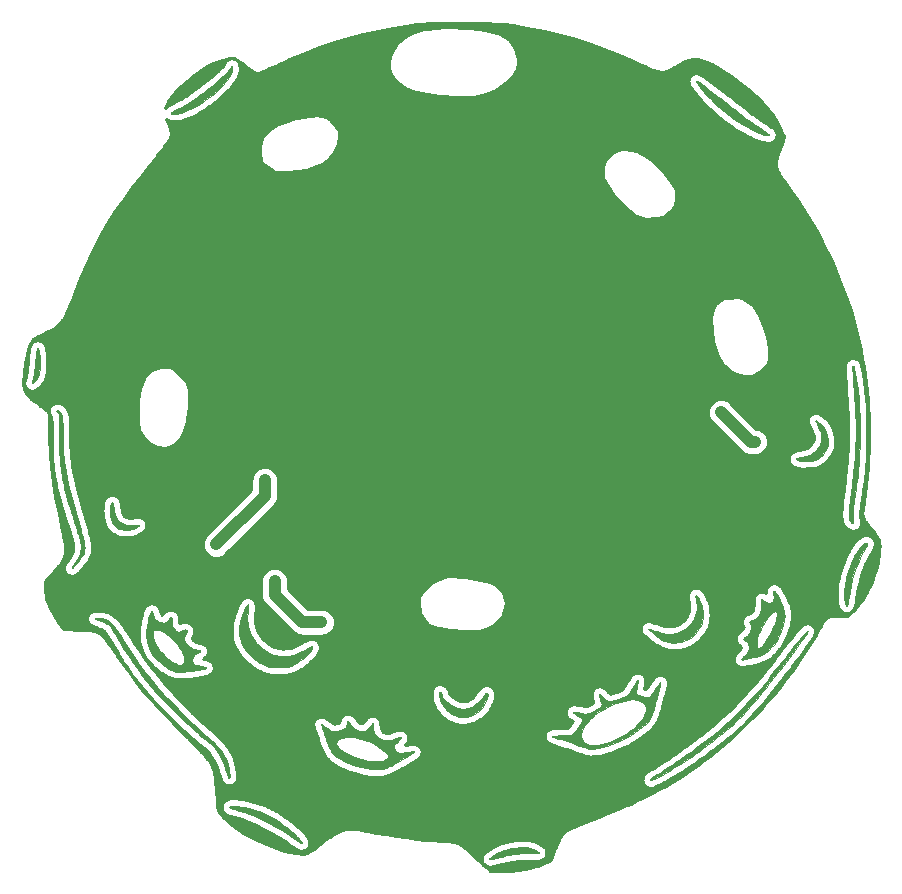
<source format=gbr>
G04 #@! TF.GenerationSoftware,KiCad,Pcbnew,5.1.4-e60b266~84~ubuntu18.04.1*
G04 #@! TF.CreationDate,2019-10-20T18:55:26-06:00*
G04 #@! TF.ProjectId,001,3030312e-6b69-4636-9164-5f7063625858,rev?*
G04 #@! TF.SameCoordinates,Original*
G04 #@! TF.FileFunction,Copper,L1,Top*
G04 #@! TF.FilePolarity,Positive*
%FSLAX46Y46*%
G04 Gerber Fmt 4.6, Leading zero omitted, Abs format (unit mm)*
G04 Created by KiCad (PCBNEW 5.1.4-e60b266~84~ubuntu18.04.1) date 2019-10-20 18:55:26*
%MOMM*%
%LPD*%
G04 APERTURE LIST*
%ADD10C,0.010000*%
%ADD11C,0.685800*%
%ADD12C,1.000000*%
%ADD13C,0.254000*%
G04 APERTURE END LIST*
D10*
G36*
X133131606Y-73357961D02*
G01*
X133143093Y-73414677D01*
X133152453Y-73511898D01*
X133153746Y-73530131D01*
X133151970Y-73675214D01*
X133125908Y-73823908D01*
X133074091Y-73978621D01*
X132995049Y-74141765D01*
X132887312Y-74315750D01*
X132749408Y-74502986D01*
X132579868Y-74705884D01*
X132377222Y-74926854D01*
X132176767Y-75131763D01*
X131762487Y-75522964D01*
X131328567Y-75890480D01*
X130880298Y-76230467D01*
X130422975Y-76539079D01*
X129961888Y-76812472D01*
X129614084Y-76993413D01*
X129376318Y-77106159D01*
X129167522Y-77197344D01*
X128981456Y-77268914D01*
X128811878Y-77322811D01*
X128652551Y-77360982D01*
X128497233Y-77385368D01*
X128339686Y-77397915D01*
X128312334Y-77399007D01*
X128181266Y-77401419D01*
X128084352Y-77398553D01*
X128024793Y-77390555D01*
X128010709Y-77385123D01*
X127981661Y-77361825D01*
X127971101Y-77336975D01*
X127981850Y-77308377D01*
X128016726Y-77273838D01*
X128078551Y-77231163D01*
X128170143Y-77178159D01*
X128294323Y-77112629D01*
X128453911Y-77032381D01*
X128481667Y-77018648D01*
X128693903Y-76910546D01*
X128903977Y-76796564D01*
X129116183Y-76673931D01*
X129334816Y-76539877D01*
X129564168Y-76391631D01*
X129808534Y-76226422D01*
X130072208Y-76041479D01*
X130359483Y-75834033D01*
X130651250Y-75618740D01*
X131049172Y-75317658D01*
X131421259Y-75026034D01*
X131765123Y-74745850D01*
X132078379Y-74479093D01*
X132358640Y-74227746D01*
X132594776Y-74002455D01*
X132732954Y-73863488D01*
X132842646Y-73747487D01*
X132927549Y-73649915D01*
X132991359Y-73566234D01*
X133037772Y-73491907D01*
X133070485Y-73422396D01*
X133073333Y-73415043D01*
X133097830Y-73359725D01*
X133116886Y-73340171D01*
X133131606Y-73357961D01*
X133131606Y-73357961D01*
G37*
X133131606Y-73357961D02*
X133143093Y-73414677D01*
X133152453Y-73511898D01*
X133153746Y-73530131D01*
X133151970Y-73675214D01*
X133125908Y-73823908D01*
X133074091Y-73978621D01*
X132995049Y-74141765D01*
X132887312Y-74315750D01*
X132749408Y-74502986D01*
X132579868Y-74705884D01*
X132377222Y-74926854D01*
X132176767Y-75131763D01*
X131762487Y-75522964D01*
X131328567Y-75890480D01*
X130880298Y-76230467D01*
X130422975Y-76539079D01*
X129961888Y-76812472D01*
X129614084Y-76993413D01*
X129376318Y-77106159D01*
X129167522Y-77197344D01*
X128981456Y-77268914D01*
X128811878Y-77322811D01*
X128652551Y-77360982D01*
X128497233Y-77385368D01*
X128339686Y-77397915D01*
X128312334Y-77399007D01*
X128181266Y-77401419D01*
X128084352Y-77398553D01*
X128024793Y-77390555D01*
X128010709Y-77385123D01*
X127981661Y-77361825D01*
X127971101Y-77336975D01*
X127981850Y-77308377D01*
X128016726Y-77273838D01*
X128078551Y-77231163D01*
X128170143Y-77178159D01*
X128294323Y-77112629D01*
X128453911Y-77032381D01*
X128481667Y-77018648D01*
X128693903Y-76910546D01*
X128903977Y-76796564D01*
X129116183Y-76673931D01*
X129334816Y-76539877D01*
X129564168Y-76391631D01*
X129808534Y-76226422D01*
X130072208Y-76041479D01*
X130359483Y-75834033D01*
X130651250Y-75618740D01*
X131049172Y-75317658D01*
X131421259Y-75026034D01*
X131765123Y-74745850D01*
X132078379Y-74479093D01*
X132358640Y-74227746D01*
X132594776Y-74002455D01*
X132732954Y-73863488D01*
X132842646Y-73747487D01*
X132927549Y-73649915D01*
X132991359Y-73566234D01*
X133037772Y-73491907D01*
X133070485Y-73422396D01*
X133073333Y-73415043D01*
X133097830Y-73359725D01*
X133116886Y-73340171D01*
X133131606Y-73357961D01*
G36*
X172501749Y-74626343D02*
G01*
X172581587Y-74669045D01*
X172690311Y-74738633D01*
X172828722Y-74835333D01*
X172997621Y-74959371D01*
X173164500Y-75085508D01*
X173242629Y-75145367D01*
X173349529Y-75227611D01*
X173480551Y-75328644D01*
X173631041Y-75444871D01*
X173796348Y-75572698D01*
X173971821Y-75708529D01*
X174152809Y-75848768D01*
X174334658Y-75989822D01*
X174360417Y-76009814D01*
X174764685Y-76323281D01*
X175137718Y-76611800D01*
X175481415Y-76876774D01*
X175797673Y-77119606D01*
X176088387Y-77341701D01*
X176355457Y-77544463D01*
X176600778Y-77729294D01*
X176826247Y-77897599D01*
X177033763Y-78050782D01*
X177225222Y-78190245D01*
X177402521Y-78317394D01*
X177567557Y-78433631D01*
X177722228Y-78540360D01*
X177868430Y-78638986D01*
X178008061Y-78730911D01*
X178143017Y-78817539D01*
X178223334Y-78868055D01*
X178361350Y-78955427D01*
X178466019Y-79024874D01*
X178540859Y-79079274D01*
X178589391Y-79121507D01*
X178615136Y-79154453D01*
X178621613Y-79180989D01*
X178619115Y-79191776D01*
X178587364Y-79216756D01*
X178519804Y-79224534D01*
X178419354Y-79214996D01*
X178350334Y-79202158D01*
X178178784Y-79158114D01*
X177978834Y-79093498D01*
X177757319Y-79011200D01*
X177521074Y-78914113D01*
X177276933Y-78805129D01*
X177031732Y-78687140D01*
X176792305Y-78563037D01*
X176638059Y-78477645D01*
X176187471Y-78207558D01*
X175738223Y-77912145D01*
X175294539Y-77595110D01*
X174860641Y-77260158D01*
X174440751Y-76910991D01*
X174039093Y-76551313D01*
X173659888Y-76184830D01*
X173307360Y-75815243D01*
X172985732Y-75446258D01*
X172699225Y-75081577D01*
X172584447Y-74922106D01*
X172507799Y-74808230D01*
X172455228Y-74719885D01*
X172427536Y-74657299D01*
X172425525Y-74620696D01*
X172449996Y-74610302D01*
X172501749Y-74626343D01*
X172501749Y-74626343D01*
G37*
X172501749Y-74626343D02*
X172581587Y-74669045D01*
X172690311Y-74738633D01*
X172828722Y-74835333D01*
X172997621Y-74959371D01*
X173164500Y-75085508D01*
X173242629Y-75145367D01*
X173349529Y-75227611D01*
X173480551Y-75328644D01*
X173631041Y-75444871D01*
X173796348Y-75572698D01*
X173971821Y-75708529D01*
X174152809Y-75848768D01*
X174334658Y-75989822D01*
X174360417Y-76009814D01*
X174764685Y-76323281D01*
X175137718Y-76611800D01*
X175481415Y-76876774D01*
X175797673Y-77119606D01*
X176088387Y-77341701D01*
X176355457Y-77544463D01*
X176600778Y-77729294D01*
X176826247Y-77897599D01*
X177033763Y-78050782D01*
X177225222Y-78190245D01*
X177402521Y-78317394D01*
X177567557Y-78433631D01*
X177722228Y-78540360D01*
X177868430Y-78638986D01*
X178008061Y-78730911D01*
X178143017Y-78817539D01*
X178223334Y-78868055D01*
X178361350Y-78955427D01*
X178466019Y-79024874D01*
X178540859Y-79079274D01*
X178589391Y-79121507D01*
X178615136Y-79154453D01*
X178621613Y-79180989D01*
X178619115Y-79191776D01*
X178587364Y-79216756D01*
X178519804Y-79224534D01*
X178419354Y-79214996D01*
X178350334Y-79202158D01*
X178178784Y-79158114D01*
X177978834Y-79093498D01*
X177757319Y-79011200D01*
X177521074Y-78914113D01*
X177276933Y-78805129D01*
X177031732Y-78687140D01*
X176792305Y-78563037D01*
X176638059Y-78477645D01*
X176187471Y-78207558D01*
X175738223Y-77912145D01*
X175294539Y-77595110D01*
X174860641Y-77260158D01*
X174440751Y-76910991D01*
X174039093Y-76551313D01*
X173659888Y-76184830D01*
X173307360Y-75815243D01*
X172985732Y-75446258D01*
X172699225Y-75081577D01*
X172584447Y-74922106D01*
X172507799Y-74808230D01*
X172455228Y-74719885D01*
X172427536Y-74657299D01*
X172425525Y-74620696D01*
X172449996Y-74610302D01*
X172501749Y-74626343D01*
G36*
X116710334Y-97227703D02*
G01*
X116735506Y-97258832D01*
X116757947Y-97317169D01*
X116779790Y-97407998D01*
X116799199Y-97513058D01*
X116826806Y-97707378D01*
X116847685Y-97922283D01*
X116861853Y-98150319D01*
X116869324Y-98384035D01*
X116870112Y-98615977D01*
X116864232Y-98838692D01*
X116851700Y-99044728D01*
X116832528Y-99226631D01*
X116806733Y-99376950D01*
X116795430Y-99423381D01*
X116731175Y-99599598D01*
X116635007Y-99780043D01*
X116514119Y-99952734D01*
X116400463Y-100081292D01*
X116322710Y-100156900D01*
X116267336Y-100202776D01*
X116229699Y-100221773D01*
X116205158Y-100216747D01*
X116196666Y-100206640D01*
X116197783Y-100180080D01*
X116209563Y-100122803D01*
X116229836Y-100044432D01*
X116245653Y-99989682D01*
X116282713Y-99855258D01*
X116317104Y-99706660D01*
X116349434Y-99539858D01*
X116380311Y-99350824D01*
X116410342Y-99135528D01*
X116440136Y-98889942D01*
X116470299Y-98610035D01*
X116500856Y-98298000D01*
X116525973Y-98039929D01*
X116549109Y-97821817D01*
X116570647Y-97641356D01*
X116590971Y-97496238D01*
X116610465Y-97384155D01*
X116629511Y-97302798D01*
X116648494Y-97249861D01*
X116667798Y-97223034D01*
X116680300Y-97218500D01*
X116710334Y-97227703D01*
X116710334Y-97227703D01*
G37*
X116710334Y-97227703D02*
X116735506Y-97258832D01*
X116757947Y-97317169D01*
X116779790Y-97407998D01*
X116799199Y-97513058D01*
X116826806Y-97707378D01*
X116847685Y-97922283D01*
X116861853Y-98150319D01*
X116869324Y-98384035D01*
X116870112Y-98615977D01*
X116864232Y-98838692D01*
X116851700Y-99044728D01*
X116832528Y-99226631D01*
X116806733Y-99376950D01*
X116795430Y-99423381D01*
X116731175Y-99599598D01*
X116635007Y-99780043D01*
X116514119Y-99952734D01*
X116400463Y-100081292D01*
X116322710Y-100156900D01*
X116267336Y-100202776D01*
X116229699Y-100221773D01*
X116205158Y-100216747D01*
X116196666Y-100206640D01*
X116197783Y-100180080D01*
X116209563Y-100122803D01*
X116229836Y-100044432D01*
X116245653Y-99989682D01*
X116282713Y-99855258D01*
X116317104Y-99706660D01*
X116349434Y-99539858D01*
X116380311Y-99350824D01*
X116410342Y-99135528D01*
X116440136Y-98889942D01*
X116470299Y-98610035D01*
X116500856Y-98298000D01*
X116525973Y-98039929D01*
X116549109Y-97821817D01*
X116570647Y-97641356D01*
X116590971Y-97496238D01*
X116610465Y-97384155D01*
X116629511Y-97302798D01*
X116648494Y-97249861D01*
X116667798Y-97223034D01*
X116680300Y-97218500D01*
X116710334Y-97227703D01*
G36*
X182612222Y-103375636D02*
G01*
X182674475Y-103415322D01*
X182760490Y-103479352D01*
X182872935Y-103569369D01*
X182971522Y-103650995D01*
X183118924Y-103792044D01*
X183244165Y-103952137D01*
X183350263Y-104136635D01*
X183440232Y-104350894D01*
X183517090Y-104600273D01*
X183526752Y-104637417D01*
X183557624Y-104785994D01*
X183580187Y-104950813D01*
X183593646Y-105119434D01*
X183597204Y-105279415D01*
X183590065Y-105418317D01*
X183580901Y-105483301D01*
X183536058Y-105636454D01*
X183457948Y-105805166D01*
X183350011Y-105983910D01*
X183215690Y-106167160D01*
X183058426Y-106349390D01*
X183009619Y-106400640D01*
X182839316Y-106553829D01*
X182664907Y-106666758D01*
X182483036Y-106741495D01*
X182435044Y-106754695D01*
X182371073Y-106765292D01*
X182273077Y-106774875D01*
X182148826Y-106783255D01*
X182006093Y-106790242D01*
X181852649Y-106795647D01*
X181696266Y-106799282D01*
X181544717Y-106800956D01*
X181405772Y-106800481D01*
X181287204Y-106797667D01*
X181196784Y-106792325D01*
X181149404Y-106785992D01*
X181050715Y-106755969D01*
X180975964Y-106715298D01*
X180929894Y-106668434D01*
X180917249Y-106619830D01*
X180933707Y-106583496D01*
X180975815Y-106555793D01*
X181057419Y-106524922D01*
X181175860Y-106491617D01*
X181328482Y-106456614D01*
X181512627Y-106420648D01*
X181542056Y-106415348D01*
X181699270Y-106386013D01*
X181824007Y-106359097D01*
X181925796Y-106331768D01*
X182014167Y-106301192D01*
X182098648Y-106264535D01*
X182170917Y-106228364D01*
X182292050Y-106149781D01*
X182421653Y-106038782D01*
X182553374Y-105902605D01*
X182680862Y-105748489D01*
X182797763Y-105583672D01*
X182897725Y-105415391D01*
X182917001Y-105378250D01*
X182983981Y-105228179D01*
X183025398Y-105087668D01*
X183045559Y-104938443D01*
X183049334Y-104816878D01*
X183046218Y-104700787D01*
X183035455Y-104592674D01*
X183014922Y-104485596D01*
X182982497Y-104372611D01*
X182936057Y-104246777D01*
X182873479Y-104101152D01*
X182792640Y-103928792D01*
X182752646Y-103846583D01*
X182691784Y-103721199D01*
X182637784Y-103607556D01*
X182593312Y-103511468D01*
X182561038Y-103438749D01*
X182543629Y-103395211D01*
X182541334Y-103386208D01*
X182548320Y-103362722D01*
X182571060Y-103358650D01*
X182612222Y-103375636D01*
X182612222Y-103375636D01*
G37*
X182612222Y-103375636D02*
X182674475Y-103415322D01*
X182760490Y-103479352D01*
X182872935Y-103569369D01*
X182971522Y-103650995D01*
X183118924Y-103792044D01*
X183244165Y-103952137D01*
X183350263Y-104136635D01*
X183440232Y-104350894D01*
X183517090Y-104600273D01*
X183526752Y-104637417D01*
X183557624Y-104785994D01*
X183580187Y-104950813D01*
X183593646Y-105119434D01*
X183597204Y-105279415D01*
X183590065Y-105418317D01*
X183580901Y-105483301D01*
X183536058Y-105636454D01*
X183457948Y-105805166D01*
X183350011Y-105983910D01*
X183215690Y-106167160D01*
X183058426Y-106349390D01*
X183009619Y-106400640D01*
X182839316Y-106553829D01*
X182664907Y-106666758D01*
X182483036Y-106741495D01*
X182435044Y-106754695D01*
X182371073Y-106765292D01*
X182273077Y-106774875D01*
X182148826Y-106783255D01*
X182006093Y-106790242D01*
X181852649Y-106795647D01*
X181696266Y-106799282D01*
X181544717Y-106800956D01*
X181405772Y-106800481D01*
X181287204Y-106797667D01*
X181196784Y-106792325D01*
X181149404Y-106785992D01*
X181050715Y-106755969D01*
X180975964Y-106715298D01*
X180929894Y-106668434D01*
X180917249Y-106619830D01*
X180933707Y-106583496D01*
X180975815Y-106555793D01*
X181057419Y-106524922D01*
X181175860Y-106491617D01*
X181328482Y-106456614D01*
X181512627Y-106420648D01*
X181542056Y-106415348D01*
X181699270Y-106386013D01*
X181824007Y-106359097D01*
X181925796Y-106331768D01*
X182014167Y-106301192D01*
X182098648Y-106264535D01*
X182170917Y-106228364D01*
X182292050Y-106149781D01*
X182421653Y-106038782D01*
X182553374Y-105902605D01*
X182680862Y-105748489D01*
X182797763Y-105583672D01*
X182897725Y-105415391D01*
X182917001Y-105378250D01*
X182983981Y-105228179D01*
X183025398Y-105087668D01*
X183045559Y-104938443D01*
X183049334Y-104816878D01*
X183046218Y-104700787D01*
X183035455Y-104592674D01*
X183014922Y-104485596D01*
X182982497Y-104372611D01*
X182936057Y-104246777D01*
X182873479Y-104101152D01*
X182792640Y-103928792D01*
X182752646Y-103846583D01*
X182691784Y-103721199D01*
X182637784Y-103607556D01*
X182593312Y-103511468D01*
X182561038Y-103438749D01*
X182543629Y-103395211D01*
X182541334Y-103386208D01*
X182548320Y-103362722D01*
X182571060Y-103358650D01*
X182612222Y-103375636D01*
G36*
X185742042Y-98730440D02*
G01*
X185770510Y-98771012D01*
X185777750Y-98790125D01*
X185794073Y-98850257D01*
X185815949Y-98945471D01*
X185842105Y-99069072D01*
X185871266Y-99214363D01*
X185902158Y-99374648D01*
X185933507Y-99543231D01*
X185964039Y-99713415D01*
X185992480Y-99878504D01*
X186017555Y-100031802D01*
X186032483Y-100128917D01*
X186122649Y-100816089D01*
X186194475Y-101539567D01*
X186247867Y-102297458D01*
X186282727Y-103087865D01*
X186298958Y-103908894D01*
X186296466Y-104758651D01*
X186288818Y-105166584D01*
X186277124Y-105609429D01*
X186263557Y-106016540D01*
X186247530Y-106394497D01*
X186228456Y-106749880D01*
X186205747Y-107089269D01*
X186178816Y-107419242D01*
X186147074Y-107746381D01*
X186109936Y-108077264D01*
X186066813Y-108418473D01*
X186017118Y-108776586D01*
X185960263Y-109158183D01*
X185895757Y-109569250D01*
X185866590Y-109754305D01*
X185838213Y-109939726D01*
X185811732Y-110117870D01*
X185788257Y-110281096D01*
X185768898Y-110421759D01*
X185754761Y-110532218D01*
X185749898Y-110574667D01*
X185732041Y-110762328D01*
X185718097Y-110952251D01*
X185708279Y-111137259D01*
X185702801Y-111310174D01*
X185701876Y-111463818D01*
X185705718Y-111591015D01*
X185714540Y-111684586D01*
X185716526Y-111696500D01*
X185732302Y-111793528D01*
X185746228Y-111896540D01*
X185752651Y-111955792D01*
X185757850Y-112024148D01*
X185755257Y-112060495D01*
X185741597Y-112074918D01*
X185713594Y-112077500D01*
X185713117Y-112077500D01*
X185666913Y-112064387D01*
X185608603Y-112031237D01*
X185582959Y-112011953D01*
X185515340Y-111944283D01*
X185463041Y-111862603D01*
X185424607Y-111761553D01*
X185398582Y-111635775D01*
X185383509Y-111479908D01*
X185377934Y-111288593D01*
X185377827Y-111256809D01*
X185378778Y-111173975D01*
X185381937Y-111082653D01*
X185387611Y-110979783D01*
X185396109Y-110862306D01*
X185407738Y-110727163D01*
X185422808Y-110571294D01*
X185441626Y-110391640D01*
X185464501Y-110185141D01*
X185491740Y-109948738D01*
X185523653Y-109679372D01*
X185560548Y-109373982D01*
X185600129Y-109050667D01*
X185659163Y-108563439D01*
X185711640Y-108113597D01*
X185757884Y-107696755D01*
X185798220Y-107308527D01*
X185832971Y-106944530D01*
X185862460Y-106600377D01*
X185887013Y-106271684D01*
X185906953Y-105954065D01*
X185922603Y-105643136D01*
X185934289Y-105334510D01*
X185942333Y-105023804D01*
X185947059Y-104706631D01*
X185948792Y-104378607D01*
X185948815Y-104330500D01*
X185947416Y-103999333D01*
X185943120Y-103674355D01*
X185935670Y-103350112D01*
X185924812Y-103021150D01*
X185910291Y-102682015D01*
X185891851Y-102327253D01*
X185869238Y-101951410D01*
X185842197Y-101549033D01*
X185810472Y-101114666D01*
X185780056Y-100721584D01*
X185751296Y-100349898D01*
X185727060Y-100019381D01*
X185707305Y-99729111D01*
X185691987Y-99478169D01*
X185681063Y-99265638D01*
X185674489Y-99090597D01*
X185672222Y-98952128D01*
X185674218Y-98849312D01*
X185680433Y-98781229D01*
X185686848Y-98754815D01*
X185711589Y-98724045D01*
X185742042Y-98730440D01*
X185742042Y-98730440D01*
G37*
X185742042Y-98730440D02*
X185770510Y-98771012D01*
X185777750Y-98790125D01*
X185794073Y-98850257D01*
X185815949Y-98945471D01*
X185842105Y-99069072D01*
X185871266Y-99214363D01*
X185902158Y-99374648D01*
X185933507Y-99543231D01*
X185964039Y-99713415D01*
X185992480Y-99878504D01*
X186017555Y-100031802D01*
X186032483Y-100128917D01*
X186122649Y-100816089D01*
X186194475Y-101539567D01*
X186247867Y-102297458D01*
X186282727Y-103087865D01*
X186298958Y-103908894D01*
X186296466Y-104758651D01*
X186288818Y-105166584D01*
X186277124Y-105609429D01*
X186263557Y-106016540D01*
X186247530Y-106394497D01*
X186228456Y-106749880D01*
X186205747Y-107089269D01*
X186178816Y-107419242D01*
X186147074Y-107746381D01*
X186109936Y-108077264D01*
X186066813Y-108418473D01*
X186017118Y-108776586D01*
X185960263Y-109158183D01*
X185895757Y-109569250D01*
X185866590Y-109754305D01*
X185838213Y-109939726D01*
X185811732Y-110117870D01*
X185788257Y-110281096D01*
X185768898Y-110421759D01*
X185754761Y-110532218D01*
X185749898Y-110574667D01*
X185732041Y-110762328D01*
X185718097Y-110952251D01*
X185708279Y-111137259D01*
X185702801Y-111310174D01*
X185701876Y-111463818D01*
X185705718Y-111591015D01*
X185714540Y-111684586D01*
X185716526Y-111696500D01*
X185732302Y-111793528D01*
X185746228Y-111896540D01*
X185752651Y-111955792D01*
X185757850Y-112024148D01*
X185755257Y-112060495D01*
X185741597Y-112074918D01*
X185713594Y-112077500D01*
X185713117Y-112077500D01*
X185666913Y-112064387D01*
X185608603Y-112031237D01*
X185582959Y-112011953D01*
X185515340Y-111944283D01*
X185463041Y-111862603D01*
X185424607Y-111761553D01*
X185398582Y-111635775D01*
X185383509Y-111479908D01*
X185377934Y-111288593D01*
X185377827Y-111256809D01*
X185378778Y-111173975D01*
X185381937Y-111082653D01*
X185387611Y-110979783D01*
X185396109Y-110862306D01*
X185407738Y-110727163D01*
X185422808Y-110571294D01*
X185441626Y-110391640D01*
X185464501Y-110185141D01*
X185491740Y-109948738D01*
X185523653Y-109679372D01*
X185560548Y-109373982D01*
X185600129Y-109050667D01*
X185659163Y-108563439D01*
X185711640Y-108113597D01*
X185757884Y-107696755D01*
X185798220Y-107308527D01*
X185832971Y-106944530D01*
X185862460Y-106600377D01*
X185887013Y-106271684D01*
X185906953Y-105954065D01*
X185922603Y-105643136D01*
X185934289Y-105334510D01*
X185942333Y-105023804D01*
X185947059Y-104706631D01*
X185948792Y-104378607D01*
X185948815Y-104330500D01*
X185947416Y-103999333D01*
X185943120Y-103674355D01*
X185935670Y-103350112D01*
X185924812Y-103021150D01*
X185910291Y-102682015D01*
X185891851Y-102327253D01*
X185869238Y-101951410D01*
X185842197Y-101549033D01*
X185810472Y-101114666D01*
X185780056Y-100721584D01*
X185751296Y-100349898D01*
X185727060Y-100019381D01*
X185707305Y-99729111D01*
X185691987Y-99478169D01*
X185681063Y-99265638D01*
X185674489Y-99090597D01*
X185672222Y-98952128D01*
X185674218Y-98849312D01*
X185680433Y-98781229D01*
X185686848Y-98754815D01*
X185711589Y-98724045D01*
X185742042Y-98730440D01*
G36*
X123031316Y-110314521D02*
G01*
X123052996Y-110342313D01*
X123072630Y-110391484D01*
X123091419Y-110466505D01*
X123110561Y-110571845D01*
X123131256Y-110711974D01*
X123146227Y-110824738D01*
X123164488Y-110954134D01*
X123185460Y-111083079D01*
X123206949Y-111199202D01*
X123226759Y-111290137D01*
X123233142Y-111314632D01*
X123309873Y-111532273D01*
X123410139Y-111716456D01*
X123536482Y-111870485D01*
X123691442Y-111997660D01*
X123814664Y-112070594D01*
X123998567Y-112154085D01*
X124177903Y-112208819D01*
X124363574Y-112236640D01*
X124566484Y-112239392D01*
X124735167Y-112226263D01*
X124849190Y-112214325D01*
X124967680Y-112202629D01*
X125071839Y-112193005D01*
X125110875Y-112189687D01*
X125189944Y-112184059D01*
X125235846Y-112184418D01*
X125257547Y-112192599D01*
X125264008Y-112210434D01*
X125264334Y-112221071D01*
X125245333Y-112266039D01*
X125192960Y-112319779D01*
X125114153Y-112378143D01*
X125015854Y-112436981D01*
X124905002Y-112492147D01*
X124788537Y-112539491D01*
X124673401Y-112574866D01*
X124671667Y-112575298D01*
X124571848Y-112593562D01*
X124444984Y-112607299D01*
X124302663Y-112616200D01*
X124156473Y-112619956D01*
X124018004Y-112618257D01*
X123898843Y-112610795D01*
X123814417Y-112598164D01*
X123588390Y-112529656D01*
X123393706Y-112435210D01*
X123231523Y-112315588D01*
X123102999Y-112171555D01*
X123056274Y-112098667D01*
X123015701Y-112014742D01*
X122971298Y-111901286D01*
X122927073Y-111770371D01*
X122887036Y-111634068D01*
X122855193Y-111504448D01*
X122848933Y-111474250D01*
X122837511Y-111392446D01*
X122828918Y-111282609D01*
X122823175Y-111153792D01*
X122820304Y-111015047D01*
X122820325Y-110875425D01*
X122823260Y-110743978D01*
X122829128Y-110629759D01*
X122837952Y-110541820D01*
X122846671Y-110498055D01*
X122882564Y-110409050D01*
X122927845Y-110343111D01*
X122976629Y-110307404D01*
X123006392Y-110303640D01*
X123031316Y-110314521D01*
X123031316Y-110314521D01*
G37*
X123031316Y-110314521D02*
X123052996Y-110342313D01*
X123072630Y-110391484D01*
X123091419Y-110466505D01*
X123110561Y-110571845D01*
X123131256Y-110711974D01*
X123146227Y-110824738D01*
X123164488Y-110954134D01*
X123185460Y-111083079D01*
X123206949Y-111199202D01*
X123226759Y-111290137D01*
X123233142Y-111314632D01*
X123309873Y-111532273D01*
X123410139Y-111716456D01*
X123536482Y-111870485D01*
X123691442Y-111997660D01*
X123814664Y-112070594D01*
X123998567Y-112154085D01*
X124177903Y-112208819D01*
X124363574Y-112236640D01*
X124566484Y-112239392D01*
X124735167Y-112226263D01*
X124849190Y-112214325D01*
X124967680Y-112202629D01*
X125071839Y-112193005D01*
X125110875Y-112189687D01*
X125189944Y-112184059D01*
X125235846Y-112184418D01*
X125257547Y-112192599D01*
X125264008Y-112210434D01*
X125264334Y-112221071D01*
X125245333Y-112266039D01*
X125192960Y-112319779D01*
X125114153Y-112378143D01*
X125015854Y-112436981D01*
X124905002Y-112492147D01*
X124788537Y-112539491D01*
X124673401Y-112574866D01*
X124671667Y-112575298D01*
X124571848Y-112593562D01*
X124444984Y-112607299D01*
X124302663Y-112616200D01*
X124156473Y-112619956D01*
X124018004Y-112618257D01*
X123898843Y-112610795D01*
X123814417Y-112598164D01*
X123588390Y-112529656D01*
X123393706Y-112435210D01*
X123231523Y-112315588D01*
X123102999Y-112171555D01*
X123056274Y-112098667D01*
X123015701Y-112014742D01*
X122971298Y-111901286D01*
X122927073Y-111770371D01*
X122887036Y-111634068D01*
X122855193Y-111504448D01*
X122848933Y-111474250D01*
X122837511Y-111392446D01*
X122828918Y-111282609D01*
X122823175Y-111153792D01*
X122820304Y-111015047D01*
X122820325Y-110875425D01*
X122823260Y-110743978D01*
X122829128Y-110629759D01*
X122837952Y-110541820D01*
X122846671Y-110498055D01*
X122882564Y-110409050D01*
X122927845Y-110343111D01*
X122976629Y-110307404D01*
X123006392Y-110303640D01*
X123031316Y-110314521D01*
G36*
X118452817Y-102525223D02*
G01*
X118526185Y-102581698D01*
X118597475Y-102665083D01*
X118661352Y-102771022D01*
X118675008Y-102799365D01*
X118697305Y-102849499D01*
X118716591Y-102898263D01*
X118733131Y-102949100D01*
X118747191Y-103005456D01*
X118759035Y-103070776D01*
X118768931Y-103148504D01*
X118777143Y-103242085D01*
X118783936Y-103354964D01*
X118789577Y-103490586D01*
X118794331Y-103652394D01*
X118798463Y-103843835D01*
X118802239Y-104068353D01*
X118805925Y-104329392D01*
X118808541Y-104531584D01*
X118811691Y-104765559D01*
X118815049Y-104988553D01*
X118818535Y-105196692D01*
X118822065Y-105386101D01*
X118825559Y-105552906D01*
X118828936Y-105693232D01*
X118832112Y-105803205D01*
X118835008Y-105878950D01*
X118837540Y-105916594D01*
X118837751Y-105918000D01*
X118844014Y-105964050D01*
X118853158Y-106043223D01*
X118864206Y-106146483D01*
X118876178Y-106264796D01*
X118883597Y-106341334D01*
X118932493Y-106784425D01*
X118996722Y-107246107D01*
X119076764Y-107728545D01*
X119173098Y-108233907D01*
X119286204Y-108764358D01*
X119416560Y-109322067D01*
X119564647Y-109909200D01*
X119730943Y-110527922D01*
X119915927Y-111180403D01*
X120068202Y-111696500D01*
X120168749Y-112033006D01*
X120257405Y-112332098D01*
X120334896Y-112596772D01*
X120401950Y-112830025D01*
X120459293Y-113034852D01*
X120507651Y-113214249D01*
X120547752Y-113371212D01*
X120580321Y-113508736D01*
X120606087Y-113629818D01*
X120625774Y-113737453D01*
X120640110Y-113834637D01*
X120649822Y-113924367D01*
X120655636Y-114009637D01*
X120658279Y-114093443D01*
X120658624Y-114130667D01*
X120655589Y-114281064D01*
X120642752Y-114403510D01*
X120616266Y-114511484D01*
X120572283Y-114618465D01*
X120506954Y-114737929D01*
X120466130Y-114804875D01*
X120398678Y-114907615D01*
X120310587Y-115033701D01*
X120208574Y-115174171D01*
X120099355Y-115320063D01*
X119989646Y-115462415D01*
X119886163Y-115592265D01*
X119795623Y-115700650D01*
X119789689Y-115707494D01*
X119710104Y-115795646D01*
X119651059Y-115852369D01*
X119608494Y-115880690D01*
X119578351Y-115883634D01*
X119565021Y-115874965D01*
X119562476Y-115850607D01*
X119582040Y-115802319D01*
X119625014Y-115727783D01*
X119692703Y-115624680D01*
X119760149Y-115527667D01*
X119929455Y-115278207D01*
X120067824Y-115050761D01*
X120176823Y-114840221D01*
X120258017Y-114641477D01*
X120312972Y-114449422D01*
X120343256Y-114258946D01*
X120350433Y-114064940D01*
X120336071Y-113862295D01*
X120314966Y-113717917D01*
X120302751Y-113648547D01*
X120290420Y-113583264D01*
X120276928Y-113518551D01*
X120261232Y-113450893D01*
X120242288Y-113376772D01*
X120219053Y-113292673D01*
X120190483Y-113195079D01*
X120155535Y-113080473D01*
X120113164Y-112945341D01*
X120062327Y-112786164D01*
X120001980Y-112599427D01*
X119931081Y-112381614D01*
X119848584Y-112129208D01*
X119793540Y-111961084D01*
X119646896Y-111509964D01*
X119514277Y-111094296D01*
X119394635Y-110709974D01*
X119286920Y-110352890D01*
X119190082Y-110018939D01*
X119103071Y-109704014D01*
X119024838Y-109404008D01*
X118954333Y-109114816D01*
X118890507Y-108832330D01*
X118832311Y-108552445D01*
X118778693Y-108271053D01*
X118728606Y-107984049D01*
X118681000Y-107687326D01*
X118652010Y-107494917D01*
X118626948Y-107320046D01*
X118605624Y-107158757D01*
X118587740Y-107005634D01*
X118572997Y-106855260D01*
X118561098Y-106702217D01*
X118551743Y-106541089D01*
X118544635Y-106366458D01*
X118539475Y-106172908D01*
X118535964Y-105955022D01*
X118533805Y-105707382D01*
X118532698Y-105424572D01*
X118532518Y-105325334D01*
X118531522Y-105013784D01*
X118529489Y-104711009D01*
X118526496Y-104420073D01*
X118522621Y-104144041D01*
X118517942Y-103885975D01*
X118512536Y-103648942D01*
X118506481Y-103436005D01*
X118499854Y-103250228D01*
X118492733Y-103094677D01*
X118485196Y-102972415D01*
X118477321Y-102886507D01*
X118469587Y-102841326D01*
X118440875Y-102778566D01*
X118393929Y-102707574D01*
X118362393Y-102669625D01*
X118308500Y-102606950D01*
X118284512Y-102564730D01*
X118288502Y-102535516D01*
X118318541Y-102511860D01*
X118321183Y-102510426D01*
X118382705Y-102500013D01*
X118452817Y-102525223D01*
X118452817Y-102525223D01*
G37*
X118452817Y-102525223D02*
X118526185Y-102581698D01*
X118597475Y-102665083D01*
X118661352Y-102771022D01*
X118675008Y-102799365D01*
X118697305Y-102849499D01*
X118716591Y-102898263D01*
X118733131Y-102949100D01*
X118747191Y-103005456D01*
X118759035Y-103070776D01*
X118768931Y-103148504D01*
X118777143Y-103242085D01*
X118783936Y-103354964D01*
X118789577Y-103490586D01*
X118794331Y-103652394D01*
X118798463Y-103843835D01*
X118802239Y-104068353D01*
X118805925Y-104329392D01*
X118808541Y-104531584D01*
X118811691Y-104765559D01*
X118815049Y-104988553D01*
X118818535Y-105196692D01*
X118822065Y-105386101D01*
X118825559Y-105552906D01*
X118828936Y-105693232D01*
X118832112Y-105803205D01*
X118835008Y-105878950D01*
X118837540Y-105916594D01*
X118837751Y-105918000D01*
X118844014Y-105964050D01*
X118853158Y-106043223D01*
X118864206Y-106146483D01*
X118876178Y-106264796D01*
X118883597Y-106341334D01*
X118932493Y-106784425D01*
X118996722Y-107246107D01*
X119076764Y-107728545D01*
X119173098Y-108233907D01*
X119286204Y-108764358D01*
X119416560Y-109322067D01*
X119564647Y-109909200D01*
X119730943Y-110527922D01*
X119915927Y-111180403D01*
X120068202Y-111696500D01*
X120168749Y-112033006D01*
X120257405Y-112332098D01*
X120334896Y-112596772D01*
X120401950Y-112830025D01*
X120459293Y-113034852D01*
X120507651Y-113214249D01*
X120547752Y-113371212D01*
X120580321Y-113508736D01*
X120606087Y-113629818D01*
X120625774Y-113737453D01*
X120640110Y-113834637D01*
X120649822Y-113924367D01*
X120655636Y-114009637D01*
X120658279Y-114093443D01*
X120658624Y-114130667D01*
X120655589Y-114281064D01*
X120642752Y-114403510D01*
X120616266Y-114511484D01*
X120572283Y-114618465D01*
X120506954Y-114737929D01*
X120466130Y-114804875D01*
X120398678Y-114907615D01*
X120310587Y-115033701D01*
X120208574Y-115174171D01*
X120099355Y-115320063D01*
X119989646Y-115462415D01*
X119886163Y-115592265D01*
X119795623Y-115700650D01*
X119789689Y-115707494D01*
X119710104Y-115795646D01*
X119651059Y-115852369D01*
X119608494Y-115880690D01*
X119578351Y-115883634D01*
X119565021Y-115874965D01*
X119562476Y-115850607D01*
X119582040Y-115802319D01*
X119625014Y-115727783D01*
X119692703Y-115624680D01*
X119760149Y-115527667D01*
X119929455Y-115278207D01*
X120067824Y-115050761D01*
X120176823Y-114840221D01*
X120258017Y-114641477D01*
X120312972Y-114449422D01*
X120343256Y-114258946D01*
X120350433Y-114064940D01*
X120336071Y-113862295D01*
X120314966Y-113717917D01*
X120302751Y-113648547D01*
X120290420Y-113583264D01*
X120276928Y-113518551D01*
X120261232Y-113450893D01*
X120242288Y-113376772D01*
X120219053Y-113292673D01*
X120190483Y-113195079D01*
X120155535Y-113080473D01*
X120113164Y-112945341D01*
X120062327Y-112786164D01*
X120001980Y-112599427D01*
X119931081Y-112381614D01*
X119848584Y-112129208D01*
X119793540Y-111961084D01*
X119646896Y-111509964D01*
X119514277Y-111094296D01*
X119394635Y-110709974D01*
X119286920Y-110352890D01*
X119190082Y-110018939D01*
X119103071Y-109704014D01*
X119024838Y-109404008D01*
X118954333Y-109114816D01*
X118890507Y-108832330D01*
X118832311Y-108552445D01*
X118778693Y-108271053D01*
X118728606Y-107984049D01*
X118681000Y-107687326D01*
X118652010Y-107494917D01*
X118626948Y-107320046D01*
X118605624Y-107158757D01*
X118587740Y-107005634D01*
X118572997Y-106855260D01*
X118561098Y-106702217D01*
X118551743Y-106541089D01*
X118544635Y-106366458D01*
X118539475Y-106172908D01*
X118535964Y-105955022D01*
X118533805Y-105707382D01*
X118532698Y-105424572D01*
X118532518Y-105325334D01*
X118531522Y-105013784D01*
X118529489Y-104711009D01*
X118526496Y-104420073D01*
X118522621Y-104144041D01*
X118517942Y-103885975D01*
X118512536Y-103648942D01*
X118506481Y-103436005D01*
X118499854Y-103250228D01*
X118492733Y-103094677D01*
X118485196Y-102972415D01*
X118477321Y-102886507D01*
X118469587Y-102841326D01*
X118440875Y-102778566D01*
X118393929Y-102707574D01*
X118362393Y-102669625D01*
X118308500Y-102606950D01*
X118284512Y-102564730D01*
X118288502Y-102535516D01*
X118318541Y-102511860D01*
X118321183Y-102510426D01*
X118382705Y-102500013D01*
X118452817Y-102525223D01*
G36*
X186918745Y-113719331D02*
G01*
X186937140Y-113743467D01*
X186937224Y-113785821D01*
X186918258Y-113849748D01*
X186879507Y-113938602D01*
X186820235Y-114055737D01*
X186739705Y-114204508D01*
X186710258Y-114257667D01*
X186435185Y-114775648D01*
X186194744Y-115279695D01*
X185986663Y-115776611D01*
X185808667Y-116273198D01*
X185658483Y-116776260D01*
X185533837Y-117292600D01*
X185432457Y-117829020D01*
X185366323Y-118279134D01*
X185336978Y-118493904D01*
X185309583Y-118669358D01*
X185283356Y-118808425D01*
X185257517Y-118914035D01*
X185231284Y-118989116D01*
X185203875Y-119036597D01*
X185174509Y-119059408D01*
X185157341Y-119062500D01*
X185130740Y-119045018D01*
X185100146Y-119001506D01*
X185092192Y-118986008D01*
X185060710Y-118905516D01*
X185035639Y-118807878D01*
X185016462Y-118688460D01*
X185002661Y-118542626D01*
X184993718Y-118365738D01*
X184989114Y-118153163D01*
X184988372Y-118057084D01*
X184988070Y-117886999D01*
X184989218Y-117750732D01*
X184992326Y-117639775D01*
X184997906Y-117545622D01*
X185006470Y-117459767D01*
X185018531Y-117373704D01*
X185034599Y-117278926D01*
X185035497Y-117273917D01*
X185128162Y-116827229D01*
X185245735Y-116384878D01*
X185391313Y-115936176D01*
X185532408Y-115559417D01*
X185660209Y-115252776D01*
X185792301Y-114967429D01*
X185927146Y-114705563D01*
X186063209Y-114469365D01*
X186198952Y-114261023D01*
X186332838Y-114082726D01*
X186463331Y-113936660D01*
X186588893Y-113825014D01*
X186707989Y-113749976D01*
X186819080Y-113713733D01*
X186829960Y-113712296D01*
X186882772Y-113710059D01*
X186918745Y-113719331D01*
X186918745Y-113719331D01*
G37*
X186918745Y-113719331D02*
X186937140Y-113743467D01*
X186937224Y-113785821D01*
X186918258Y-113849748D01*
X186879507Y-113938602D01*
X186820235Y-114055737D01*
X186739705Y-114204508D01*
X186710258Y-114257667D01*
X186435185Y-114775648D01*
X186194744Y-115279695D01*
X185986663Y-115776611D01*
X185808667Y-116273198D01*
X185658483Y-116776260D01*
X185533837Y-117292600D01*
X185432457Y-117829020D01*
X185366323Y-118279134D01*
X185336978Y-118493904D01*
X185309583Y-118669358D01*
X185283356Y-118808425D01*
X185257517Y-118914035D01*
X185231284Y-118989116D01*
X185203875Y-119036597D01*
X185174509Y-119059408D01*
X185157341Y-119062500D01*
X185130740Y-119045018D01*
X185100146Y-119001506D01*
X185092192Y-118986008D01*
X185060710Y-118905516D01*
X185035639Y-118807878D01*
X185016462Y-118688460D01*
X185002661Y-118542626D01*
X184993718Y-118365738D01*
X184989114Y-118153163D01*
X184988372Y-118057084D01*
X184988070Y-117886999D01*
X184989218Y-117750732D01*
X184992326Y-117639775D01*
X184997906Y-117545622D01*
X185006470Y-117459767D01*
X185018531Y-117373704D01*
X185034599Y-117278926D01*
X185035497Y-117273917D01*
X185128162Y-116827229D01*
X185245735Y-116384878D01*
X185391313Y-115936176D01*
X185532408Y-115559417D01*
X185660209Y-115252776D01*
X185792301Y-114967429D01*
X185927146Y-114705563D01*
X186063209Y-114469365D01*
X186198952Y-114261023D01*
X186332838Y-114082726D01*
X186463331Y-113936660D01*
X186588893Y-113825014D01*
X186707989Y-113749976D01*
X186819080Y-113713733D01*
X186829960Y-113712296D01*
X186882772Y-113710059D01*
X186918745Y-113719331D01*
G36*
X172470400Y-118166141D02*
G01*
X172519622Y-118211195D01*
X172577414Y-118293024D01*
X172644933Y-118413159D01*
X172689294Y-118501584D01*
X172807864Y-118764393D01*
X172897632Y-119008497D01*
X172961030Y-119243769D01*
X173000490Y-119480080D01*
X173018443Y-119727301D01*
X173020153Y-119844740D01*
X173009336Y-120099636D01*
X172975526Y-120328391D01*
X172915685Y-120542199D01*
X172826773Y-120752255D01*
X172722015Y-120942981D01*
X172532024Y-121220705D01*
X172316218Y-121465357D01*
X172075781Y-121676107D01*
X171811895Y-121852122D01*
X171525744Y-121992571D01*
X171218511Y-122096623D01*
X171013214Y-122143386D01*
X170939454Y-122154292D01*
X170845306Y-122163972D01*
X170738758Y-122172109D01*
X170627800Y-122178386D01*
X170520418Y-122182485D01*
X170424603Y-122184087D01*
X170348343Y-122182876D01*
X170299627Y-122178534D01*
X170285834Y-122172315D01*
X170267053Y-122161355D01*
X170219802Y-122149976D01*
X170195875Y-122146180D01*
X170065993Y-122118115D01*
X169912072Y-122068317D01*
X169743584Y-122000915D01*
X169570001Y-121920043D01*
X169400797Y-121829831D01*
X169245445Y-121734411D01*
X169233670Y-121726522D01*
X169152818Y-121669352D01*
X169049108Y-121592186D01*
X168931185Y-121501837D01*
X168807696Y-121405118D01*
X168687285Y-121308843D01*
X168578599Y-121219824D01*
X168490284Y-121144874D01*
X168450749Y-121109565D01*
X168393848Y-121049960D01*
X168374229Y-121010408D01*
X168391891Y-120990906D01*
X168413213Y-120988667D01*
X168440922Y-120995500D01*
X168502512Y-121014676D01*
X168592032Y-121044209D01*
X168703529Y-121082115D01*
X168831051Y-121126408D01*
X168914673Y-121155896D01*
X169124101Y-121228974D01*
X169301573Y-121287634D01*
X169454349Y-121333393D01*
X169589693Y-121367767D01*
X169714868Y-121392271D01*
X169837137Y-121408421D01*
X169963763Y-121417733D01*
X170102007Y-121421723D01*
X170190584Y-121422195D01*
X170328222Y-121421509D01*
X170433768Y-121418993D01*
X170517454Y-121413595D01*
X170589512Y-121404262D01*
X170660177Y-121389943D01*
X170739680Y-121369586D01*
X170762084Y-121363445D01*
X171031742Y-121270527D01*
X171292663Y-121145026D01*
X171536237Y-120992102D01*
X171753855Y-120816913D01*
X171874066Y-120697092D01*
X172073817Y-120450567D01*
X172235162Y-120187882D01*
X172359144Y-119906794D01*
X172446805Y-119605059D01*
X172487489Y-119377645D01*
X172495852Y-119311342D01*
X172500796Y-119252058D01*
X172501760Y-119192685D01*
X172498180Y-119126112D01*
X172489493Y-119045230D01*
X172475134Y-118942928D01*
X172454542Y-118812096D01*
X172431631Y-118672631D01*
X172405296Y-118499345D01*
X172390325Y-118364316D01*
X172386703Y-118265025D01*
X172394416Y-118198954D01*
X172413447Y-118163586D01*
X172428596Y-118156333D01*
X172470400Y-118166141D01*
X172470400Y-118166141D01*
G37*
X172470400Y-118166141D02*
X172519622Y-118211195D01*
X172577414Y-118293024D01*
X172644933Y-118413159D01*
X172689294Y-118501584D01*
X172807864Y-118764393D01*
X172897632Y-119008497D01*
X172961030Y-119243769D01*
X173000490Y-119480080D01*
X173018443Y-119727301D01*
X173020153Y-119844740D01*
X173009336Y-120099636D01*
X172975526Y-120328391D01*
X172915685Y-120542199D01*
X172826773Y-120752255D01*
X172722015Y-120942981D01*
X172532024Y-121220705D01*
X172316218Y-121465357D01*
X172075781Y-121676107D01*
X171811895Y-121852122D01*
X171525744Y-121992571D01*
X171218511Y-122096623D01*
X171013214Y-122143386D01*
X170939454Y-122154292D01*
X170845306Y-122163972D01*
X170738758Y-122172109D01*
X170627800Y-122178386D01*
X170520418Y-122182485D01*
X170424603Y-122184087D01*
X170348343Y-122182876D01*
X170299627Y-122178534D01*
X170285834Y-122172315D01*
X170267053Y-122161355D01*
X170219802Y-122149976D01*
X170195875Y-122146180D01*
X170065993Y-122118115D01*
X169912072Y-122068317D01*
X169743584Y-122000915D01*
X169570001Y-121920043D01*
X169400797Y-121829831D01*
X169245445Y-121734411D01*
X169233670Y-121726522D01*
X169152818Y-121669352D01*
X169049108Y-121592186D01*
X168931185Y-121501837D01*
X168807696Y-121405118D01*
X168687285Y-121308843D01*
X168578599Y-121219824D01*
X168490284Y-121144874D01*
X168450749Y-121109565D01*
X168393848Y-121049960D01*
X168374229Y-121010408D01*
X168391891Y-120990906D01*
X168413213Y-120988667D01*
X168440922Y-120995500D01*
X168502512Y-121014676D01*
X168592032Y-121044209D01*
X168703529Y-121082115D01*
X168831051Y-121126408D01*
X168914673Y-121155896D01*
X169124101Y-121228974D01*
X169301573Y-121287634D01*
X169454349Y-121333393D01*
X169589693Y-121367767D01*
X169714868Y-121392271D01*
X169837137Y-121408421D01*
X169963763Y-121417733D01*
X170102007Y-121421723D01*
X170190584Y-121422195D01*
X170328222Y-121421509D01*
X170433768Y-121418993D01*
X170517454Y-121413595D01*
X170589512Y-121404262D01*
X170660177Y-121389943D01*
X170739680Y-121369586D01*
X170762084Y-121363445D01*
X171031742Y-121270527D01*
X171292663Y-121145026D01*
X171536237Y-120992102D01*
X171753855Y-120816913D01*
X171874066Y-120697092D01*
X172073817Y-120450567D01*
X172235162Y-120187882D01*
X172359144Y-119906794D01*
X172446805Y-119605059D01*
X172487489Y-119377645D01*
X172495852Y-119311342D01*
X172500796Y-119252058D01*
X172501760Y-119192685D01*
X172498180Y-119126112D01*
X172489493Y-119045230D01*
X172475134Y-118942928D01*
X172454542Y-118812096D01*
X172431631Y-118672631D01*
X172405296Y-118499345D01*
X172390325Y-118364316D01*
X172386703Y-118265025D01*
X172394416Y-118198954D01*
X172413447Y-118163586D01*
X172428596Y-118156333D01*
X172470400Y-118166141D01*
G36*
X179091938Y-117825164D02*
G01*
X179107547Y-117840321D01*
X179150188Y-117895002D01*
X179207754Y-117982835D01*
X179277226Y-118098632D01*
X179355583Y-118237202D01*
X179439806Y-118393356D01*
X179523128Y-118554500D01*
X179653401Y-118823077D01*
X179757385Y-119065638D01*
X179836013Y-119288583D01*
X179890222Y-119498314D01*
X179920945Y-119701232D01*
X179929119Y-119903738D01*
X179915678Y-120112232D01*
X179881558Y-120333117D01*
X179827692Y-120572793D01*
X179821502Y-120597084D01*
X179728352Y-120913874D01*
X179613696Y-121227629D01*
X179480355Y-121533668D01*
X179331149Y-121827315D01*
X179168901Y-122103891D01*
X178996429Y-122358718D01*
X178816557Y-122587119D01*
X178632103Y-122784415D01*
X178445891Y-122945929D01*
X178373670Y-122998027D01*
X178246505Y-123076079D01*
X178099813Y-123150016D01*
X177930318Y-123220911D01*
X177734746Y-123289838D01*
X177509821Y-123357868D01*
X177252268Y-123426076D01*
X176958812Y-123495533D01*
X176653055Y-123561722D01*
X176507537Y-123590278D01*
X176398897Y-123607107D01*
X176323383Y-123612363D01*
X176277240Y-123606197D01*
X176256717Y-123588765D01*
X176254834Y-123577966D01*
X176269049Y-123551713D01*
X176308404Y-123501410D01*
X176367962Y-123432801D01*
X176442789Y-123351626D01*
X176505008Y-123286924D01*
X176625172Y-123160811D01*
X176716959Y-123055014D01*
X176784265Y-122962451D01*
X176830984Y-122876040D01*
X176861011Y-122788698D01*
X176878240Y-122693343D01*
X176886063Y-122594008D01*
X176886865Y-122433669D01*
X176875157Y-122344789D01*
X177593602Y-122344789D01*
X177603970Y-122464866D01*
X177625648Y-122551579D01*
X177659177Y-122607545D01*
X177705100Y-122635380D01*
X177738332Y-122639667D01*
X177774320Y-122625191D01*
X177830650Y-122585864D01*
X177898842Y-122527841D01*
X177920693Y-122507375D01*
X178074016Y-122344558D01*
X178232366Y-122146816D01*
X178392046Y-121920652D01*
X178549364Y-121672567D01*
X178700624Y-121409062D01*
X178842131Y-121136639D01*
X178970191Y-120861800D01*
X179081110Y-120591045D01*
X179171192Y-120330876D01*
X179186721Y-120279539D01*
X179214761Y-120165289D01*
X179236608Y-120038948D01*
X179251425Y-119910738D01*
X179258371Y-119790881D01*
X179256606Y-119689599D01*
X179245291Y-119617116D01*
X179241930Y-119607282D01*
X179206077Y-119555035D01*
X179163589Y-119523559D01*
X179096907Y-119515770D01*
X179014281Y-119543259D01*
X178918136Y-119603163D01*
X178810896Y-119692619D01*
X178694986Y-119808765D01*
X178572831Y-119948738D01*
X178446855Y-120109674D01*
X178319483Y-120288712D01*
X178193140Y-120482987D01*
X178070251Y-120689638D01*
X177953239Y-120905802D01*
X177895813Y-121020417D01*
X177811761Y-121197277D01*
X177746391Y-121346786D01*
X177696962Y-121478106D01*
X177660735Y-121600398D01*
X177634970Y-121722825D01*
X177616928Y-121854547D01*
X177604629Y-121994084D01*
X177594002Y-122188734D01*
X177593602Y-122344789D01*
X176875157Y-122344789D01*
X176870036Y-122305918D01*
X176832403Y-122203553D01*
X176770791Y-122119374D01*
X176682027Y-122046180D01*
X176630273Y-122013670D01*
X176527527Y-121946183D01*
X176465302Y-121887088D01*
X176442980Y-121834789D01*
X176459943Y-121787693D01*
X176515572Y-121744208D01*
X176523971Y-121739605D01*
X176609507Y-121681890D01*
X176706192Y-121597266D01*
X176804625Y-121495838D01*
X176895406Y-121387710D01*
X176969136Y-121282986D01*
X177000708Y-121227136D01*
X177073173Y-121059076D01*
X177111371Y-120910950D01*
X177115470Y-120778067D01*
X177085634Y-120655733D01*
X177024921Y-120543424D01*
X176975552Y-120464184D01*
X176956758Y-120407292D01*
X176971310Y-120366030D01*
X177021975Y-120333680D01*
X177111523Y-120303524D01*
X177125407Y-120299625D01*
X177218690Y-120269836D01*
X177309930Y-120234236D01*
X177379837Y-120200373D01*
X177381520Y-120199394D01*
X177467763Y-120136396D01*
X177563261Y-120046306D01*
X177658123Y-119939787D01*
X177742456Y-119827501D01*
X177777709Y-119772318D01*
X177825516Y-119688389D01*
X177862687Y-119611592D01*
X177890826Y-119534395D01*
X177911537Y-119449264D01*
X177926424Y-119348665D01*
X177937092Y-119225066D01*
X177945144Y-119070933D01*
X177949153Y-118967250D01*
X177953978Y-118834870D01*
X177958417Y-118717689D01*
X177962220Y-118621982D01*
X177965135Y-118554027D01*
X177966909Y-118520101D01*
X177967195Y-118517459D01*
X177991163Y-118508910D01*
X178041867Y-118526495D01*
X178114624Y-118567978D01*
X178203739Y-118630364D01*
X178317596Y-118712821D01*
X178408350Y-118770180D01*
X178483839Y-118806239D01*
X178551898Y-118824793D01*
X178615125Y-118829667D01*
X178725020Y-118815152D01*
X178818641Y-118767983D01*
X178883669Y-118709848D01*
X178948157Y-118620986D01*
X178989366Y-118512226D01*
X179007968Y-118379162D01*
X179004638Y-118217388D01*
X178984469Y-118050156D01*
X178974238Y-117966454D01*
X178970109Y-117893104D01*
X178972908Y-117845326D01*
X178973269Y-117843781D01*
X178998727Y-117802122D01*
X179040633Y-117795856D01*
X179091938Y-117825164D01*
X179091938Y-117825164D01*
G37*
X179091938Y-117825164D02*
X179107547Y-117840321D01*
X179150188Y-117895002D01*
X179207754Y-117982835D01*
X179277226Y-118098632D01*
X179355583Y-118237202D01*
X179439806Y-118393356D01*
X179523128Y-118554500D01*
X179653401Y-118823077D01*
X179757385Y-119065638D01*
X179836013Y-119288583D01*
X179890222Y-119498314D01*
X179920945Y-119701232D01*
X179929119Y-119903738D01*
X179915678Y-120112232D01*
X179881558Y-120333117D01*
X179827692Y-120572793D01*
X179821502Y-120597084D01*
X179728352Y-120913874D01*
X179613696Y-121227629D01*
X179480355Y-121533668D01*
X179331149Y-121827315D01*
X179168901Y-122103891D01*
X178996429Y-122358718D01*
X178816557Y-122587119D01*
X178632103Y-122784415D01*
X178445891Y-122945929D01*
X178373670Y-122998027D01*
X178246505Y-123076079D01*
X178099813Y-123150016D01*
X177930318Y-123220911D01*
X177734746Y-123289838D01*
X177509821Y-123357868D01*
X177252268Y-123426076D01*
X176958812Y-123495533D01*
X176653055Y-123561722D01*
X176507537Y-123590278D01*
X176398897Y-123607107D01*
X176323383Y-123612363D01*
X176277240Y-123606197D01*
X176256717Y-123588765D01*
X176254834Y-123577966D01*
X176269049Y-123551713D01*
X176308404Y-123501410D01*
X176367962Y-123432801D01*
X176442789Y-123351626D01*
X176505008Y-123286924D01*
X176625172Y-123160811D01*
X176716959Y-123055014D01*
X176784265Y-122962451D01*
X176830984Y-122876040D01*
X176861011Y-122788698D01*
X176878240Y-122693343D01*
X176886063Y-122594008D01*
X176886865Y-122433669D01*
X176875157Y-122344789D01*
X177593602Y-122344789D01*
X177603970Y-122464866D01*
X177625648Y-122551579D01*
X177659177Y-122607545D01*
X177705100Y-122635380D01*
X177738332Y-122639667D01*
X177774320Y-122625191D01*
X177830650Y-122585864D01*
X177898842Y-122527841D01*
X177920693Y-122507375D01*
X178074016Y-122344558D01*
X178232366Y-122146816D01*
X178392046Y-121920652D01*
X178549364Y-121672567D01*
X178700624Y-121409062D01*
X178842131Y-121136639D01*
X178970191Y-120861800D01*
X179081110Y-120591045D01*
X179171192Y-120330876D01*
X179186721Y-120279539D01*
X179214761Y-120165289D01*
X179236608Y-120038948D01*
X179251425Y-119910738D01*
X179258371Y-119790881D01*
X179256606Y-119689599D01*
X179245291Y-119617116D01*
X179241930Y-119607282D01*
X179206077Y-119555035D01*
X179163589Y-119523559D01*
X179096907Y-119515770D01*
X179014281Y-119543259D01*
X178918136Y-119603163D01*
X178810896Y-119692619D01*
X178694986Y-119808765D01*
X178572831Y-119948738D01*
X178446855Y-120109674D01*
X178319483Y-120288712D01*
X178193140Y-120482987D01*
X178070251Y-120689638D01*
X177953239Y-120905802D01*
X177895813Y-121020417D01*
X177811761Y-121197277D01*
X177746391Y-121346786D01*
X177696962Y-121478106D01*
X177660735Y-121600398D01*
X177634970Y-121722825D01*
X177616928Y-121854547D01*
X177604629Y-121994084D01*
X177594002Y-122188734D01*
X177593602Y-122344789D01*
X176875157Y-122344789D01*
X176870036Y-122305918D01*
X176832403Y-122203553D01*
X176770791Y-122119374D01*
X176682027Y-122046180D01*
X176630273Y-122013670D01*
X176527527Y-121946183D01*
X176465302Y-121887088D01*
X176442980Y-121834789D01*
X176459943Y-121787693D01*
X176515572Y-121744208D01*
X176523971Y-121739605D01*
X176609507Y-121681890D01*
X176706192Y-121597266D01*
X176804625Y-121495838D01*
X176895406Y-121387710D01*
X176969136Y-121282986D01*
X177000708Y-121227136D01*
X177073173Y-121059076D01*
X177111371Y-120910950D01*
X177115470Y-120778067D01*
X177085634Y-120655733D01*
X177024921Y-120543424D01*
X176975552Y-120464184D01*
X176956758Y-120407292D01*
X176971310Y-120366030D01*
X177021975Y-120333680D01*
X177111523Y-120303524D01*
X177125407Y-120299625D01*
X177218690Y-120269836D01*
X177309930Y-120234236D01*
X177379837Y-120200373D01*
X177381520Y-120199394D01*
X177467763Y-120136396D01*
X177563261Y-120046306D01*
X177658123Y-119939787D01*
X177742456Y-119827501D01*
X177777709Y-119772318D01*
X177825516Y-119688389D01*
X177862687Y-119611592D01*
X177890826Y-119534395D01*
X177911537Y-119449264D01*
X177926424Y-119348665D01*
X177937092Y-119225066D01*
X177945144Y-119070933D01*
X177949153Y-118967250D01*
X177953978Y-118834870D01*
X177958417Y-118717689D01*
X177962220Y-118621982D01*
X177965135Y-118554027D01*
X177966909Y-118520101D01*
X177967195Y-118517459D01*
X177991163Y-118508910D01*
X178041867Y-118526495D01*
X178114624Y-118567978D01*
X178203739Y-118630364D01*
X178317596Y-118712821D01*
X178408350Y-118770180D01*
X178483839Y-118806239D01*
X178551898Y-118824793D01*
X178615125Y-118829667D01*
X178725020Y-118815152D01*
X178818641Y-118767983D01*
X178883669Y-118709848D01*
X178948157Y-118620986D01*
X178989366Y-118512226D01*
X179007968Y-118379162D01*
X179004638Y-118217388D01*
X178984469Y-118050156D01*
X178974238Y-117966454D01*
X178970109Y-117893104D01*
X178972908Y-117845326D01*
X178973269Y-117843781D01*
X178998727Y-117802122D01*
X179040633Y-117795856D01*
X179091938Y-117825164D01*
G36*
X134492752Y-118956513D02*
G01*
X134508595Y-118988368D01*
X134517848Y-119056678D01*
X134520584Y-119156097D01*
X134516876Y-119281273D01*
X134506795Y-119426858D01*
X134490414Y-119587502D01*
X134483424Y-119644584D01*
X134455277Y-119963246D01*
X134451328Y-120279927D01*
X134471101Y-120585397D01*
X134514117Y-120870424D01*
X134555994Y-121046404D01*
X134658217Y-121338364D01*
X134798933Y-121626178D01*
X134974301Y-121905315D01*
X135180482Y-122171244D01*
X135413637Y-122419433D01*
X135669925Y-122645353D01*
X135945509Y-122844473D01*
X136210714Y-122999025D01*
X136426693Y-123100963D01*
X136649104Y-123187556D01*
X136865301Y-123254371D01*
X137058971Y-123296392D01*
X137174242Y-123308758D01*
X137319048Y-123315009D01*
X137482581Y-123315546D01*
X137654039Y-123310771D01*
X137822614Y-123301086D01*
X137977502Y-123286893D01*
X138107897Y-123268593D01*
X138173333Y-123254955D01*
X138357022Y-123204592D01*
X138532923Y-123146532D01*
X138708588Y-123077453D01*
X138891574Y-122994031D01*
X139089435Y-122892947D01*
X139309724Y-122770878D01*
X139422580Y-122705648D01*
X139560961Y-122625313D01*
X139667952Y-122564686D01*
X139748337Y-122521487D01*
X139806899Y-122493438D01*
X139848423Y-122478259D01*
X139877694Y-122473670D01*
X139899495Y-122477392D01*
X139900703Y-122477842D01*
X139927559Y-122508747D01*
X139931129Y-122567102D01*
X139913550Y-122646506D01*
X139876956Y-122740559D01*
X139823486Y-122842862D01*
X139755274Y-122947013D01*
X139735110Y-122973967D01*
X139604151Y-123126811D01*
X139443872Y-123285659D01*
X139260651Y-123446114D01*
X139060864Y-123603782D01*
X138850889Y-123754265D01*
X138637102Y-123893170D01*
X138425881Y-124016101D01*
X138223601Y-124118662D01*
X138036641Y-124196457D01*
X137900834Y-124238294D01*
X137819197Y-124252385D01*
X137703494Y-124264028D01*
X137561924Y-124273106D01*
X137402689Y-124279503D01*
X137233990Y-124283100D01*
X137064030Y-124283782D01*
X136901009Y-124281431D01*
X136753129Y-124275930D01*
X136628591Y-124267162D01*
X136550379Y-124257571D01*
X136289796Y-124202808D01*
X136023978Y-124123583D01*
X135764188Y-124024290D01*
X135521686Y-123909324D01*
X135307733Y-123783078D01*
X135272153Y-123758818D01*
X134940115Y-123506026D01*
X134647451Y-123239284D01*
X134394342Y-122958839D01*
X134180970Y-122664941D01*
X134007514Y-122357839D01*
X133874156Y-122037782D01*
X133781607Y-121707476D01*
X133760972Y-121575290D01*
X133747993Y-121413228D01*
X133742662Y-121233053D01*
X133744971Y-121046522D01*
X133754913Y-120865397D01*
X133772479Y-120701435D01*
X133782325Y-120639417D01*
X133828287Y-120422888D01*
X133891311Y-120185774D01*
X133967492Y-119939585D01*
X134052930Y-119695829D01*
X134143720Y-119466014D01*
X134235962Y-119261649D01*
X134276804Y-119181242D01*
X134339618Y-119070230D01*
X134391451Y-118996385D01*
X134435061Y-118956834D01*
X134473211Y-118948703D01*
X134492752Y-118956513D01*
X134492752Y-118956513D01*
G37*
X134492752Y-118956513D02*
X134508595Y-118988368D01*
X134517848Y-119056678D01*
X134520584Y-119156097D01*
X134516876Y-119281273D01*
X134506795Y-119426858D01*
X134490414Y-119587502D01*
X134483424Y-119644584D01*
X134455277Y-119963246D01*
X134451328Y-120279927D01*
X134471101Y-120585397D01*
X134514117Y-120870424D01*
X134555994Y-121046404D01*
X134658217Y-121338364D01*
X134798933Y-121626178D01*
X134974301Y-121905315D01*
X135180482Y-122171244D01*
X135413637Y-122419433D01*
X135669925Y-122645353D01*
X135945509Y-122844473D01*
X136210714Y-122999025D01*
X136426693Y-123100963D01*
X136649104Y-123187556D01*
X136865301Y-123254371D01*
X137058971Y-123296392D01*
X137174242Y-123308758D01*
X137319048Y-123315009D01*
X137482581Y-123315546D01*
X137654039Y-123310771D01*
X137822614Y-123301086D01*
X137977502Y-123286893D01*
X138107897Y-123268593D01*
X138173333Y-123254955D01*
X138357022Y-123204592D01*
X138532923Y-123146532D01*
X138708588Y-123077453D01*
X138891574Y-122994031D01*
X139089435Y-122892947D01*
X139309724Y-122770878D01*
X139422580Y-122705648D01*
X139560961Y-122625313D01*
X139667952Y-122564686D01*
X139748337Y-122521487D01*
X139806899Y-122493438D01*
X139848423Y-122478259D01*
X139877694Y-122473670D01*
X139899495Y-122477392D01*
X139900703Y-122477842D01*
X139927559Y-122508747D01*
X139931129Y-122567102D01*
X139913550Y-122646506D01*
X139876956Y-122740559D01*
X139823486Y-122842862D01*
X139755274Y-122947013D01*
X139735110Y-122973967D01*
X139604151Y-123126811D01*
X139443872Y-123285659D01*
X139260651Y-123446114D01*
X139060864Y-123603782D01*
X138850889Y-123754265D01*
X138637102Y-123893170D01*
X138425881Y-124016101D01*
X138223601Y-124118662D01*
X138036641Y-124196457D01*
X137900834Y-124238294D01*
X137819197Y-124252385D01*
X137703494Y-124264028D01*
X137561924Y-124273106D01*
X137402689Y-124279503D01*
X137233990Y-124283100D01*
X137064030Y-124283782D01*
X136901009Y-124281431D01*
X136753129Y-124275930D01*
X136628591Y-124267162D01*
X136550379Y-124257571D01*
X136289796Y-124202808D01*
X136023978Y-124123583D01*
X135764188Y-124024290D01*
X135521686Y-123909324D01*
X135307733Y-123783078D01*
X135272153Y-123758818D01*
X134940115Y-123506026D01*
X134647451Y-123239284D01*
X134394342Y-122958839D01*
X134180970Y-122664941D01*
X134007514Y-122357839D01*
X133874156Y-122037782D01*
X133781607Y-121707476D01*
X133760972Y-121575290D01*
X133747993Y-121413228D01*
X133742662Y-121233053D01*
X133744971Y-121046522D01*
X133754913Y-120865397D01*
X133772479Y-120701435D01*
X133782325Y-120639417D01*
X133828287Y-120422888D01*
X133891311Y-120185774D01*
X133967492Y-119939585D01*
X134052930Y-119695829D01*
X134143720Y-119466014D01*
X134235962Y-119261649D01*
X134276804Y-119181242D01*
X134339618Y-119070230D01*
X134391451Y-118996385D01*
X134435061Y-118956834D01*
X134473211Y-118948703D01*
X134492752Y-118956513D01*
G36*
X126365784Y-119503362D02*
G01*
X126398436Y-119557646D01*
X126431075Y-119646861D01*
X126462275Y-119760981D01*
X126489328Y-119862221D01*
X126518296Y-119957063D01*
X126544952Y-120032233D01*
X126558675Y-120063556D01*
X126635403Y-120175556D01*
X126744497Y-120281111D01*
X126876069Y-120371208D01*
X126924228Y-120396748D01*
X127013065Y-120436392D01*
X127092498Y-120459940D01*
X127182949Y-120472512D01*
X127242075Y-120476462D01*
X127376062Y-120476869D01*
X127479999Y-120458848D01*
X127563939Y-120417525D01*
X127637937Y-120348028D01*
X127709058Y-120250117D01*
X127783472Y-120144089D01*
X127846930Y-120075328D01*
X127903250Y-120041429D01*
X127956247Y-120039987D01*
X128003965Y-120064238D01*
X128020027Y-120080881D01*
X128031126Y-120108117D01*
X128038270Y-120153323D01*
X128042465Y-120223877D01*
X128044720Y-120327155D01*
X128045171Y-120365863D01*
X128047045Y-120481531D01*
X128050928Y-120565056D01*
X128058386Y-120626625D01*
X128070988Y-120676424D01*
X128090300Y-120724641D01*
X128105163Y-120755834D01*
X128168463Y-120865473D01*
X128249685Y-120978557D01*
X128338599Y-121082444D01*
X128424975Y-121164491D01*
X128453359Y-121186163D01*
X128525679Y-121227561D01*
X128598122Y-121245927D01*
X128678825Y-121240594D01*
X128775925Y-121210895D01*
X128897560Y-121156161D01*
X128913037Y-121148459D01*
X129009673Y-121103582D01*
X129094921Y-121070628D01*
X129158240Y-121053482D01*
X129174875Y-121051920D01*
X129243604Y-121067874D01*
X129298421Y-121108328D01*
X129326819Y-121162935D01*
X129328334Y-121178834D01*
X129318839Y-121213365D01*
X129293010Y-121276033D01*
X129254827Y-121357833D01*
X129209829Y-121446799D01*
X129159970Y-121542762D01*
X129126762Y-121611986D01*
X129107126Y-121665188D01*
X129097984Y-121713085D01*
X129096257Y-121766391D01*
X129098756Y-121833424D01*
X129116467Y-121973831D01*
X129158635Y-122100780D01*
X129229633Y-122223008D01*
X129333835Y-122349252D01*
X129381773Y-122398822D01*
X129490368Y-122497200D01*
X129604168Y-122577451D01*
X129731790Y-122643841D01*
X129881854Y-122700639D01*
X130062976Y-122752112D01*
X130126378Y-122767560D01*
X130232400Y-122794124D01*
X130325909Y-122820375D01*
X130397856Y-122843572D01*
X130439194Y-122860978D01*
X130442809Y-122863379D01*
X130467508Y-122886433D01*
X130463700Y-122906452D01*
X130431290Y-122936546D01*
X130392103Y-122965045D01*
X130326440Y-123008017D01*
X130244558Y-123058889D01*
X130182424Y-123096068D01*
X130053639Y-123174919D01*
X129957652Y-123241765D01*
X129888593Y-123301832D01*
X129840594Y-123360347D01*
X129807783Y-123422535D01*
X129803402Y-123433565D01*
X129781864Y-123528336D01*
X129779733Y-123638094D01*
X129794552Y-123752838D01*
X129823869Y-123862571D01*
X129865227Y-123957292D01*
X129916172Y-124027003D01*
X129956079Y-124055499D01*
X130000956Y-124069698D01*
X130075595Y-124086902D01*
X130167800Y-124104469D01*
X130226090Y-124114023D01*
X130427970Y-124145569D01*
X130591328Y-124172581D01*
X130719619Y-124195996D01*
X130816299Y-124216752D01*
X130884824Y-124235785D01*
X130928649Y-124254033D01*
X130951230Y-124272432D01*
X130956023Y-124291919D01*
X130948746Y-124309953D01*
X130906826Y-124344304D01*
X130823520Y-124379529D01*
X130699760Y-124415417D01*
X130536482Y-124451755D01*
X130334617Y-124488330D01*
X130095098Y-124524930D01*
X129875854Y-124554230D01*
X129568480Y-124590820D01*
X129298482Y-124617936D01*
X129062021Y-124635772D01*
X128855255Y-124644521D01*
X128674348Y-124644375D01*
X128515458Y-124635526D01*
X128433473Y-124626689D01*
X128220944Y-124581181D01*
X127995055Y-124498644D01*
X127758989Y-124381017D01*
X127515933Y-124230235D01*
X127269072Y-124048238D01*
X127021591Y-123836962D01*
X126826271Y-123649145D01*
X126645928Y-123459645D01*
X126495855Y-123284970D01*
X126370564Y-123117284D01*
X126264571Y-122948747D01*
X126172390Y-122771522D01*
X126105165Y-122618859D01*
X126020252Y-122387353D01*
X125959002Y-122158612D01*
X125917909Y-121917272D01*
X125897537Y-121709644D01*
X125886387Y-121503314D01*
X125885104Y-121351032D01*
X126427319Y-121351032D01*
X126435736Y-121467142D01*
X126453936Y-121591633D01*
X126480344Y-121711308D01*
X126557257Y-121963804D01*
X126652868Y-122199466D01*
X126770874Y-122424199D01*
X126914971Y-122643906D01*
X127088855Y-122864491D01*
X127296221Y-123091858D01*
X127426241Y-123222289D01*
X127668240Y-123450013D01*
X127893215Y-123644087D01*
X128100515Y-123804123D01*
X128289492Y-123929732D01*
X128459495Y-124020526D01*
X128609875Y-124076115D01*
X128739982Y-124096111D01*
X128849167Y-124080125D01*
X128855997Y-124077654D01*
X128951164Y-124020422D01*
X129021844Y-123932430D01*
X129067929Y-123817527D01*
X129089314Y-123679560D01*
X129085891Y-123522378D01*
X129057552Y-123349830D01*
X129004190Y-123165763D01*
X128925699Y-122974027D01*
X128888816Y-122899093D01*
X128777063Y-122705315D01*
X128640500Y-122506306D01*
X128483486Y-122306048D01*
X128310383Y-122108522D01*
X128125552Y-121917710D01*
X127933352Y-121737594D01*
X127738144Y-121572155D01*
X127544289Y-121425375D01*
X127356148Y-121301236D01*
X127178081Y-121203719D01*
X127014448Y-121136806D01*
X126935054Y-121115109D01*
X126849062Y-121102459D01*
X126750306Y-121097136D01*
X126650319Y-121098671D01*
X126560638Y-121106590D01*
X126492797Y-121120424D01*
X126463186Y-121134397D01*
X126440802Y-121176518D01*
X126428927Y-121251444D01*
X126427319Y-121351032D01*
X125885104Y-121351032D01*
X125884754Y-121309619D01*
X125893566Y-121120196D01*
X125913750Y-120926681D01*
X125946233Y-120720714D01*
X125991940Y-120493930D01*
X126051800Y-120237968D01*
X126067752Y-120173750D01*
X126123529Y-119959416D01*
X126173535Y-119786037D01*
X126218592Y-119652754D01*
X126259523Y-119558705D01*
X126297150Y-119503031D01*
X126332296Y-119484870D01*
X126365784Y-119503362D01*
X126365784Y-119503362D01*
G37*
X126365784Y-119503362D02*
X126398436Y-119557646D01*
X126431075Y-119646861D01*
X126462275Y-119760981D01*
X126489328Y-119862221D01*
X126518296Y-119957063D01*
X126544952Y-120032233D01*
X126558675Y-120063556D01*
X126635403Y-120175556D01*
X126744497Y-120281111D01*
X126876069Y-120371208D01*
X126924228Y-120396748D01*
X127013065Y-120436392D01*
X127092498Y-120459940D01*
X127182949Y-120472512D01*
X127242075Y-120476462D01*
X127376062Y-120476869D01*
X127479999Y-120458848D01*
X127563939Y-120417525D01*
X127637937Y-120348028D01*
X127709058Y-120250117D01*
X127783472Y-120144089D01*
X127846930Y-120075328D01*
X127903250Y-120041429D01*
X127956247Y-120039987D01*
X128003965Y-120064238D01*
X128020027Y-120080881D01*
X128031126Y-120108117D01*
X128038270Y-120153323D01*
X128042465Y-120223877D01*
X128044720Y-120327155D01*
X128045171Y-120365863D01*
X128047045Y-120481531D01*
X128050928Y-120565056D01*
X128058386Y-120626625D01*
X128070988Y-120676424D01*
X128090300Y-120724641D01*
X128105163Y-120755834D01*
X128168463Y-120865473D01*
X128249685Y-120978557D01*
X128338599Y-121082444D01*
X128424975Y-121164491D01*
X128453359Y-121186163D01*
X128525679Y-121227561D01*
X128598122Y-121245927D01*
X128678825Y-121240594D01*
X128775925Y-121210895D01*
X128897560Y-121156161D01*
X128913037Y-121148459D01*
X129009673Y-121103582D01*
X129094921Y-121070628D01*
X129158240Y-121053482D01*
X129174875Y-121051920D01*
X129243604Y-121067874D01*
X129298421Y-121108328D01*
X129326819Y-121162935D01*
X129328334Y-121178834D01*
X129318839Y-121213365D01*
X129293010Y-121276033D01*
X129254827Y-121357833D01*
X129209829Y-121446799D01*
X129159970Y-121542762D01*
X129126762Y-121611986D01*
X129107126Y-121665188D01*
X129097984Y-121713085D01*
X129096257Y-121766391D01*
X129098756Y-121833424D01*
X129116467Y-121973831D01*
X129158635Y-122100780D01*
X129229633Y-122223008D01*
X129333835Y-122349252D01*
X129381773Y-122398822D01*
X129490368Y-122497200D01*
X129604168Y-122577451D01*
X129731790Y-122643841D01*
X129881854Y-122700639D01*
X130062976Y-122752112D01*
X130126378Y-122767560D01*
X130232400Y-122794124D01*
X130325909Y-122820375D01*
X130397856Y-122843572D01*
X130439194Y-122860978D01*
X130442809Y-122863379D01*
X130467508Y-122886433D01*
X130463700Y-122906452D01*
X130431290Y-122936546D01*
X130392103Y-122965045D01*
X130326440Y-123008017D01*
X130244558Y-123058889D01*
X130182424Y-123096068D01*
X130053639Y-123174919D01*
X129957652Y-123241765D01*
X129888593Y-123301832D01*
X129840594Y-123360347D01*
X129807783Y-123422535D01*
X129803402Y-123433565D01*
X129781864Y-123528336D01*
X129779733Y-123638094D01*
X129794552Y-123752838D01*
X129823869Y-123862571D01*
X129865227Y-123957292D01*
X129916172Y-124027003D01*
X129956079Y-124055499D01*
X130000956Y-124069698D01*
X130075595Y-124086902D01*
X130167800Y-124104469D01*
X130226090Y-124114023D01*
X130427970Y-124145569D01*
X130591328Y-124172581D01*
X130719619Y-124195996D01*
X130816299Y-124216752D01*
X130884824Y-124235785D01*
X130928649Y-124254033D01*
X130951230Y-124272432D01*
X130956023Y-124291919D01*
X130948746Y-124309953D01*
X130906826Y-124344304D01*
X130823520Y-124379529D01*
X130699760Y-124415417D01*
X130536482Y-124451755D01*
X130334617Y-124488330D01*
X130095098Y-124524930D01*
X129875854Y-124554230D01*
X129568480Y-124590820D01*
X129298482Y-124617936D01*
X129062021Y-124635772D01*
X128855255Y-124644521D01*
X128674348Y-124644375D01*
X128515458Y-124635526D01*
X128433473Y-124626689D01*
X128220944Y-124581181D01*
X127995055Y-124498644D01*
X127758989Y-124381017D01*
X127515933Y-124230235D01*
X127269072Y-124048238D01*
X127021591Y-123836962D01*
X126826271Y-123649145D01*
X126645928Y-123459645D01*
X126495855Y-123284970D01*
X126370564Y-123117284D01*
X126264571Y-122948747D01*
X126172390Y-122771522D01*
X126105165Y-122618859D01*
X126020252Y-122387353D01*
X125959002Y-122158612D01*
X125917909Y-121917272D01*
X125897537Y-121709644D01*
X125886387Y-121503314D01*
X125885104Y-121351032D01*
X126427319Y-121351032D01*
X126435736Y-121467142D01*
X126453936Y-121591633D01*
X126480344Y-121711308D01*
X126557257Y-121963804D01*
X126652868Y-122199466D01*
X126770874Y-122424199D01*
X126914971Y-122643906D01*
X127088855Y-122864491D01*
X127296221Y-123091858D01*
X127426241Y-123222289D01*
X127668240Y-123450013D01*
X127893215Y-123644087D01*
X128100515Y-123804123D01*
X128289492Y-123929732D01*
X128459495Y-124020526D01*
X128609875Y-124076115D01*
X128739982Y-124096111D01*
X128849167Y-124080125D01*
X128855997Y-124077654D01*
X128951164Y-124020422D01*
X129021844Y-123932430D01*
X129067929Y-123817527D01*
X129089314Y-123679560D01*
X129085891Y-123522378D01*
X129057552Y-123349830D01*
X129004190Y-123165763D01*
X128925699Y-122974027D01*
X128888816Y-122899093D01*
X128777063Y-122705315D01*
X128640500Y-122506306D01*
X128483486Y-122306048D01*
X128310383Y-122108522D01*
X128125552Y-121917710D01*
X127933352Y-121737594D01*
X127738144Y-121572155D01*
X127544289Y-121425375D01*
X127356148Y-121301236D01*
X127178081Y-121203719D01*
X127014448Y-121136806D01*
X126935054Y-121115109D01*
X126849062Y-121102459D01*
X126750306Y-121097136D01*
X126650319Y-121098671D01*
X126560638Y-121106590D01*
X126492797Y-121120424D01*
X126463186Y-121134397D01*
X126440802Y-121176518D01*
X126428927Y-121251444D01*
X126427319Y-121351032D01*
X125885104Y-121351032D01*
X125884754Y-121309619D01*
X125893566Y-121120196D01*
X125913750Y-120926681D01*
X125946233Y-120720714D01*
X125991940Y-120493930D01*
X126051800Y-120237968D01*
X126067752Y-120173750D01*
X126123529Y-119959416D01*
X126173535Y-119786037D01*
X126218592Y-119652754D01*
X126259523Y-119558705D01*
X126297150Y-119503031D01*
X126332296Y-119484870D01*
X126365784Y-119503362D01*
G36*
X150769144Y-126329280D02*
G01*
X150814952Y-126362554D01*
X150829721Y-126380875D01*
X150865967Y-126445481D01*
X150900478Y-126528790D01*
X150927000Y-126613252D01*
X150939274Y-126681316D01*
X150939500Y-126688845D01*
X150958529Y-126774021D01*
X151012753Y-126871158D01*
X151097874Y-126976964D01*
X151209595Y-127088149D01*
X151343620Y-127201423D01*
X151495652Y-127313495D01*
X151661394Y-127421074D01*
X151836550Y-127520871D01*
X152016822Y-127609594D01*
X152197914Y-127683953D01*
X152273000Y-127710049D01*
X152361329Y-127736955D01*
X152438959Y-127754498D01*
X152520222Y-127764683D01*
X152619449Y-127769517D01*
X152706917Y-127770789D01*
X152863855Y-127767858D01*
X152997580Y-127754485D01*
X153121427Y-127727472D01*
X153248735Y-127683615D01*
X153392838Y-127619716D01*
X153447750Y-127592994D01*
X153664095Y-127469493D01*
X153865960Y-127318861D01*
X154057968Y-127136904D01*
X154244743Y-126919428D01*
X154358343Y-126767167D01*
X154453869Y-126637787D01*
X154532869Y-126542012D01*
X154598683Y-126476060D01*
X154647085Y-126440432D01*
X154692145Y-126416720D01*
X154719366Y-126415895D01*
X154746193Y-126437451D01*
X154746308Y-126437567D01*
X154769976Y-126486570D01*
X154780655Y-126566549D01*
X154778812Y-126668340D01*
X154764917Y-126782781D01*
X154739438Y-126900711D01*
X154719150Y-126968250D01*
X154606961Y-127236662D01*
X154457419Y-127491087D01*
X154274403Y-127727140D01*
X154061788Y-127940438D01*
X153823454Y-128126597D01*
X153563277Y-128281232D01*
X153553584Y-128286140D01*
X153301369Y-128390393D01*
X153031867Y-128460011D01*
X152754111Y-128493518D01*
X152477134Y-128489433D01*
X152378834Y-128478403D01*
X152155596Y-128427742D01*
X151928438Y-128339191D01*
X151703214Y-128216049D01*
X151485777Y-128061615D01*
X151281982Y-127879188D01*
X151241053Y-127837195D01*
X151054340Y-127613999D01*
X150902678Y-127374990D01*
X150788494Y-127124613D01*
X150716038Y-126876024D01*
X150702660Y-126792724D01*
X150692894Y-126692622D01*
X150687138Y-126587379D01*
X150685787Y-126488653D01*
X150689239Y-126408103D01*
X150697889Y-126357388D01*
X150698348Y-126356148D01*
X150726746Y-126326480D01*
X150769144Y-126329280D01*
X150769144Y-126329280D01*
G37*
X150769144Y-126329280D02*
X150814952Y-126362554D01*
X150829721Y-126380875D01*
X150865967Y-126445481D01*
X150900478Y-126528790D01*
X150927000Y-126613252D01*
X150939274Y-126681316D01*
X150939500Y-126688845D01*
X150958529Y-126774021D01*
X151012753Y-126871158D01*
X151097874Y-126976964D01*
X151209595Y-127088149D01*
X151343620Y-127201423D01*
X151495652Y-127313495D01*
X151661394Y-127421074D01*
X151836550Y-127520871D01*
X152016822Y-127609594D01*
X152197914Y-127683953D01*
X152273000Y-127710049D01*
X152361329Y-127736955D01*
X152438959Y-127754498D01*
X152520222Y-127764683D01*
X152619449Y-127769517D01*
X152706917Y-127770789D01*
X152863855Y-127767858D01*
X152997580Y-127754485D01*
X153121427Y-127727472D01*
X153248735Y-127683615D01*
X153392838Y-127619716D01*
X153447750Y-127592994D01*
X153664095Y-127469493D01*
X153865960Y-127318861D01*
X154057968Y-127136904D01*
X154244743Y-126919428D01*
X154358343Y-126767167D01*
X154453869Y-126637787D01*
X154532869Y-126542012D01*
X154598683Y-126476060D01*
X154647085Y-126440432D01*
X154692145Y-126416720D01*
X154719366Y-126415895D01*
X154746193Y-126437451D01*
X154746308Y-126437567D01*
X154769976Y-126486570D01*
X154780655Y-126566549D01*
X154778812Y-126668340D01*
X154764917Y-126782781D01*
X154739438Y-126900711D01*
X154719150Y-126968250D01*
X154606961Y-127236662D01*
X154457419Y-127491087D01*
X154274403Y-127727140D01*
X154061788Y-127940438D01*
X153823454Y-128126597D01*
X153563277Y-128281232D01*
X153553584Y-128286140D01*
X153301369Y-128390393D01*
X153031867Y-128460011D01*
X152754111Y-128493518D01*
X152477134Y-128489433D01*
X152378834Y-128478403D01*
X152155596Y-128427742D01*
X151928438Y-128339191D01*
X151703214Y-128216049D01*
X151485777Y-128061615D01*
X151281982Y-127879188D01*
X151241053Y-127837195D01*
X151054340Y-127613999D01*
X150902678Y-127374990D01*
X150788494Y-127124613D01*
X150716038Y-126876024D01*
X150702660Y-126792724D01*
X150692894Y-126692622D01*
X150687138Y-126587379D01*
X150685787Y-126488653D01*
X150689239Y-126408103D01*
X150697889Y-126357388D01*
X150698348Y-126356148D01*
X150726746Y-126326480D01*
X150769144Y-126329280D01*
G36*
X167497788Y-125346488D02*
G01*
X167499108Y-125371094D01*
X167494203Y-125431825D01*
X167483772Y-125523042D01*
X167468512Y-125639106D01*
X167449121Y-125774379D01*
X167426881Y-125919518D01*
X167400639Y-126086309D01*
X167380647Y-126216321D01*
X167366509Y-126314582D01*
X167357829Y-126386121D01*
X167354211Y-126435969D01*
X167355260Y-126469152D01*
X167360579Y-126490702D01*
X167369772Y-126505646D01*
X167379878Y-126516452D01*
X167428040Y-126549424D01*
X167509151Y-126588745D01*
X167614811Y-126631687D01*
X167736623Y-126675521D01*
X167866186Y-126717518D01*
X167995101Y-126754950D01*
X168114970Y-126785088D01*
X168217392Y-126805203D01*
X168291292Y-126812549D01*
X168340455Y-126810701D01*
X168386335Y-126801987D01*
X168431586Y-126783514D01*
X168478865Y-126752388D01*
X168530826Y-126705715D01*
X168590124Y-126640603D01*
X168659416Y-126554157D01*
X168741354Y-126443485D01*
X168838596Y-126305692D01*
X168953796Y-126137885D01*
X169075877Y-125957542D01*
X169177521Y-125808660D01*
X169258725Y-125694337D01*
X169321093Y-125612992D01*
X169366234Y-125563043D01*
X169395753Y-125542912D01*
X169411257Y-125551016D01*
X169414353Y-125585776D01*
X169409330Y-125629459D01*
X169400280Y-125673485D01*
X169381650Y-125753319D01*
X169354751Y-125863860D01*
X169320896Y-126000008D01*
X169281397Y-126156661D01*
X169237565Y-126328719D01*
X169190713Y-126511083D01*
X169142153Y-126698650D01*
X169093196Y-126886321D01*
X169045155Y-127068995D01*
X168999341Y-127241571D01*
X168957067Y-127398950D01*
X168919644Y-127536029D01*
X168909497Y-127572654D01*
X168848671Y-127787419D01*
X168794994Y-127967566D01*
X168746144Y-128119735D01*
X168699797Y-128250567D01*
X168653633Y-128366704D01*
X168605328Y-128474787D01*
X168565694Y-128555750D01*
X168516190Y-128649492D01*
X168469472Y-128726035D01*
X168417328Y-128796242D01*
X168351545Y-128870979D01*
X168263912Y-128961110D01*
X168245070Y-128979921D01*
X167950695Y-129252386D01*
X167625014Y-129516602D01*
X167273031Y-129770133D01*
X166899748Y-130010545D01*
X166510168Y-130235403D01*
X166109295Y-130442272D01*
X165702131Y-130628719D01*
X165293679Y-130792308D01*
X164888943Y-130930605D01*
X164492926Y-131041176D01*
X164110630Y-131121585D01*
X163747059Y-131169399D01*
X163745334Y-131169549D01*
X163634590Y-131179008D01*
X163555821Y-131184831D01*
X163498826Y-131187014D01*
X163453401Y-131185552D01*
X163409345Y-131180439D01*
X163356455Y-131171671D01*
X163343167Y-131169347D01*
X163286396Y-131155370D01*
X163201563Y-131129514D01*
X163099987Y-131095424D01*
X162992988Y-131056747D01*
X162989454Y-131055419D01*
X162887248Y-131018564D01*
X162794712Y-130988118D01*
X162721404Y-130967032D01*
X162676885Y-130958254D01*
X162674238Y-130958167D01*
X162637804Y-130950506D01*
X162569121Y-130929131D01*
X162475081Y-130896455D01*
X162362576Y-130854891D01*
X162238499Y-130806850D01*
X162213034Y-130796730D01*
X161982202Y-130706845D01*
X161753461Y-130622671D01*
X161517562Y-130541079D01*
X161265262Y-130458939D01*
X160987314Y-130373122D01*
X160772533Y-130309185D01*
X160599935Y-130257639D01*
X160465419Y-130215262D01*
X160366095Y-130180585D01*
X160299071Y-130152138D01*
X160261453Y-130128454D01*
X160250352Y-130108064D01*
X160262873Y-130089498D01*
X160296126Y-130071289D01*
X160300459Y-130069440D01*
X160332422Y-130064154D01*
X160401414Y-130058280D01*
X160502137Y-130052086D01*
X160629297Y-130045838D01*
X160777595Y-130039806D01*
X160941736Y-130034255D01*
X161067750Y-130030682D01*
X161123816Y-130029117D01*
X162670834Y-130029117D01*
X162686031Y-130205086D01*
X162739317Y-130366324D01*
X162830822Y-130511450D01*
X162860933Y-130546420D01*
X163001763Y-130674632D01*
X163161821Y-130769775D01*
X163347557Y-130835388D01*
X163417250Y-130851506D01*
X163491739Y-130861126D01*
X163596692Y-130867293D01*
X163720385Y-130870007D01*
X163851090Y-130869268D01*
X163977079Y-130865073D01*
X164086627Y-130857423D01*
X164136917Y-130851558D01*
X164452504Y-130791688D01*
X164786846Y-130700575D01*
X165133552Y-130581032D01*
X165486232Y-130435874D01*
X165838498Y-130267912D01*
X166183958Y-130079962D01*
X166516224Y-129874838D01*
X166793334Y-129681834D01*
X167079553Y-129458647D01*
X167334374Y-129235649D01*
X167557120Y-129014244D01*
X167747109Y-128795833D01*
X167903662Y-128581822D01*
X168026101Y-128373611D01*
X168113746Y-128172605D01*
X168165917Y-127980206D01*
X168181935Y-127797817D01*
X168161120Y-127626841D01*
X168102794Y-127468681D01*
X168006277Y-127324740D01*
X167959350Y-127273968D01*
X167837097Y-127168857D01*
X167703828Y-127089036D01*
X167553763Y-127032780D01*
X167381124Y-126998365D01*
X167180134Y-126984066D01*
X166994417Y-126985975D01*
X166671049Y-127015857D01*
X166330526Y-127080381D01*
X165977143Y-127177690D01*
X165615196Y-127305933D01*
X165248982Y-127463253D01*
X164882797Y-127647796D01*
X164520936Y-127857708D01*
X164167696Y-128091135D01*
X163827373Y-128346222D01*
X163808834Y-128361069D01*
X163677501Y-128472327D01*
X163537729Y-128600672D01*
X163396872Y-128738537D01*
X163262282Y-128878351D01*
X163141315Y-129012546D01*
X163041325Y-129133554D01*
X162988311Y-129205543D01*
X162852464Y-129426630D01*
X162754182Y-129638509D01*
X162693595Y-129839798D01*
X162670834Y-130029117D01*
X161123816Y-130029117D01*
X161274174Y-130024920D01*
X161442317Y-130019301D01*
X161576229Y-130013564D01*
X161679963Y-130007449D01*
X161757569Y-130000699D01*
X161813097Y-129993052D01*
X161850598Y-129984249D01*
X161862952Y-129979722D01*
X161928164Y-129938090D01*
X162010853Y-129862683D01*
X162108062Y-129756801D01*
X162216836Y-129623747D01*
X162334218Y-129466822D01*
X162379906Y-129402417D01*
X162495367Y-129235136D01*
X162586937Y-129096957D01*
X162656944Y-128983745D01*
X162707719Y-128891365D01*
X162741588Y-128815682D01*
X162760881Y-128752563D01*
X162766791Y-128715467D01*
X162769411Y-128666623D01*
X162763728Y-128626008D01*
X162745132Y-128589060D01*
X162709013Y-128551220D01*
X162650761Y-128507926D01*
X162565766Y-128454618D01*
X162449417Y-128386734D01*
X162413969Y-128366425D01*
X162277096Y-128286592D01*
X162174592Y-128222796D01*
X162102912Y-128172236D01*
X162058513Y-128132114D01*
X162037852Y-128099629D01*
X162037385Y-128071981D01*
X162038236Y-128069573D01*
X162051699Y-128048767D01*
X162078352Y-128039290D01*
X162128775Y-128039301D01*
X162184784Y-128044057D01*
X162255507Y-128053646D01*
X162355072Y-128070672D01*
X162471117Y-128092865D01*
X162591278Y-128117955D01*
X162610953Y-128122285D01*
X162813905Y-128162335D01*
X162987334Y-128184060D01*
X163140224Y-128186721D01*
X163281561Y-128169579D01*
X163420330Y-128131896D01*
X163565514Y-128072933D01*
X163638190Y-128037826D01*
X163774525Y-127963647D01*
X163914390Y-127877578D01*
X164050446Y-127785026D01*
X164175356Y-127691396D01*
X164281782Y-127602096D01*
X164362386Y-127522533D01*
X164397755Y-127478159D01*
X164446927Y-127405616D01*
X164383224Y-127218683D01*
X164329640Y-127052630D01*
X164286605Y-126901186D01*
X164254974Y-126768798D01*
X164235602Y-126659910D01*
X164229345Y-126578968D01*
X164237059Y-126530419D01*
X164248504Y-126518771D01*
X164271172Y-126530051D01*
X164318718Y-126567015D01*
X164386163Y-126625334D01*
X164468533Y-126700676D01*
X164560851Y-126788712D01*
X164578405Y-126805831D01*
X164695902Y-126919681D01*
X164790098Y-127006394D01*
X164867327Y-127069067D01*
X164933920Y-127110796D01*
X164996211Y-127134678D01*
X165060531Y-127143808D01*
X165133213Y-127141283D01*
X165220590Y-127130198D01*
X165236829Y-127127766D01*
X165339720Y-127107165D01*
X165471513Y-127073297D01*
X165622145Y-127029443D01*
X165781553Y-126978886D01*
X165939674Y-126924906D01*
X166086443Y-126870785D01*
X166211800Y-126819804D01*
X166284867Y-126786026D01*
X166469150Y-126672454D01*
X166645125Y-126521880D01*
X166806790Y-126339570D01*
X166833020Y-126304989D01*
X166875935Y-126243879D01*
X166935645Y-126154391D01*
X167007061Y-126044385D01*
X167085094Y-125921721D01*
X167164656Y-125794260D01*
X167184527Y-125762017D01*
X167257322Y-125644641D01*
X167323854Y-125539399D01*
X167380599Y-125451698D01*
X167424037Y-125386947D01*
X167450647Y-125350550D01*
X167456205Y-125344857D01*
X167489067Y-125341053D01*
X167497788Y-125346488D01*
X167497788Y-125346488D01*
G37*
X167497788Y-125346488D02*
X167499108Y-125371094D01*
X167494203Y-125431825D01*
X167483772Y-125523042D01*
X167468512Y-125639106D01*
X167449121Y-125774379D01*
X167426881Y-125919518D01*
X167400639Y-126086309D01*
X167380647Y-126216321D01*
X167366509Y-126314582D01*
X167357829Y-126386121D01*
X167354211Y-126435969D01*
X167355260Y-126469152D01*
X167360579Y-126490702D01*
X167369772Y-126505646D01*
X167379878Y-126516452D01*
X167428040Y-126549424D01*
X167509151Y-126588745D01*
X167614811Y-126631687D01*
X167736623Y-126675521D01*
X167866186Y-126717518D01*
X167995101Y-126754950D01*
X168114970Y-126785088D01*
X168217392Y-126805203D01*
X168291292Y-126812549D01*
X168340455Y-126810701D01*
X168386335Y-126801987D01*
X168431586Y-126783514D01*
X168478865Y-126752388D01*
X168530826Y-126705715D01*
X168590124Y-126640603D01*
X168659416Y-126554157D01*
X168741354Y-126443485D01*
X168838596Y-126305692D01*
X168953796Y-126137885D01*
X169075877Y-125957542D01*
X169177521Y-125808660D01*
X169258725Y-125694337D01*
X169321093Y-125612992D01*
X169366234Y-125563043D01*
X169395753Y-125542912D01*
X169411257Y-125551016D01*
X169414353Y-125585776D01*
X169409330Y-125629459D01*
X169400280Y-125673485D01*
X169381650Y-125753319D01*
X169354751Y-125863860D01*
X169320896Y-126000008D01*
X169281397Y-126156661D01*
X169237565Y-126328719D01*
X169190713Y-126511083D01*
X169142153Y-126698650D01*
X169093196Y-126886321D01*
X169045155Y-127068995D01*
X168999341Y-127241571D01*
X168957067Y-127398950D01*
X168919644Y-127536029D01*
X168909497Y-127572654D01*
X168848671Y-127787419D01*
X168794994Y-127967566D01*
X168746144Y-128119735D01*
X168699797Y-128250567D01*
X168653633Y-128366704D01*
X168605328Y-128474787D01*
X168565694Y-128555750D01*
X168516190Y-128649492D01*
X168469472Y-128726035D01*
X168417328Y-128796242D01*
X168351545Y-128870979D01*
X168263912Y-128961110D01*
X168245070Y-128979921D01*
X167950695Y-129252386D01*
X167625014Y-129516602D01*
X167273031Y-129770133D01*
X166899748Y-130010545D01*
X166510168Y-130235403D01*
X166109295Y-130442272D01*
X165702131Y-130628719D01*
X165293679Y-130792308D01*
X164888943Y-130930605D01*
X164492926Y-131041176D01*
X164110630Y-131121585D01*
X163747059Y-131169399D01*
X163745334Y-131169549D01*
X163634590Y-131179008D01*
X163555821Y-131184831D01*
X163498826Y-131187014D01*
X163453401Y-131185552D01*
X163409345Y-131180439D01*
X163356455Y-131171671D01*
X163343167Y-131169347D01*
X163286396Y-131155370D01*
X163201563Y-131129514D01*
X163099987Y-131095424D01*
X162992988Y-131056747D01*
X162989454Y-131055419D01*
X162887248Y-131018564D01*
X162794712Y-130988118D01*
X162721404Y-130967032D01*
X162676885Y-130958254D01*
X162674238Y-130958167D01*
X162637804Y-130950506D01*
X162569121Y-130929131D01*
X162475081Y-130896455D01*
X162362576Y-130854891D01*
X162238499Y-130806850D01*
X162213034Y-130796730D01*
X161982202Y-130706845D01*
X161753461Y-130622671D01*
X161517562Y-130541079D01*
X161265262Y-130458939D01*
X160987314Y-130373122D01*
X160772533Y-130309185D01*
X160599935Y-130257639D01*
X160465419Y-130215262D01*
X160366095Y-130180585D01*
X160299071Y-130152138D01*
X160261453Y-130128454D01*
X160250352Y-130108064D01*
X160262873Y-130089498D01*
X160296126Y-130071289D01*
X160300459Y-130069440D01*
X160332422Y-130064154D01*
X160401414Y-130058280D01*
X160502137Y-130052086D01*
X160629297Y-130045838D01*
X160777595Y-130039806D01*
X160941736Y-130034255D01*
X161067750Y-130030682D01*
X161123816Y-130029117D01*
X162670834Y-130029117D01*
X162686031Y-130205086D01*
X162739317Y-130366324D01*
X162830822Y-130511450D01*
X162860933Y-130546420D01*
X163001763Y-130674632D01*
X163161821Y-130769775D01*
X163347557Y-130835388D01*
X163417250Y-130851506D01*
X163491739Y-130861126D01*
X163596692Y-130867293D01*
X163720385Y-130870007D01*
X163851090Y-130869268D01*
X163977079Y-130865073D01*
X164086627Y-130857423D01*
X164136917Y-130851558D01*
X164452504Y-130791688D01*
X164786846Y-130700575D01*
X165133552Y-130581032D01*
X165486232Y-130435874D01*
X165838498Y-130267912D01*
X166183958Y-130079962D01*
X166516224Y-129874838D01*
X166793334Y-129681834D01*
X167079553Y-129458647D01*
X167334374Y-129235649D01*
X167557120Y-129014244D01*
X167747109Y-128795833D01*
X167903662Y-128581822D01*
X168026101Y-128373611D01*
X168113746Y-128172605D01*
X168165917Y-127980206D01*
X168181935Y-127797817D01*
X168161120Y-127626841D01*
X168102794Y-127468681D01*
X168006277Y-127324740D01*
X167959350Y-127273968D01*
X167837097Y-127168857D01*
X167703828Y-127089036D01*
X167553763Y-127032780D01*
X167381124Y-126998365D01*
X167180134Y-126984066D01*
X166994417Y-126985975D01*
X166671049Y-127015857D01*
X166330526Y-127080381D01*
X165977143Y-127177690D01*
X165615196Y-127305933D01*
X165248982Y-127463253D01*
X164882797Y-127647796D01*
X164520936Y-127857708D01*
X164167696Y-128091135D01*
X163827373Y-128346222D01*
X163808834Y-128361069D01*
X163677501Y-128472327D01*
X163537729Y-128600672D01*
X163396872Y-128738537D01*
X163262282Y-128878351D01*
X163141315Y-129012546D01*
X163041325Y-129133554D01*
X162988311Y-129205543D01*
X162852464Y-129426630D01*
X162754182Y-129638509D01*
X162693595Y-129839798D01*
X162670834Y-130029117D01*
X161123816Y-130029117D01*
X161274174Y-130024920D01*
X161442317Y-130019301D01*
X161576229Y-130013564D01*
X161679963Y-130007449D01*
X161757569Y-130000699D01*
X161813097Y-129993052D01*
X161850598Y-129984249D01*
X161862952Y-129979722D01*
X161928164Y-129938090D01*
X162010853Y-129862683D01*
X162108062Y-129756801D01*
X162216836Y-129623747D01*
X162334218Y-129466822D01*
X162379906Y-129402417D01*
X162495367Y-129235136D01*
X162586937Y-129096957D01*
X162656944Y-128983745D01*
X162707719Y-128891365D01*
X162741588Y-128815682D01*
X162760881Y-128752563D01*
X162766791Y-128715467D01*
X162769411Y-128666623D01*
X162763728Y-128626008D01*
X162745132Y-128589060D01*
X162709013Y-128551220D01*
X162650761Y-128507926D01*
X162565766Y-128454618D01*
X162449417Y-128386734D01*
X162413969Y-128366425D01*
X162277096Y-128286592D01*
X162174592Y-128222796D01*
X162102912Y-128172236D01*
X162058513Y-128132114D01*
X162037852Y-128099629D01*
X162037385Y-128071981D01*
X162038236Y-128069573D01*
X162051699Y-128048767D01*
X162078352Y-128039290D01*
X162128775Y-128039301D01*
X162184784Y-128044057D01*
X162255507Y-128053646D01*
X162355072Y-128070672D01*
X162471117Y-128092865D01*
X162591278Y-128117955D01*
X162610953Y-128122285D01*
X162813905Y-128162335D01*
X162987334Y-128184060D01*
X163140224Y-128186721D01*
X163281561Y-128169579D01*
X163420330Y-128131896D01*
X163565514Y-128072933D01*
X163638190Y-128037826D01*
X163774525Y-127963647D01*
X163914390Y-127877578D01*
X164050446Y-127785026D01*
X164175356Y-127691396D01*
X164281782Y-127602096D01*
X164362386Y-127522533D01*
X164397755Y-127478159D01*
X164446927Y-127405616D01*
X164383224Y-127218683D01*
X164329640Y-127052630D01*
X164286605Y-126901186D01*
X164254974Y-126768798D01*
X164235602Y-126659910D01*
X164229345Y-126578968D01*
X164237059Y-126530419D01*
X164248504Y-126518771D01*
X164271172Y-126530051D01*
X164318718Y-126567015D01*
X164386163Y-126625334D01*
X164468533Y-126700676D01*
X164560851Y-126788712D01*
X164578405Y-126805831D01*
X164695902Y-126919681D01*
X164790098Y-127006394D01*
X164867327Y-127069067D01*
X164933920Y-127110796D01*
X164996211Y-127134678D01*
X165060531Y-127143808D01*
X165133213Y-127141283D01*
X165220590Y-127130198D01*
X165236829Y-127127766D01*
X165339720Y-127107165D01*
X165471513Y-127073297D01*
X165622145Y-127029443D01*
X165781553Y-126978886D01*
X165939674Y-126924906D01*
X166086443Y-126870785D01*
X166211800Y-126819804D01*
X166284867Y-126786026D01*
X166469150Y-126672454D01*
X166645125Y-126521880D01*
X166806790Y-126339570D01*
X166833020Y-126304989D01*
X166875935Y-126243879D01*
X166935645Y-126154391D01*
X167007061Y-126044385D01*
X167085094Y-125921721D01*
X167164656Y-125794260D01*
X167184527Y-125762017D01*
X167257322Y-125644641D01*
X167323854Y-125539399D01*
X167380599Y-125451698D01*
X167424037Y-125386947D01*
X167450647Y-125350550D01*
X167456205Y-125344857D01*
X167489067Y-125341053D01*
X167497788Y-125346488D01*
G36*
X142978064Y-128827973D02*
G01*
X143006665Y-128849002D01*
X143044545Y-128892466D01*
X143096268Y-128963416D01*
X143146364Y-129036915D01*
X143280016Y-129218405D01*
X143414731Y-129362882D01*
X143557030Y-129475314D01*
X143713434Y-129560668D01*
X143890463Y-129623911D01*
X143931454Y-129634999D01*
X144044558Y-129656995D01*
X144163596Y-129668272D01*
X144276632Y-129668736D01*
X144371729Y-129658292D01*
X144433107Y-129638972D01*
X144504255Y-129588171D01*
X144592530Y-129502502D01*
X144695479Y-129384626D01*
X144810649Y-129237210D01*
X144841071Y-129196042D01*
X144902046Y-129116027D01*
X144956675Y-129050466D01*
X144999010Y-129006100D01*
X145023105Y-128989668D01*
X145023186Y-128989667D01*
X145039202Y-128993055D01*
X145051694Y-129006999D01*
X145061723Y-129037166D01*
X145070350Y-129089226D01*
X145078635Y-129168845D01*
X145087639Y-129281693D01*
X145093765Y-129366805D01*
X145102812Y-129484905D01*
X145112198Y-129571747D01*
X145124359Y-129638356D01*
X145141729Y-129695756D01*
X145166744Y-129754972D01*
X145190276Y-129803751D01*
X145297532Y-129974518D01*
X145439453Y-130126654D01*
X145610282Y-130254100D01*
X145629181Y-130265519D01*
X145789892Y-130347731D01*
X145952754Y-130402557D01*
X146131602Y-130433889D01*
X146261667Y-130443443D01*
X146358627Y-130445969D01*
X146443266Y-130443296D01*
X146523986Y-130433537D01*
X146609191Y-130414809D01*
X146707284Y-130385228D01*
X146826670Y-130342908D01*
X146975751Y-130285964D01*
X146991917Y-130279665D01*
X147143652Y-130225892D01*
X147266281Y-130193982D01*
X147358140Y-130184108D01*
X147417561Y-130196444D01*
X147442879Y-130231164D01*
X147443096Y-130232560D01*
X147441241Y-130254743D01*
X147427837Y-130283239D01*
X147399730Y-130321506D01*
X147353768Y-130373003D01*
X147286798Y-130441190D01*
X147195666Y-130529524D01*
X147077221Y-130641464D01*
X147030221Y-130685465D01*
X146932244Y-130782183D01*
X146866409Y-130861960D01*
X146829857Y-130931670D01*
X146819732Y-130998188D01*
X146833175Y-131068388D01*
X146851490Y-131115419D01*
X146935149Y-131261796D01*
X147042089Y-131379340D01*
X147126209Y-131439989D01*
X147170441Y-131464592D01*
X147210194Y-131480854D01*
X147255519Y-131490315D01*
X147316463Y-131494515D01*
X147403077Y-131494996D01*
X147478750Y-131494030D01*
X147642075Y-131486185D01*
X147828876Y-131468259D01*
X148021975Y-131441974D01*
X148060100Y-131435822D01*
X148232056Y-131408641D01*
X148368136Y-131390837D01*
X148468196Y-131383508D01*
X148532091Y-131387754D01*
X148559678Y-131404671D01*
X148550810Y-131435358D01*
X148505344Y-131480914D01*
X148423134Y-131542437D01*
X148304036Y-131621025D01*
X148147905Y-131717777D01*
X148012185Y-131799477D01*
X147708595Y-131979881D01*
X147437676Y-132138809D01*
X147196565Y-132277792D01*
X146982395Y-132398358D01*
X146792302Y-132502038D01*
X146623420Y-132590359D01*
X146472885Y-132664853D01*
X146337830Y-132727047D01*
X146215392Y-132778472D01*
X146102704Y-132820657D01*
X146092334Y-132824264D01*
X145891250Y-132893716D01*
X145436167Y-132897302D01*
X145297607Y-132897940D01*
X145169959Y-132897677D01*
X145060525Y-132896597D01*
X144976603Y-132894780D01*
X144925496Y-132892311D01*
X144917584Y-132891445D01*
X144504598Y-132821374D01*
X144104827Y-132736475D01*
X143721521Y-132637997D01*
X143357931Y-132527190D01*
X143017307Y-132405303D01*
X142702899Y-132273585D01*
X142417957Y-132133285D01*
X142165733Y-131985654D01*
X141949477Y-131831941D01*
X141786905Y-131688053D01*
X141702429Y-131599261D01*
X141626198Y-131508596D01*
X141556034Y-131411652D01*
X141489760Y-131304026D01*
X141425200Y-131181312D01*
X141360177Y-131039105D01*
X141292514Y-130873001D01*
X141237019Y-130724152D01*
X141969477Y-130724152D01*
X141996144Y-130818216D01*
X142019031Y-130868116D01*
X142098604Y-130989325D01*
X142216375Y-131114141D01*
X142368548Y-131240802D01*
X142551331Y-131367548D01*
X142760928Y-131492617D01*
X142993546Y-131614248D01*
X143245390Y-131730678D01*
X143512667Y-131840147D01*
X143791581Y-131940894D01*
X144078340Y-132031156D01*
X144369148Y-132109173D01*
X144660211Y-132173182D01*
X144928167Y-132218649D01*
X145054465Y-132231298D01*
X145202333Y-132237374D01*
X145360049Y-132237207D01*
X145515890Y-132231125D01*
X145658135Y-132219458D01*
X145775061Y-132202534D01*
X145814503Y-132193758D01*
X145925840Y-132158359D01*
X146046766Y-132109182D01*
X146161914Y-132053256D01*
X146255921Y-131997612D01*
X146278315Y-131981560D01*
X146338827Y-131924254D01*
X146370065Y-131864032D01*
X146370873Y-131797359D01*
X146340096Y-131720700D01*
X146276580Y-131630519D01*
X146179169Y-131523280D01*
X146104682Y-131449956D01*
X145779106Y-131166509D01*
X145431918Y-130918450D01*
X145061333Y-130704727D01*
X144665568Y-130524290D01*
X144324917Y-130401686D01*
X144036361Y-130318195D01*
X143754232Y-130254062D01*
X143481669Y-130209096D01*
X143221816Y-130183103D01*
X142977813Y-130175894D01*
X142752803Y-130187274D01*
X142549926Y-130217053D01*
X142372326Y-130265038D01*
X142223143Y-130331039D01*
X142105519Y-130414861D01*
X142022597Y-130516315D01*
X142008232Y-130543216D01*
X141973666Y-130637279D01*
X141969477Y-130724152D01*
X141237019Y-130724152D01*
X141220033Y-130678595D01*
X141140558Y-130451481D01*
X141065561Y-130228468D01*
X141008417Y-130057676D01*
X140951177Y-129889196D01*
X140896297Y-129730068D01*
X140846231Y-129587330D01*
X140803436Y-129468020D01*
X140770365Y-129379178D01*
X140760657Y-129354366D01*
X140725339Y-129263396D01*
X140696917Y-129185020D01*
X140678690Y-129128676D01*
X140673667Y-129105658D01*
X140683942Y-129079997D01*
X140715925Y-129079737D01*
X140771350Y-129105846D01*
X140851953Y-129159290D01*
X140959470Y-129241037D01*
X141054667Y-129318084D01*
X141202611Y-129435545D01*
X141329277Y-129524848D01*
X141441714Y-129589296D01*
X141546970Y-129632189D01*
X141652097Y-129656829D01*
X141764143Y-129666516D01*
X141799757Y-129667000D01*
X141932998Y-129658869D01*
X142083883Y-129636402D01*
X142241183Y-129602489D01*
X142393665Y-129560020D01*
X142530100Y-129511883D01*
X142639258Y-129460969D01*
X142668111Y-129443572D01*
X142727598Y-129398558D01*
X142772388Y-129347180D01*
X142806923Y-129280678D01*
X142835645Y-129190296D01*
X142862993Y-129067275D01*
X142865559Y-129054196D01*
X142885991Y-128954020D01*
X142902509Y-128888272D01*
X142917949Y-128849589D01*
X142935152Y-128830608D01*
X142954175Y-128824329D01*
X142978064Y-128827973D01*
X142978064Y-128827973D01*
G37*
X142978064Y-128827973D02*
X143006665Y-128849002D01*
X143044545Y-128892466D01*
X143096268Y-128963416D01*
X143146364Y-129036915D01*
X143280016Y-129218405D01*
X143414731Y-129362882D01*
X143557030Y-129475314D01*
X143713434Y-129560668D01*
X143890463Y-129623911D01*
X143931454Y-129634999D01*
X144044558Y-129656995D01*
X144163596Y-129668272D01*
X144276632Y-129668736D01*
X144371729Y-129658292D01*
X144433107Y-129638972D01*
X144504255Y-129588171D01*
X144592530Y-129502502D01*
X144695479Y-129384626D01*
X144810649Y-129237210D01*
X144841071Y-129196042D01*
X144902046Y-129116027D01*
X144956675Y-129050466D01*
X144999010Y-129006100D01*
X145023105Y-128989668D01*
X145023186Y-128989667D01*
X145039202Y-128993055D01*
X145051694Y-129006999D01*
X145061723Y-129037166D01*
X145070350Y-129089226D01*
X145078635Y-129168845D01*
X145087639Y-129281693D01*
X145093765Y-129366805D01*
X145102812Y-129484905D01*
X145112198Y-129571747D01*
X145124359Y-129638356D01*
X145141729Y-129695756D01*
X145166744Y-129754972D01*
X145190276Y-129803751D01*
X145297532Y-129974518D01*
X145439453Y-130126654D01*
X145610282Y-130254100D01*
X145629181Y-130265519D01*
X145789892Y-130347731D01*
X145952754Y-130402557D01*
X146131602Y-130433889D01*
X146261667Y-130443443D01*
X146358627Y-130445969D01*
X146443266Y-130443296D01*
X146523986Y-130433537D01*
X146609191Y-130414809D01*
X146707284Y-130385228D01*
X146826670Y-130342908D01*
X146975751Y-130285964D01*
X146991917Y-130279665D01*
X147143652Y-130225892D01*
X147266281Y-130193982D01*
X147358140Y-130184108D01*
X147417561Y-130196444D01*
X147442879Y-130231164D01*
X147443096Y-130232560D01*
X147441241Y-130254743D01*
X147427837Y-130283239D01*
X147399730Y-130321506D01*
X147353768Y-130373003D01*
X147286798Y-130441190D01*
X147195666Y-130529524D01*
X147077221Y-130641464D01*
X147030221Y-130685465D01*
X146932244Y-130782183D01*
X146866409Y-130861960D01*
X146829857Y-130931670D01*
X146819732Y-130998188D01*
X146833175Y-131068388D01*
X146851490Y-131115419D01*
X146935149Y-131261796D01*
X147042089Y-131379340D01*
X147126209Y-131439989D01*
X147170441Y-131464592D01*
X147210194Y-131480854D01*
X147255519Y-131490315D01*
X147316463Y-131494515D01*
X147403077Y-131494996D01*
X147478750Y-131494030D01*
X147642075Y-131486185D01*
X147828876Y-131468259D01*
X148021975Y-131441974D01*
X148060100Y-131435822D01*
X148232056Y-131408641D01*
X148368136Y-131390837D01*
X148468196Y-131383508D01*
X148532091Y-131387754D01*
X148559678Y-131404671D01*
X148550810Y-131435358D01*
X148505344Y-131480914D01*
X148423134Y-131542437D01*
X148304036Y-131621025D01*
X148147905Y-131717777D01*
X148012185Y-131799477D01*
X147708595Y-131979881D01*
X147437676Y-132138809D01*
X147196565Y-132277792D01*
X146982395Y-132398358D01*
X146792302Y-132502038D01*
X146623420Y-132590359D01*
X146472885Y-132664853D01*
X146337830Y-132727047D01*
X146215392Y-132778472D01*
X146102704Y-132820657D01*
X146092334Y-132824264D01*
X145891250Y-132893716D01*
X145436167Y-132897302D01*
X145297607Y-132897940D01*
X145169959Y-132897677D01*
X145060525Y-132896597D01*
X144976603Y-132894780D01*
X144925496Y-132892311D01*
X144917584Y-132891445D01*
X144504598Y-132821374D01*
X144104827Y-132736475D01*
X143721521Y-132637997D01*
X143357931Y-132527190D01*
X143017307Y-132405303D01*
X142702899Y-132273585D01*
X142417957Y-132133285D01*
X142165733Y-131985654D01*
X141949477Y-131831941D01*
X141786905Y-131688053D01*
X141702429Y-131599261D01*
X141626198Y-131508596D01*
X141556034Y-131411652D01*
X141489760Y-131304026D01*
X141425200Y-131181312D01*
X141360177Y-131039105D01*
X141292514Y-130873001D01*
X141237019Y-130724152D01*
X141969477Y-130724152D01*
X141996144Y-130818216D01*
X142019031Y-130868116D01*
X142098604Y-130989325D01*
X142216375Y-131114141D01*
X142368548Y-131240802D01*
X142551331Y-131367548D01*
X142760928Y-131492617D01*
X142993546Y-131614248D01*
X143245390Y-131730678D01*
X143512667Y-131840147D01*
X143791581Y-131940894D01*
X144078340Y-132031156D01*
X144369148Y-132109173D01*
X144660211Y-132173182D01*
X144928167Y-132218649D01*
X145054465Y-132231298D01*
X145202333Y-132237374D01*
X145360049Y-132237207D01*
X145515890Y-132231125D01*
X145658135Y-132219458D01*
X145775061Y-132202534D01*
X145814503Y-132193758D01*
X145925840Y-132158359D01*
X146046766Y-132109182D01*
X146161914Y-132053256D01*
X146255921Y-131997612D01*
X146278315Y-131981560D01*
X146338827Y-131924254D01*
X146370065Y-131864032D01*
X146370873Y-131797359D01*
X146340096Y-131720700D01*
X146276580Y-131630519D01*
X146179169Y-131523280D01*
X146104682Y-131449956D01*
X145779106Y-131166509D01*
X145431918Y-130918450D01*
X145061333Y-130704727D01*
X144665568Y-130524290D01*
X144324917Y-130401686D01*
X144036361Y-130318195D01*
X143754232Y-130254062D01*
X143481669Y-130209096D01*
X143221816Y-130183103D01*
X142977813Y-130175894D01*
X142752803Y-130187274D01*
X142549926Y-130217053D01*
X142372326Y-130265038D01*
X142223143Y-130331039D01*
X142105519Y-130414861D01*
X142022597Y-130516315D01*
X142008232Y-130543216D01*
X141973666Y-130637279D01*
X141969477Y-130724152D01*
X141237019Y-130724152D01*
X141220033Y-130678595D01*
X141140558Y-130451481D01*
X141065561Y-130228468D01*
X141008417Y-130057676D01*
X140951177Y-129889196D01*
X140896297Y-129730068D01*
X140846231Y-129587330D01*
X140803436Y-129468020D01*
X140770365Y-129379178D01*
X140760657Y-129354366D01*
X140725339Y-129263396D01*
X140696917Y-129185020D01*
X140678690Y-129128676D01*
X140673667Y-129105658D01*
X140683942Y-129079997D01*
X140715925Y-129079737D01*
X140771350Y-129105846D01*
X140851953Y-129159290D01*
X140959470Y-129241037D01*
X141054667Y-129318084D01*
X141202611Y-129435545D01*
X141329277Y-129524848D01*
X141441714Y-129589296D01*
X141546970Y-129632189D01*
X141652097Y-129656829D01*
X141764143Y-129666516D01*
X141799757Y-129667000D01*
X141932998Y-129658869D01*
X142083883Y-129636402D01*
X142241183Y-129602489D01*
X142393665Y-129560020D01*
X142530100Y-129511883D01*
X142639258Y-129460969D01*
X142668111Y-129443572D01*
X142727598Y-129398558D01*
X142772388Y-129347180D01*
X142806923Y-129280678D01*
X142835645Y-129190296D01*
X142862993Y-129067275D01*
X142865559Y-129054196D01*
X142885991Y-128954020D01*
X142902509Y-128888272D01*
X142917949Y-128849589D01*
X142935152Y-128830608D01*
X142954175Y-128824329D01*
X142978064Y-128827973D01*
G36*
X121688043Y-120100583D02*
G01*
X121800801Y-120103481D01*
X121849159Y-120104958D01*
X122040879Y-120115105D01*
X122200641Y-120134583D01*
X122338389Y-120166673D01*
X122464063Y-120214657D01*
X122587607Y-120281817D01*
X122718961Y-120371433D01*
X122768013Y-120408248D01*
X122860429Y-120483827D01*
X122952641Y-120570057D01*
X123047090Y-120670134D01*
X123146219Y-120787256D01*
X123252467Y-120924618D01*
X123368277Y-121085418D01*
X123496090Y-121272852D01*
X123638348Y-121490117D01*
X123797491Y-121740409D01*
X123852602Y-121828352D01*
X124324091Y-122563575D01*
X124806501Y-123276608D01*
X125303243Y-123971666D01*
X125817727Y-124652964D01*
X126353361Y-125324718D01*
X126913557Y-125991144D01*
X127501723Y-126656457D01*
X128121269Y-127324872D01*
X128775606Y-128000605D01*
X129141230Y-128366675D01*
X129344587Y-128567729D01*
X129524206Y-128744034D01*
X129686001Y-128901055D01*
X129835886Y-129044255D01*
X129979775Y-129179098D01*
X130123583Y-129311049D01*
X130273224Y-129445571D01*
X130434613Y-129588130D01*
X130613664Y-129744187D01*
X130816290Y-129919209D01*
X130895156Y-129987060D01*
X131161897Y-130219382D01*
X131397044Y-130431176D01*
X131603769Y-130626069D01*
X131785240Y-130807690D01*
X131944630Y-130979667D01*
X132085107Y-131145630D01*
X132209844Y-131309206D01*
X132322009Y-131474024D01*
X132424774Y-131643712D01*
X132521308Y-131821900D01*
X132552919Y-131884352D01*
X132693035Y-132205983D01*
X132803506Y-132545528D01*
X132881837Y-132892926D01*
X132925528Y-133238115D01*
X132933815Y-133418573D01*
X132934458Y-133518169D01*
X132931911Y-133582913D01*
X132925167Y-133620230D01*
X132913216Y-133637546D01*
X132903554Y-133641340D01*
X132861958Y-133632656D01*
X132848027Y-133620783D01*
X132835556Y-133593657D01*
X132812227Y-133532132D01*
X132780119Y-133442118D01*
X132741312Y-133329523D01*
X132697886Y-133200255D01*
X132667021Y-133106584D01*
X132560342Y-132792693D01*
X132455842Y-132512307D01*
X132349754Y-132257015D01*
X132238310Y-132018407D01*
X132117746Y-131788074D01*
X131984294Y-131557605D01*
X131943246Y-131490514D01*
X131781582Y-131245287D01*
X131621135Y-131036051D01*
X131456624Y-130856962D01*
X131282769Y-130702180D01*
X131127500Y-130587923D01*
X130997556Y-130494916D01*
X130840890Y-130373837D01*
X130660174Y-130227080D01*
X130458083Y-130057036D01*
X130237288Y-129866100D01*
X130000462Y-129656663D01*
X129750279Y-129431118D01*
X129489410Y-129191859D01*
X129220529Y-128941277D01*
X128946309Y-128681767D01*
X128669422Y-128415719D01*
X128392541Y-128145528D01*
X128325838Y-128079789D01*
X127788969Y-127540551D01*
X127285984Y-127015881D01*
X126813124Y-126500977D01*
X126366631Y-125991036D01*
X125942748Y-125481255D01*
X125537717Y-124966830D01*
X125147779Y-124442960D01*
X124769177Y-123904840D01*
X124398152Y-123347669D01*
X124030948Y-122766644D01*
X123663805Y-122156960D01*
X123580769Y-122015250D01*
X123424876Y-121750057D01*
X123286536Y-121519608D01*
X123163781Y-121321085D01*
X123054644Y-121151670D01*
X122957156Y-121008543D01*
X122869348Y-120888887D01*
X122789253Y-120789881D01*
X122714903Y-120708709D01*
X122644328Y-120642550D01*
X122593918Y-120602007D01*
X122526480Y-120559158D01*
X122429048Y-120509823D01*
X122299091Y-120452912D01*
X122134076Y-120387333D01*
X121931472Y-120311995D01*
X121867084Y-120288796D01*
X121728847Y-120237855D01*
X121628240Y-120197328D01*
X121562234Y-120165834D01*
X121527799Y-120141991D01*
X121521076Y-120131005D01*
X121521255Y-120117369D01*
X121532132Y-120107978D01*
X121559617Y-120102363D01*
X121609617Y-120100054D01*
X121688043Y-120100583D01*
X121688043Y-120100583D01*
G37*
X121688043Y-120100583D02*
X121800801Y-120103481D01*
X121849159Y-120104958D01*
X122040879Y-120115105D01*
X122200641Y-120134583D01*
X122338389Y-120166673D01*
X122464063Y-120214657D01*
X122587607Y-120281817D01*
X122718961Y-120371433D01*
X122768013Y-120408248D01*
X122860429Y-120483827D01*
X122952641Y-120570057D01*
X123047090Y-120670134D01*
X123146219Y-120787256D01*
X123252467Y-120924618D01*
X123368277Y-121085418D01*
X123496090Y-121272852D01*
X123638348Y-121490117D01*
X123797491Y-121740409D01*
X123852602Y-121828352D01*
X124324091Y-122563575D01*
X124806501Y-123276608D01*
X125303243Y-123971666D01*
X125817727Y-124652964D01*
X126353361Y-125324718D01*
X126913557Y-125991144D01*
X127501723Y-126656457D01*
X128121269Y-127324872D01*
X128775606Y-128000605D01*
X129141230Y-128366675D01*
X129344587Y-128567729D01*
X129524206Y-128744034D01*
X129686001Y-128901055D01*
X129835886Y-129044255D01*
X129979775Y-129179098D01*
X130123583Y-129311049D01*
X130273224Y-129445571D01*
X130434613Y-129588130D01*
X130613664Y-129744187D01*
X130816290Y-129919209D01*
X130895156Y-129987060D01*
X131161897Y-130219382D01*
X131397044Y-130431176D01*
X131603769Y-130626069D01*
X131785240Y-130807690D01*
X131944630Y-130979667D01*
X132085107Y-131145630D01*
X132209844Y-131309206D01*
X132322009Y-131474024D01*
X132424774Y-131643712D01*
X132521308Y-131821900D01*
X132552919Y-131884352D01*
X132693035Y-132205983D01*
X132803506Y-132545528D01*
X132881837Y-132892926D01*
X132925528Y-133238115D01*
X132933815Y-133418573D01*
X132934458Y-133518169D01*
X132931911Y-133582913D01*
X132925167Y-133620230D01*
X132913216Y-133637546D01*
X132903554Y-133641340D01*
X132861958Y-133632656D01*
X132848027Y-133620783D01*
X132835556Y-133593657D01*
X132812227Y-133532132D01*
X132780119Y-133442118D01*
X132741312Y-133329523D01*
X132697886Y-133200255D01*
X132667021Y-133106584D01*
X132560342Y-132792693D01*
X132455842Y-132512307D01*
X132349754Y-132257015D01*
X132238310Y-132018407D01*
X132117746Y-131788074D01*
X131984294Y-131557605D01*
X131943246Y-131490514D01*
X131781582Y-131245287D01*
X131621135Y-131036051D01*
X131456624Y-130856962D01*
X131282769Y-130702180D01*
X131127500Y-130587923D01*
X130997556Y-130494916D01*
X130840890Y-130373837D01*
X130660174Y-130227080D01*
X130458083Y-130057036D01*
X130237288Y-129866100D01*
X130000462Y-129656663D01*
X129750279Y-129431118D01*
X129489410Y-129191859D01*
X129220529Y-128941277D01*
X128946309Y-128681767D01*
X128669422Y-128415719D01*
X128392541Y-128145528D01*
X128325838Y-128079789D01*
X127788969Y-127540551D01*
X127285984Y-127015881D01*
X126813124Y-126500977D01*
X126366631Y-125991036D01*
X125942748Y-125481255D01*
X125537717Y-124966830D01*
X125147779Y-124442960D01*
X124769177Y-123904840D01*
X124398152Y-123347669D01*
X124030948Y-122766644D01*
X123663805Y-122156960D01*
X123580769Y-122015250D01*
X123424876Y-121750057D01*
X123286536Y-121519608D01*
X123163781Y-121321085D01*
X123054644Y-121151670D01*
X122957156Y-121008543D01*
X122869348Y-120888887D01*
X122789253Y-120789881D01*
X122714903Y-120708709D01*
X122644328Y-120642550D01*
X122593918Y-120602007D01*
X122526480Y-120559158D01*
X122429048Y-120509823D01*
X122299091Y-120452912D01*
X122134076Y-120387333D01*
X121931472Y-120311995D01*
X121867084Y-120288796D01*
X121728847Y-120237855D01*
X121628240Y-120197328D01*
X121562234Y-120165834D01*
X121527799Y-120141991D01*
X121521076Y-120131005D01*
X121521255Y-120117369D01*
X121532132Y-120107978D01*
X121559617Y-120102363D01*
X121609617Y-120100054D01*
X121688043Y-120100583D01*
G36*
X181863574Y-121187145D02*
G01*
X181874093Y-121199540D01*
X181871700Y-121233293D01*
X181843414Y-121298844D01*
X181790010Y-121395117D01*
X181712265Y-121521032D01*
X181610953Y-121675513D01*
X181486850Y-121857480D01*
X181340733Y-122065856D01*
X181173375Y-122299563D01*
X180985553Y-122557522D01*
X180778043Y-122838656D01*
X180551620Y-123141887D01*
X180307059Y-123466136D01*
X180045136Y-123810326D01*
X179766626Y-124173377D01*
X179472306Y-124554214D01*
X179316779Y-124754408D01*
X178962007Y-125208842D01*
X178630197Y-125630736D01*
X178319705Y-126021997D01*
X178028885Y-126384532D01*
X177756092Y-126720250D01*
X177499683Y-127031056D01*
X177258012Y-127318859D01*
X177029434Y-127585566D01*
X176812305Y-127833083D01*
X176604980Y-128063319D01*
X176405815Y-128278180D01*
X176213164Y-128479574D01*
X176025382Y-128669408D01*
X175840826Y-128849590D01*
X175657850Y-129022026D01*
X175556334Y-129115125D01*
X175401167Y-129252176D01*
X175214672Y-129410248D01*
X175000521Y-129586548D01*
X174762384Y-129778281D01*
X174503932Y-129982651D01*
X174228835Y-130196866D01*
X173940764Y-130418129D01*
X173643391Y-130643648D01*
X173340386Y-130870626D01*
X173035419Y-131096269D01*
X172732162Y-131317784D01*
X172434285Y-131532374D01*
X172145459Y-131737247D01*
X171869356Y-131929607D01*
X171767500Y-131999549D01*
X171497618Y-132181208D01*
X171210783Y-132369056D01*
X170912620Y-132559691D01*
X170608756Y-132749713D01*
X170304815Y-132935720D01*
X170006423Y-133114312D01*
X169719206Y-133282088D01*
X169448789Y-133435646D01*
X169200797Y-133571587D01*
X168980857Y-133686508D01*
X168958187Y-133697936D01*
X168819953Y-133765575D01*
X168714167Y-133812887D01*
X168636834Y-133841090D01*
X168583962Y-133851404D01*
X168551558Y-133845048D01*
X168536783Y-133826586D01*
X168534824Y-133781534D01*
X168546299Y-133741619D01*
X168580349Y-133695426D01*
X168643203Y-133635273D01*
X168726577Y-133567611D01*
X168822187Y-133498893D01*
X168921750Y-133435569D01*
X168984084Y-133400662D01*
X169154007Y-133307025D01*
X169353870Y-133189257D01*
X169580499Y-133049601D01*
X169830720Y-132890299D01*
X170101357Y-132713594D01*
X170389237Y-132521726D01*
X170691184Y-132316940D01*
X171004026Y-132101476D01*
X171324586Y-131877578D01*
X171649691Y-131647487D01*
X171976165Y-131413446D01*
X172300836Y-131177697D01*
X172620528Y-130942482D01*
X172932066Y-130710044D01*
X173232277Y-130482625D01*
X173517986Y-130262467D01*
X173786018Y-130051812D01*
X174033199Y-129852903D01*
X174191084Y-129722720D01*
X174665368Y-129315774D01*
X175152664Y-128875821D01*
X175647724Y-128408048D01*
X176145300Y-127917642D01*
X176640144Y-127409789D01*
X177127009Y-126889675D01*
X177600648Y-126362488D01*
X177664362Y-126289832D01*
X177860364Y-126063516D01*
X178062665Y-125825586D01*
X178273410Y-125573387D01*
X178494743Y-125304264D01*
X178728809Y-125015562D01*
X178977752Y-124704625D01*
X179243716Y-124368800D01*
X179528846Y-124005430D01*
X179835286Y-123611862D01*
X180022695Y-123369917D01*
X180258089Y-123065878D01*
X180469604Y-122793516D01*
X180658912Y-122550754D01*
X180827685Y-122335516D01*
X180977594Y-122145725D01*
X181110311Y-121979304D01*
X181227507Y-121834177D01*
X181330854Y-121708267D01*
X181422024Y-121599497D01*
X181502688Y-121505790D01*
X181574518Y-121425071D01*
X181639184Y-121355261D01*
X181671061Y-121322042D01*
X181747280Y-121246546D01*
X181801528Y-121200855D01*
X181838671Y-121182033D01*
X181863574Y-121187145D01*
X181863574Y-121187145D01*
G37*
X181863574Y-121187145D02*
X181874093Y-121199540D01*
X181871700Y-121233293D01*
X181843414Y-121298844D01*
X181790010Y-121395117D01*
X181712265Y-121521032D01*
X181610953Y-121675513D01*
X181486850Y-121857480D01*
X181340733Y-122065856D01*
X181173375Y-122299563D01*
X180985553Y-122557522D01*
X180778043Y-122838656D01*
X180551620Y-123141887D01*
X180307059Y-123466136D01*
X180045136Y-123810326D01*
X179766626Y-124173377D01*
X179472306Y-124554214D01*
X179316779Y-124754408D01*
X178962007Y-125208842D01*
X178630197Y-125630736D01*
X178319705Y-126021997D01*
X178028885Y-126384532D01*
X177756092Y-126720250D01*
X177499683Y-127031056D01*
X177258012Y-127318859D01*
X177029434Y-127585566D01*
X176812305Y-127833083D01*
X176604980Y-128063319D01*
X176405815Y-128278180D01*
X176213164Y-128479574D01*
X176025382Y-128669408D01*
X175840826Y-128849590D01*
X175657850Y-129022026D01*
X175556334Y-129115125D01*
X175401167Y-129252176D01*
X175214672Y-129410248D01*
X175000521Y-129586548D01*
X174762384Y-129778281D01*
X174503932Y-129982651D01*
X174228835Y-130196866D01*
X173940764Y-130418129D01*
X173643391Y-130643648D01*
X173340386Y-130870626D01*
X173035419Y-131096269D01*
X172732162Y-131317784D01*
X172434285Y-131532374D01*
X172145459Y-131737247D01*
X171869356Y-131929607D01*
X171767500Y-131999549D01*
X171497618Y-132181208D01*
X171210783Y-132369056D01*
X170912620Y-132559691D01*
X170608756Y-132749713D01*
X170304815Y-132935720D01*
X170006423Y-133114312D01*
X169719206Y-133282088D01*
X169448789Y-133435646D01*
X169200797Y-133571587D01*
X168980857Y-133686508D01*
X168958187Y-133697936D01*
X168819953Y-133765575D01*
X168714167Y-133812887D01*
X168636834Y-133841090D01*
X168583962Y-133851404D01*
X168551558Y-133845048D01*
X168536783Y-133826586D01*
X168534824Y-133781534D01*
X168546299Y-133741619D01*
X168580349Y-133695426D01*
X168643203Y-133635273D01*
X168726577Y-133567611D01*
X168822187Y-133498893D01*
X168921750Y-133435569D01*
X168984084Y-133400662D01*
X169154007Y-133307025D01*
X169353870Y-133189257D01*
X169580499Y-133049601D01*
X169830720Y-132890299D01*
X170101357Y-132713594D01*
X170389237Y-132521726D01*
X170691184Y-132316940D01*
X171004026Y-132101476D01*
X171324586Y-131877578D01*
X171649691Y-131647487D01*
X171976165Y-131413446D01*
X172300836Y-131177697D01*
X172620528Y-130942482D01*
X172932066Y-130710044D01*
X173232277Y-130482625D01*
X173517986Y-130262467D01*
X173786018Y-130051812D01*
X174033199Y-129852903D01*
X174191084Y-129722720D01*
X174665368Y-129315774D01*
X175152664Y-128875821D01*
X175647724Y-128408048D01*
X176145300Y-127917642D01*
X176640144Y-127409789D01*
X177127009Y-126889675D01*
X177600648Y-126362488D01*
X177664362Y-126289832D01*
X177860364Y-126063516D01*
X178062665Y-125825586D01*
X178273410Y-125573387D01*
X178494743Y-125304264D01*
X178728809Y-125015562D01*
X178977752Y-124704625D01*
X179243716Y-124368800D01*
X179528846Y-124005430D01*
X179835286Y-123611862D01*
X180022695Y-123369917D01*
X180258089Y-123065878D01*
X180469604Y-122793516D01*
X180658912Y-122550754D01*
X180827685Y-122335516D01*
X180977594Y-122145725D01*
X181110311Y-121979304D01*
X181227507Y-121834177D01*
X181330854Y-121708267D01*
X181422024Y-121599497D01*
X181502688Y-121505790D01*
X181574518Y-121425071D01*
X181639184Y-121355261D01*
X181671061Y-121322042D01*
X181747280Y-121246546D01*
X181801528Y-121200855D01*
X181838671Y-121182033D01*
X181863574Y-121187145D01*
G36*
X133463117Y-135985045D02*
G01*
X133692216Y-136011880D01*
X133946522Y-136055008D01*
X134219929Y-136112679D01*
X134506327Y-136183144D01*
X134799610Y-136264656D01*
X135093670Y-136355465D01*
X135382398Y-136453823D01*
X135659687Y-136557982D01*
X135919429Y-136666193D01*
X136155516Y-136776707D01*
X136271000Y-136836717D01*
X136593769Y-137020270D01*
X136923458Y-137224326D01*
X137253500Y-137444033D01*
X137577331Y-137674542D01*
X137888385Y-137911002D01*
X138180096Y-138148564D01*
X138445899Y-138382376D01*
X138679228Y-138607588D01*
X138707607Y-138636783D01*
X138832119Y-138771782D01*
X138930657Y-138891027D01*
X139001536Y-138992046D01*
X139043073Y-139072368D01*
X139053583Y-139129521D01*
X139050876Y-139140678D01*
X139035409Y-139163220D01*
X139008058Y-139167089D01*
X138961260Y-139150835D01*
X138887450Y-139113009D01*
X138877213Y-139107389D01*
X138816434Y-139070576D01*
X138732568Y-139015311D01*
X138636215Y-138948774D01*
X138537976Y-138878148D01*
X138527963Y-138870773D01*
X137953427Y-138465436D01*
X137352709Y-138077712D01*
X136733196Y-137711687D01*
X136102275Y-137371445D01*
X135467336Y-137061075D01*
X134835765Y-136784662D01*
X134550835Y-136670977D01*
X134372288Y-136603113D01*
X134214703Y-136546185D01*
X134066318Y-136496476D01*
X133915370Y-136450267D01*
X133750095Y-136403840D01*
X133558731Y-136353478D01*
X133493874Y-136336893D01*
X133363060Y-136302839D01*
X133242854Y-136270103D01*
X133140608Y-136240802D01*
X133063676Y-136217054D01*
X133019412Y-136200973D01*
X133016082Y-136199372D01*
X132943105Y-136151348D01*
X132910340Y-136105543D01*
X132915665Y-136063854D01*
X132956961Y-136028181D01*
X133032106Y-136000421D01*
X133138981Y-135982473D01*
X133265334Y-135976249D01*
X133463117Y-135985045D01*
X133463117Y-135985045D01*
G37*
X133463117Y-135985045D02*
X133692216Y-136011880D01*
X133946522Y-136055008D01*
X134219929Y-136112679D01*
X134506327Y-136183144D01*
X134799610Y-136264656D01*
X135093670Y-136355465D01*
X135382398Y-136453823D01*
X135659687Y-136557982D01*
X135919429Y-136666193D01*
X136155516Y-136776707D01*
X136271000Y-136836717D01*
X136593769Y-137020270D01*
X136923458Y-137224326D01*
X137253500Y-137444033D01*
X137577331Y-137674542D01*
X137888385Y-137911002D01*
X138180096Y-138148564D01*
X138445899Y-138382376D01*
X138679228Y-138607588D01*
X138707607Y-138636783D01*
X138832119Y-138771782D01*
X138930657Y-138891027D01*
X139001536Y-138992046D01*
X139043073Y-139072368D01*
X139053583Y-139129521D01*
X139050876Y-139140678D01*
X139035409Y-139163220D01*
X139008058Y-139167089D01*
X138961260Y-139150835D01*
X138887450Y-139113009D01*
X138877213Y-139107389D01*
X138816434Y-139070576D01*
X138732568Y-139015311D01*
X138636215Y-138948774D01*
X138537976Y-138878148D01*
X138527963Y-138870773D01*
X137953427Y-138465436D01*
X137352709Y-138077712D01*
X136733196Y-137711687D01*
X136102275Y-137371445D01*
X135467336Y-137061075D01*
X134835765Y-136784662D01*
X134550835Y-136670977D01*
X134372288Y-136603113D01*
X134214703Y-136546185D01*
X134066318Y-136496476D01*
X133915370Y-136450267D01*
X133750095Y-136403840D01*
X133558731Y-136353478D01*
X133493874Y-136336893D01*
X133363060Y-136302839D01*
X133242854Y-136270103D01*
X133140608Y-136240802D01*
X133063676Y-136217054D01*
X133019412Y-136200973D01*
X133016082Y-136199372D01*
X132943105Y-136151348D01*
X132910340Y-136105543D01*
X132915665Y-136063854D01*
X132956961Y-136028181D01*
X133032106Y-136000421D01*
X133138981Y-135982473D01*
X133265334Y-135976249D01*
X133463117Y-135985045D01*
G36*
X158071379Y-139517544D02*
G01*
X158344667Y-139556358D01*
X158591416Y-139617511D01*
X158683107Y-139649023D01*
X158798762Y-139698316D01*
X158906919Y-139754930D01*
X159000855Y-139814265D01*
X159073848Y-139871725D01*
X159119174Y-139922710D01*
X159131000Y-139955376D01*
X159124630Y-139980107D01*
X159102460Y-139997794D01*
X159059902Y-140008845D01*
X158992366Y-140013665D01*
X158895265Y-140012661D01*
X158764008Y-140006239D01*
X158644917Y-139998429D01*
X158333338Y-139985839D01*
X158002919Y-139990769D01*
X157647506Y-140013488D01*
X157260944Y-140054264D01*
X157205455Y-140061242D01*
X157046888Y-140084050D01*
X156856584Y-140115496D01*
X156643817Y-140153717D01*
X156417861Y-140196853D01*
X156187991Y-140243043D01*
X155963481Y-140290427D01*
X155753604Y-140337143D01*
X155567636Y-140381332D01*
X155423195Y-140418824D01*
X155275961Y-140456613D01*
X155148211Y-140483960D01*
X155044424Y-140500269D01*
X154969076Y-140504942D01*
X154926647Y-140497382D01*
X154918834Y-140486053D01*
X154937109Y-140449572D01*
X154988637Y-140397953D01*
X155068475Y-140334310D01*
X155171678Y-140261753D01*
X155293301Y-140183394D01*
X155428399Y-140102345D01*
X155572029Y-140021718D01*
X155719245Y-139944624D01*
X155865103Y-139874175D01*
X155953899Y-139834678D01*
X156233417Y-139729336D01*
X156531282Y-139643280D01*
X156841082Y-139576946D01*
X157156404Y-139530768D01*
X157470835Y-139505185D01*
X157777964Y-139500631D01*
X158071379Y-139517544D01*
X158071379Y-139517544D01*
G37*
X158071379Y-139517544D02*
X158344667Y-139556358D01*
X158591416Y-139617511D01*
X158683107Y-139649023D01*
X158798762Y-139698316D01*
X158906919Y-139754930D01*
X159000855Y-139814265D01*
X159073848Y-139871725D01*
X159119174Y-139922710D01*
X159131000Y-139955376D01*
X159124630Y-139980107D01*
X159102460Y-139997794D01*
X159059902Y-140008845D01*
X158992366Y-140013665D01*
X158895265Y-140012661D01*
X158764008Y-140006239D01*
X158644917Y-139998429D01*
X158333338Y-139985839D01*
X158002919Y-139990769D01*
X157647506Y-140013488D01*
X157260944Y-140054264D01*
X157205455Y-140061242D01*
X157046888Y-140084050D01*
X156856584Y-140115496D01*
X156643817Y-140153717D01*
X156417861Y-140196853D01*
X156187991Y-140243043D01*
X155963481Y-140290427D01*
X155753604Y-140337143D01*
X155567636Y-140381332D01*
X155423195Y-140418824D01*
X155275961Y-140456613D01*
X155148211Y-140483960D01*
X155044424Y-140500269D01*
X154969076Y-140504942D01*
X154926647Y-140497382D01*
X154918834Y-140486053D01*
X154937109Y-140449572D01*
X154988637Y-140397953D01*
X155068475Y-140334310D01*
X155171678Y-140261753D01*
X155293301Y-140183394D01*
X155428399Y-140102345D01*
X155572029Y-140021718D01*
X155719245Y-139944624D01*
X155865103Y-139874175D01*
X155953899Y-139834678D01*
X156233417Y-139729336D01*
X156531282Y-139643280D01*
X156841082Y-139576946D01*
X157156404Y-139530768D01*
X157470835Y-139505185D01*
X157777964Y-139500631D01*
X158071379Y-139517544D01*
D11*
X152400000Y-93980000D03*
X158064200Y-123266200D03*
X173609000Y-89408000D03*
X129260600Y-88722200D03*
X162458400Y-73634600D03*
X135178800Y-102768400D03*
X169722800Y-98145600D03*
X140309600Y-117068600D03*
X131800600Y-113868200D03*
X135915400Y-108432600D03*
X177393600Y-105181400D03*
X174574200Y-102692200D03*
X136753600Y-116992400D03*
X140716000Y-120446800D03*
D12*
X135915400Y-109753400D02*
X131800600Y-113868200D01*
X135915400Y-108432600D02*
X135915400Y-109753400D01*
X177063400Y-105181400D02*
X174574200Y-102692200D01*
X177393600Y-105181400D02*
X177063400Y-105181400D01*
X139090400Y-120446800D02*
X140716000Y-120446800D01*
X136753600Y-116992400D02*
X136753600Y-118110000D01*
X136753600Y-118110000D02*
X139090400Y-120446800D01*
D13*
G36*
X153819330Y-69714396D02*
G01*
X154697113Y-69734442D01*
X155473647Y-69772633D01*
X156198767Y-69832905D01*
X156924079Y-69919689D01*
X157700742Y-70037921D01*
X158578014Y-70192555D01*
X159554718Y-70378839D01*
X160563711Y-70614021D01*
X161649140Y-70909553D01*
X162780184Y-71255300D01*
X163924518Y-71640473D01*
X165050166Y-72054184D01*
X166125252Y-72485393D01*
X167117996Y-72922873D01*
X167768389Y-73240663D01*
X167771106Y-73242304D01*
X167798500Y-73255375D01*
X167825977Y-73268801D01*
X167828974Y-73269917D01*
X168015974Y-73359146D01*
X168022873Y-73363098D01*
X168046323Y-73373627D01*
X168069526Y-73384699D01*
X168077005Y-73387404D01*
X168263870Y-73471309D01*
X168271019Y-73475182D01*
X168294522Y-73485072D01*
X168317826Y-73495536D01*
X168325548Y-73498128D01*
X168502672Y-73572663D01*
X168510760Y-73576772D01*
X168533706Y-73585722D01*
X168556353Y-73595252D01*
X168565000Y-73597928D01*
X168728079Y-73661537D01*
X168738196Y-73666269D01*
X168759410Y-73673757D01*
X168780363Y-73681930D01*
X168791115Y-73684949D01*
X168937315Y-73736556D01*
X168951767Y-73742529D01*
X168969031Y-73747751D01*
X168986025Y-73753750D01*
X169001202Y-73757483D01*
X169132388Y-73797166D01*
X169157129Y-73805255D01*
X169164578Y-73806904D01*
X169171872Y-73809110D01*
X169197385Y-73814164D01*
X169268218Y-73829841D01*
X169290609Y-73837891D01*
X169333938Y-73844386D01*
X169343704Y-73846547D01*
X169367204Y-73849372D01*
X169390615Y-73852881D01*
X169400607Y-73853387D01*
X169444105Y-73858616D01*
X169466576Y-73856889D01*
X169493272Y-73861316D01*
X169532393Y-73860063D01*
X169537733Y-73860334D01*
X169566050Y-73858986D01*
X169594342Y-73858080D01*
X169599637Y-73857387D01*
X169638742Y-73855525D01*
X169661928Y-73849755D01*
X169714607Y-73842336D01*
X169744715Y-73838394D01*
X169747978Y-73837636D01*
X169751291Y-73837169D01*
X169780791Y-73830009D01*
X169843213Y-73815502D01*
X169846276Y-73814117D01*
X169872176Y-73807831D01*
X169898955Y-73801841D01*
X169904823Y-73799908D01*
X169910834Y-73798449D01*
X169936766Y-73789385D01*
X170021844Y-73761357D01*
X170043492Y-73754994D01*
X170053787Y-73750834D01*
X170064322Y-73747363D01*
X170084944Y-73738242D01*
X170167940Y-73704702D01*
X170187087Y-73697816D01*
X170199108Y-73692106D01*
X170211447Y-73687120D01*
X170229478Y-73677682D01*
X170311620Y-73638667D01*
X170330002Y-73630819D01*
X170342003Y-73624236D01*
X170354354Y-73618370D01*
X170371464Y-73608077D01*
X170452855Y-73563433D01*
X170471860Y-73553885D01*
X170482340Y-73547260D01*
X170493204Y-73541301D01*
X170510749Y-73529301D01*
X170593723Y-73476849D01*
X170617094Y-73462669D01*
X170622139Y-73458885D01*
X170627467Y-73455517D01*
X170649017Y-73438726D01*
X170873389Y-73270442D01*
X171351411Y-72978707D01*
X171768265Y-72814709D01*
X172164964Y-72753461D01*
X172597949Y-72787800D01*
X173116317Y-72935242D01*
X173745100Y-73217213D01*
X174496771Y-73645086D01*
X175363080Y-74209407D01*
X176149463Y-74769444D01*
X176853388Y-75322837D01*
X177478696Y-75872502D01*
X178029882Y-76421708D01*
X178511852Y-76974055D01*
X178929834Y-77533684D01*
X179289536Y-78105971D01*
X179562014Y-78628442D01*
X179732831Y-78991107D01*
X179862502Y-79292005D01*
X179891911Y-79372291D01*
X179808020Y-79628351D01*
X179685725Y-79963949D01*
X179546723Y-80315800D01*
X179542807Y-80323947D01*
X179534365Y-80347081D01*
X179525320Y-80369977D01*
X179522840Y-80378666D01*
X179400233Y-80714661D01*
X179394950Y-80726836D01*
X179388703Y-80746256D01*
X179381714Y-80765410D01*
X179378410Y-80778256D01*
X179281057Y-81080920D01*
X179274160Y-81099766D01*
X179270766Y-81112912D01*
X179266605Y-81125849D01*
X179262359Y-81145477D01*
X179210958Y-81344585D01*
X179201546Y-81368546D01*
X179194137Y-81409742D01*
X179192122Y-81417548D01*
X179188178Y-81442877D01*
X179183647Y-81468072D01*
X179183005Y-81476098D01*
X179176564Y-81517467D01*
X179177642Y-81543190D01*
X179172522Y-81607233D01*
X179166087Y-81648450D01*
X179168556Y-81707948D01*
X179169653Y-81767526D01*
X179171351Y-81775310D01*
X179171681Y-81783266D01*
X179185715Y-81841163D01*
X179198409Y-81899359D01*
X179215079Y-81937597D01*
X179251365Y-82041499D01*
X179254065Y-82056113D01*
X179273563Y-82105063D01*
X179279798Y-82122916D01*
X179286018Y-82136330D01*
X179291486Y-82150058D01*
X179300167Y-82166846D01*
X179322336Y-82214657D01*
X179331099Y-82226663D01*
X179426200Y-82410571D01*
X179438460Y-82435332D01*
X179441633Y-82440416D01*
X179444388Y-82445744D01*
X179459430Y-82468934D01*
X179584221Y-82668895D01*
X179591755Y-82682519D01*
X179602024Y-82697422D01*
X179611602Y-82712770D01*
X179621096Y-82725101D01*
X179692195Y-82828288D01*
X179699709Y-82840619D01*
X179711268Y-82855968D01*
X179722175Y-82871798D01*
X179731498Y-82882833D01*
X179978003Y-83210174D01*
X180512135Y-83936256D01*
X180997514Y-84624405D01*
X181444060Y-85289850D01*
X181860779Y-85946653D01*
X182256696Y-86609094D01*
X182640991Y-87291916D01*
X182926965Y-87828199D01*
X183021838Y-88010224D01*
X183117810Y-88196711D01*
X183214106Y-88386126D01*
X183387605Y-88731704D01*
X183703882Y-89387859D01*
X184005587Y-90045509D01*
X184293126Y-90705479D01*
X184566557Y-91367904D01*
X184825870Y-92032756D01*
X185071073Y-92700050D01*
X185302206Y-93369878D01*
X185519250Y-94042191D01*
X185722256Y-94717151D01*
X185911200Y-95394664D01*
X186086107Y-96074824D01*
X186246987Y-96757668D01*
X186393851Y-97443238D01*
X186526698Y-98131547D01*
X186645545Y-98822665D01*
X186750387Y-99516594D01*
X186841234Y-100213404D01*
X186918081Y-100913126D01*
X186980968Y-101615838D01*
X187029830Y-102321432D01*
X187064699Y-103030067D01*
X187085577Y-103741846D01*
X187092511Y-104456679D01*
X187085473Y-105174558D01*
X187064348Y-105895697D01*
X187029244Y-106619967D01*
X186980097Y-107347501D01*
X186916961Y-108078270D01*
X186839775Y-108812338D01*
X186748566Y-109549731D01*
X186643251Y-110290909D01*
X186564019Y-110788978D01*
X186563357Y-110791592D01*
X186558721Y-110822282D01*
X186553869Y-110852784D01*
X186553709Y-110855463D01*
X186549326Y-110884482D01*
X186547229Y-110893855D01*
X186544306Y-110917716D01*
X186540711Y-110941514D01*
X186540214Y-110951116D01*
X186536111Y-110984608D01*
X186533412Y-110999881D01*
X186532019Y-111018007D01*
X186529812Y-111036020D01*
X186529444Y-111051501D01*
X186526104Y-111094960D01*
X186523528Y-111121116D01*
X186523528Y-111128478D01*
X186522964Y-111135816D01*
X186523528Y-111162067D01*
X186523528Y-111234118D01*
X186520778Y-111253826D01*
X186523528Y-111301429D01*
X186523528Y-111315322D01*
X186525469Y-111335030D01*
X186528560Y-111388534D01*
X186532070Y-111402053D01*
X186533440Y-111415958D01*
X186549002Y-111467258D01*
X186553975Y-111486411D01*
X186558764Y-111499441D01*
X186572609Y-111545081D01*
X186581991Y-111562634D01*
X186627794Y-111687248D01*
X186628166Y-111689518D01*
X186651014Y-111750424D01*
X186661879Y-111779983D01*
X186662879Y-111782052D01*
X186675560Y-111815854D01*
X186692179Y-111842644D01*
X186705901Y-111871021D01*
X186727654Y-111899829D01*
X186728867Y-111901785D01*
X186748014Y-111926794D01*
X186787211Y-111978704D01*
X186788931Y-111980236D01*
X186969891Y-112216593D01*
X186986149Y-112238646D01*
X186990314Y-112243267D01*
X186994097Y-112248209D01*
X187012814Y-112268236D01*
X187339956Y-112631262D01*
X187509405Y-112842999D01*
X187560063Y-112910237D01*
X187611478Y-112980958D01*
X187660631Y-113051010D01*
X187706895Y-113119476D01*
X187749719Y-113185458D01*
X187788550Y-113248028D01*
X187822861Y-113306155D01*
X187851818Y-113358202D01*
X187874808Y-113402668D01*
X187891081Y-113437183D01*
X187898863Y-113455912D01*
X187911216Y-113492537D01*
X187941447Y-113630488D01*
X187962149Y-113804742D01*
X187970881Y-114014238D01*
X187965934Y-114252696D01*
X187946511Y-114515396D01*
X187912668Y-114798185D01*
X187864585Y-115097053D01*
X187802675Y-115408483D01*
X187727400Y-115729214D01*
X187639366Y-116055908D01*
X187539154Y-116385553D01*
X187427420Y-116715084D01*
X187304880Y-117041457D01*
X187172276Y-117361704D01*
X187030236Y-117673263D01*
X186913004Y-117907615D01*
X186846905Y-118024882D01*
X186764944Y-118158052D01*
X186669601Y-118302794D01*
X186563269Y-118455506D01*
X186448277Y-118612974D01*
X186326791Y-118772387D01*
X186201013Y-118930976D01*
X186073085Y-119086119D01*
X185945241Y-119235154D01*
X185819843Y-119375336D01*
X185699339Y-119503938D01*
X185586633Y-119617903D01*
X185485259Y-119713858D01*
X185400278Y-119787665D01*
X185338869Y-119834899D01*
X185315431Y-119849926D01*
X185304523Y-119854879D01*
X185284658Y-119862679D01*
X185257620Y-119871903D01*
X185224267Y-119881792D01*
X185185100Y-119891867D01*
X185140531Y-119901775D01*
X185091079Y-119911230D01*
X185037441Y-119919954D01*
X184979943Y-119927790D01*
X184919540Y-119934525D01*
X184855383Y-119940074D01*
X184787811Y-119944536D01*
X184718161Y-119947660D01*
X184647050Y-119949418D01*
X184551054Y-119949661D01*
X183864798Y-119949661D01*
X183809472Y-119947713D01*
X183764198Y-119955073D01*
X183718513Y-119959573D01*
X183697717Y-119965881D01*
X183676289Y-119969365D01*
X183633319Y-119985416D01*
X183589390Y-119998742D01*
X183570231Y-120008982D01*
X183549887Y-120016582D01*
X183510868Y-120040713D01*
X183470389Y-120062349D01*
X183453592Y-120076134D01*
X183435126Y-120087554D01*
X183401567Y-120118830D01*
X183366085Y-120147950D01*
X183352302Y-120164745D01*
X183336416Y-120179550D01*
X183309604Y-120216772D01*
X183280484Y-120252254D01*
X183254361Y-120301128D01*
X183110924Y-120548157D01*
X182979737Y-120774089D01*
X182979734Y-120774093D01*
X182905331Y-120902231D01*
X182905329Y-120902233D01*
X182900799Y-120910035D01*
X182871547Y-120960413D01*
X182871543Y-120960423D01*
X182845163Y-121005856D01*
X182830946Y-121030339D01*
X182830937Y-121030352D01*
X182811163Y-121064408D01*
X182797160Y-121088524D01*
X182797156Y-121088532D01*
X182782575Y-121113645D01*
X182756551Y-121158463D01*
X182756546Y-121158470D01*
X182740353Y-121186358D01*
X182722762Y-121216653D01*
X182722759Y-121216660D01*
X182694141Y-121265947D01*
X182682160Y-121286580D01*
X182682155Y-121286587D01*
X182562056Y-121493422D01*
X182247379Y-122020277D01*
X181928852Y-122535554D01*
X181605413Y-123040859D01*
X181276700Y-123536664D01*
X180942149Y-124023744D01*
X180601293Y-124502714D01*
X180253662Y-124974197D01*
X179898693Y-125438941D01*
X179535897Y-125897579D01*
X179164750Y-126350791D01*
X178784809Y-126799155D01*
X178395427Y-127243475D01*
X177996193Y-127684283D01*
X177586564Y-128122259D01*
X177166136Y-128557932D01*
X176705563Y-129020783D01*
X176188839Y-129523873D01*
X175675362Y-130006915D01*
X175163774Y-130470983D01*
X174652826Y-130917040D01*
X174141303Y-131346011D01*
X173627831Y-131758955D01*
X173111229Y-132156763D01*
X172590078Y-132540502D01*
X172063133Y-132911092D01*
X171529067Y-133269510D01*
X170986560Y-133616708D01*
X170434221Y-133953676D01*
X169870793Y-134281306D01*
X169294835Y-134600592D01*
X168704957Y-134912486D01*
X168186093Y-135174690D01*
X167860499Y-135336646D01*
X167454828Y-135536011D01*
X166895748Y-135802605D01*
X166354344Y-136049150D01*
X165788493Y-136293843D01*
X165156922Y-136554309D01*
X164419127Y-136847768D01*
X163535982Y-137190913D01*
X162824059Y-137464194D01*
X162821794Y-137464834D01*
X162792666Y-137476245D01*
X162763437Y-137487465D01*
X162761332Y-137488520D01*
X162697839Y-137513394D01*
X162694848Y-137514268D01*
X162666579Y-137525640D01*
X162638095Y-137536799D01*
X162635308Y-137538220D01*
X162572555Y-137563465D01*
X162569739Y-137564314D01*
X162541372Y-137576009D01*
X162512856Y-137587481D01*
X162510243Y-137588843D01*
X162449486Y-137613893D01*
X162446513Y-137614819D01*
X162418415Y-137626703D01*
X162390156Y-137638354D01*
X162387403Y-137639820D01*
X162288950Y-137681461D01*
X162283649Y-137683207D01*
X162257961Y-137694568D01*
X162232111Y-137705501D01*
X162227212Y-137708167D01*
X162062649Y-137780945D01*
X162056048Y-137783270D01*
X162031848Y-137794568D01*
X162007492Y-137805339D01*
X162001416Y-137808774D01*
X161854635Y-137877297D01*
X161846443Y-137880419D01*
X161824166Y-137891521D01*
X161801607Y-137902052D01*
X161794063Y-137906522D01*
X161668596Y-137969049D01*
X161657048Y-137973941D01*
X161638520Y-137984037D01*
X161619611Y-137993460D01*
X161608976Y-138000135D01*
X161503826Y-138057430D01*
X161484307Y-138067209D01*
X161474307Y-138073515D01*
X161463925Y-138079172D01*
X161445870Y-138091447D01*
X161401119Y-138119667D01*
X161383813Y-138127421D01*
X161344175Y-138155575D01*
X161331638Y-138163481D01*
X161316745Y-138175058D01*
X161301370Y-138185979D01*
X161290186Y-138195704D01*
X161251801Y-138225544D01*
X161240044Y-138239121D01*
X161206412Y-138264588D01*
X161168543Y-138307216D01*
X161129396Y-138348665D01*
X161105864Y-138386157D01*
X161066515Y-138440334D01*
X161047321Y-138466590D01*
X161046785Y-138467498D01*
X161046173Y-138468341D01*
X161029862Y-138496180D01*
X160974848Y-138589418D01*
X160964831Y-138604783D01*
X160957769Y-138618363D01*
X160949984Y-138631557D01*
X160942253Y-138648200D01*
X160888652Y-138751273D01*
X160882230Y-138761952D01*
X160873143Y-138781095D01*
X160863359Y-138799909D01*
X160858718Y-138811484D01*
X160802563Y-138929779D01*
X160797732Y-138938362D01*
X160788135Y-138960175D01*
X160777926Y-138981680D01*
X160774598Y-138990939D01*
X160716163Y-139123748D01*
X160712158Y-139131297D01*
X160702628Y-139154509D01*
X160692509Y-139177507D01*
X160689847Y-139185639D01*
X160630551Y-139330067D01*
X160626915Y-139337330D01*
X160617769Y-139361200D01*
X160608074Y-139384813D01*
X160605744Y-139392582D01*
X160547131Y-139545548D01*
X160543434Y-139553427D01*
X160535100Y-139576946D01*
X160526169Y-139600254D01*
X160523867Y-139608647D01*
X160445482Y-139829850D01*
X160348748Y-140093918D01*
X160271824Y-140281568D01*
X160212562Y-140400974D01*
X160169272Y-140467905D01*
X160130913Y-140511731D01*
X160071846Y-140562585D01*
X159966287Y-140636225D01*
X159842828Y-140713014D01*
X159734538Y-140770599D01*
X159589084Y-140838924D01*
X159415896Y-140912803D01*
X159224452Y-140987903D01*
X159023143Y-141060780D01*
X158819779Y-141128407D01*
X158623093Y-141187720D01*
X158373961Y-141253446D01*
X157904131Y-141344416D01*
X157364169Y-141421075D01*
X156793158Y-141479641D01*
X156230995Y-141517228D01*
X155718080Y-141531627D01*
X155300365Y-141521792D01*
X155042219Y-141493090D01*
X155032371Y-141490065D01*
X155026593Y-141486412D01*
X154926274Y-141411928D01*
X154782957Y-141296547D01*
X154610953Y-141150618D01*
X154418779Y-140980970D01*
X154213532Y-140793550D01*
X154001542Y-140593758D01*
X153893064Y-140488197D01*
X154278837Y-140488197D01*
X154282671Y-140525994D01*
X154283593Y-140563957D01*
X154288958Y-140587974D01*
X154291442Y-140612465D01*
X154302544Y-140648795D01*
X154310823Y-140685859D01*
X154320751Y-140708378D01*
X154327945Y-140731919D01*
X154345892Y-140765402D01*
X154361212Y-140800150D01*
X154375321Y-140820306D01*
X154386953Y-140842007D01*
X154391976Y-140849399D01*
X154399789Y-140860728D01*
X154422113Y-140887152D01*
X154432840Y-140902477D01*
X154444250Y-140913422D01*
X154478041Y-140953840D01*
X154479333Y-140954883D01*
X154480397Y-140956142D01*
X154527789Y-140993986D01*
X154575245Y-141032281D01*
X154576713Y-141033052D01*
X154578003Y-141034082D01*
X154632014Y-141062089D01*
X154685834Y-141090348D01*
X154687416Y-141090817D01*
X154688888Y-141091580D01*
X154747263Y-141108548D01*
X154805593Y-141125830D01*
X154808695Y-141126405D01*
X154808830Y-141126444D01*
X154808976Y-141126457D01*
X154814380Y-141127458D01*
X154856809Y-141135018D01*
X154866039Y-141135745D01*
X154875018Y-141137992D01*
X154928234Y-141140643D01*
X154981329Y-141144824D01*
X154990517Y-141143745D01*
X154999769Y-141144206D01*
X155008692Y-141143715D01*
X155084040Y-141139042D01*
X155109335Y-141134968D01*
X155134937Y-141133837D01*
X155143774Y-141132511D01*
X155247561Y-141116202D01*
X155260313Y-141112897D01*
X155273427Y-141111592D01*
X155282178Y-141109782D01*
X155409928Y-141082435D01*
X155418003Y-141079861D01*
X155426395Y-141078682D01*
X155435066Y-141076521D01*
X155582300Y-141038732D01*
X155582390Y-141038699D01*
X155583989Y-141038296D01*
X155722041Y-141002462D01*
X155897132Y-140960858D01*
X156099062Y-140915911D01*
X156317122Y-140869888D01*
X156540913Y-140824920D01*
X156760404Y-140783018D01*
X156965371Y-140746198D01*
X157144625Y-140716578D01*
X157290913Y-140695536D01*
X157334456Y-140690061D01*
X157701525Y-140651341D01*
X158028108Y-140630465D01*
X158325193Y-140626032D01*
X158611054Y-140637583D01*
X158722127Y-140644867D01*
X158722969Y-140644840D01*
X158723810Y-140644976D01*
X158732732Y-140645474D01*
X158863989Y-140651896D01*
X158871874Y-140651511D01*
X158879713Y-140652472D01*
X158888648Y-140652627D01*
X158985749Y-140653631D01*
X159007343Y-140651739D01*
X159029009Y-140652616D01*
X159037926Y-140652041D01*
X159105463Y-140647221D01*
X159158673Y-140638143D01*
X159212091Y-140630487D01*
X159220756Y-140628301D01*
X159263313Y-140617250D01*
X159267659Y-140615655D01*
X159272228Y-140614867D01*
X159326287Y-140594135D01*
X159380570Y-140574209D01*
X159384525Y-140571799D01*
X159388851Y-140570140D01*
X159437836Y-140539313D01*
X159487233Y-140509213D01*
X159490644Y-140506081D01*
X159494566Y-140503613D01*
X159501590Y-140498089D01*
X159523760Y-140480402D01*
X159534095Y-140470358D01*
X159545823Y-140461975D01*
X159578817Y-140426894D01*
X159613333Y-140393349D01*
X159621518Y-140381492D01*
X159631397Y-140370988D01*
X159656941Y-140330177D01*
X159684292Y-140290556D01*
X159690023Y-140277323D01*
X159697667Y-140265111D01*
X159714790Y-140220140D01*
X159733934Y-140175938D01*
X159736985Y-140161846D01*
X159742112Y-140148381D01*
X159744401Y-140139742D01*
X159750618Y-140115608D01*
X159750620Y-140115601D01*
X159750621Y-140115594D01*
X159750771Y-140115012D01*
X159760080Y-140055181D01*
X159760366Y-140053860D01*
X159760376Y-140053286D01*
X159769940Y-139992199D01*
X159769928Y-139991889D01*
X159769974Y-139991590D01*
X159767398Y-139928974D01*
X159764923Y-139867393D01*
X159764852Y-139867095D01*
X159764839Y-139866790D01*
X159750143Y-139805837D01*
X159735762Y-139745939D01*
X159735571Y-139745399D01*
X159735562Y-139745363D01*
X159735544Y-139745325D01*
X159732778Y-139737516D01*
X159720952Y-139704850D01*
X159697574Y-139655840D01*
X159675444Y-139606225D01*
X159670709Y-139599522D01*
X159667175Y-139592113D01*
X159634717Y-139548570D01*
X159603379Y-139504206D01*
X159597488Y-139497486D01*
X159552162Y-139446501D01*
X159513854Y-139411074D01*
X159476698Y-139374420D01*
X159469715Y-139368844D01*
X159396722Y-139311384D01*
X159372559Y-139295925D01*
X159350161Y-139277995D01*
X159342639Y-139273170D01*
X159248703Y-139213835D01*
X159229459Y-139204165D01*
X159211608Y-139192111D01*
X159203720Y-139187912D01*
X159095563Y-139131298D01*
X159076135Y-139123437D01*
X159057890Y-139113121D01*
X159049694Y-139109560D01*
X158934039Y-139060267D01*
X158916327Y-139054688D01*
X158899549Y-139046733D01*
X158891118Y-139043770D01*
X158799427Y-139012258D01*
X158776317Y-139006767D01*
X158754031Y-138998514D01*
X158745373Y-138996305D01*
X158498624Y-138935152D01*
X158470764Y-138931078D01*
X158443499Y-138924035D01*
X158434661Y-138922717D01*
X158161373Y-138883903D01*
X158139101Y-138882937D01*
X158117126Y-138879181D01*
X158108209Y-138878605D01*
X157814794Y-138861692D01*
X157796071Y-138862444D01*
X157777412Y-138860631D01*
X157768476Y-138860701D01*
X157461346Y-138865255D01*
X157444646Y-138867143D01*
X157427846Y-138866630D01*
X157418934Y-138867293D01*
X157104503Y-138892876D01*
X157088637Y-138895745D01*
X157072517Y-138896289D01*
X157063667Y-138897523D01*
X156748345Y-138943701D01*
X156732296Y-138947682D01*
X156715834Y-138949321D01*
X156707083Y-138951131D01*
X156397283Y-139017465D01*
X156380062Y-139022956D01*
X156362247Y-139026006D01*
X156353645Y-139028426D01*
X156055780Y-139114482D01*
X156036362Y-139122215D01*
X156016100Y-139127361D01*
X156007716Y-139130454D01*
X155728198Y-139235796D01*
X155715490Y-139242063D01*
X155701984Y-139246342D01*
X155693794Y-139249917D01*
X155604998Y-139289414D01*
X155600122Y-139292182D01*
X155594825Y-139294045D01*
X155586752Y-139297876D01*
X155440894Y-139368325D01*
X155435822Y-139371418D01*
X155430284Y-139373571D01*
X155422339Y-139377661D01*
X155275122Y-139454756D01*
X155271056Y-139457421D01*
X155266571Y-139459316D01*
X155258749Y-139463636D01*
X155115119Y-139544263D01*
X155111198Y-139546999D01*
X155106846Y-139548988D01*
X155099151Y-139553532D01*
X154964053Y-139634581D01*
X154959407Y-139638027D01*
X154954221Y-139640600D01*
X154946676Y-139645388D01*
X154825052Y-139723747D01*
X154818392Y-139729025D01*
X154810936Y-139733108D01*
X154803591Y-139738196D01*
X154700388Y-139810753D01*
X154689135Y-139820435D01*
X154676566Y-139828338D01*
X154669540Y-139833859D01*
X154589702Y-139897502D01*
X154566883Y-139919662D01*
X154542047Y-139939524D01*
X154535690Y-139945804D01*
X154484162Y-139997423D01*
X154461697Y-140024821D01*
X154436994Y-140050217D01*
X154422194Y-140072999D01*
X154404965Y-140094012D01*
X154388251Y-140125249D01*
X154368950Y-140154961D01*
X154364892Y-140162923D01*
X154346617Y-140199403D01*
X154337793Y-140222382D01*
X154326311Y-140244151D01*
X154315453Y-140280553D01*
X154301838Y-140316007D01*
X154297646Y-140340254D01*
X154290609Y-140363847D01*
X154287028Y-140401673D01*
X154280560Y-140439087D01*
X154281157Y-140463685D01*
X154278837Y-140488197D01*
X153893064Y-140488197D01*
X153805808Y-140403288D01*
X153802824Y-140399845D01*
X153781702Y-140379831D01*
X153760845Y-140359534D01*
X153757284Y-140356692D01*
X153576483Y-140185368D01*
X153572221Y-140180631D01*
X153552087Y-140162250D01*
X153532269Y-140143471D01*
X153527230Y-140139557D01*
X153349011Y-139976858D01*
X153344517Y-139972052D01*
X153324175Y-139954185D01*
X153304175Y-139935926D01*
X153298903Y-139931987D01*
X153129739Y-139783400D01*
X153124564Y-139778100D01*
X153104452Y-139761189D01*
X153084738Y-139743873D01*
X153078729Y-139739560D01*
X152923164Y-139608754D01*
X152916537Y-139602323D01*
X152897436Y-139587121D01*
X152878737Y-139571398D01*
X152871114Y-139566172D01*
X152732579Y-139455915D01*
X152722794Y-139447122D01*
X152706277Y-139434981D01*
X152690230Y-139422210D01*
X152679179Y-139415063D01*
X152557387Y-139325542D01*
X152539667Y-139311612D01*
X152530310Y-139305640D01*
X152521358Y-139299060D01*
X152501962Y-139287547D01*
X152436700Y-139245895D01*
X152421860Y-139233196D01*
X152379943Y-139209670D01*
X152367933Y-139202005D01*
X152350625Y-139193216D01*
X152333676Y-139183703D01*
X152320612Y-139177974D01*
X152277770Y-139156218D01*
X152265922Y-139152894D01*
X152257126Y-139147385D01*
X152210116Y-139129520D01*
X152195004Y-139122893D01*
X152178665Y-139117568D01*
X152162599Y-139111462D01*
X152146670Y-139107139D01*
X152098859Y-139091556D01*
X152081704Y-139089509D01*
X152046314Y-139079905D01*
X152024043Y-139073132D01*
X152013870Y-139071101D01*
X152003862Y-139068385D01*
X151980912Y-139064521D01*
X151891023Y-139046574D01*
X151876138Y-139042766D01*
X151858052Y-139039991D01*
X151840107Y-139036408D01*
X151824816Y-139034891D01*
X151727207Y-139019914D01*
X151715828Y-139017411D01*
X151693944Y-139014810D01*
X151672198Y-139011473D01*
X151660582Y-139010844D01*
X151553797Y-138998151D01*
X151544158Y-138996319D01*
X151520448Y-138994187D01*
X151496747Y-138991370D01*
X151486913Y-138991172D01*
X151372533Y-138980888D01*
X151363416Y-138979408D01*
X151339009Y-138977874D01*
X151314696Y-138975688D01*
X151305476Y-138975766D01*
X151186342Y-138968279D01*
X151177304Y-138967057D01*
X151152786Y-138966170D01*
X151128290Y-138964630D01*
X151119172Y-138964953D01*
X150997168Y-138960537D01*
X150985936Y-138959394D01*
X150963575Y-138959321D01*
X150941215Y-138958512D01*
X150929940Y-138959212D01*
X150726075Y-138958549D01*
X150203106Y-138929333D01*
X149525523Y-138868054D01*
X148738301Y-138779740D01*
X147885410Y-138669814D01*
X147009283Y-138543796D01*
X146151662Y-138407209D01*
X145354856Y-138265760D01*
X144664947Y-138126076D01*
X144659316Y-138124452D01*
X144632029Y-138119411D01*
X144604753Y-138113889D01*
X144598907Y-138113293D01*
X144028338Y-138007896D01*
X144004237Y-138002784D01*
X143995251Y-138001784D01*
X143986378Y-138000145D01*
X143961869Y-137998069D01*
X143528373Y-137949829D01*
X143514582Y-137946075D01*
X143461430Y-137942379D01*
X143442088Y-137940227D01*
X143427888Y-137940047D01*
X143413703Y-137939061D01*
X143394231Y-137939621D01*
X143340974Y-137938947D01*
X143326924Y-137941557D01*
X142990695Y-137951230D01*
X142956107Y-137948913D01*
X142890258Y-137957485D01*
X142823996Y-137965942D01*
X142791118Y-137976958D01*
X142467629Y-138051892D01*
X142433254Y-138056456D01*
X142370271Y-138077912D01*
X142307120Y-138099248D01*
X142277064Y-138116543D01*
X141963966Y-138258817D01*
X141949771Y-138262790D01*
X141902663Y-138286674D01*
X141885339Y-138294546D01*
X141872651Y-138301890D01*
X141859578Y-138308518D01*
X141843533Y-138318744D01*
X141797820Y-138345203D01*
X141786749Y-138354933D01*
X141404875Y-138598308D01*
X141382719Y-138611734D01*
X141376504Y-138616390D01*
X141369964Y-138620558D01*
X141349616Y-138636533D01*
X140861567Y-139002153D01*
X140853173Y-139007579D01*
X140834635Y-139022328D01*
X140815702Y-139036512D01*
X140808338Y-139043251D01*
X140368020Y-139393583D01*
X140215390Y-139508079D01*
X140057075Y-139618985D01*
X139897347Y-139723764D01*
X139742970Y-139818294D01*
X139601509Y-139898302D01*
X139482415Y-139959058D01*
X139405419Y-139992703D01*
X139253883Y-140039516D01*
X138536768Y-140027682D01*
X137548932Y-139816887D01*
X136408889Y-139427648D01*
X135225268Y-138899662D01*
X134095204Y-138276297D01*
X133114364Y-137605544D01*
X132378638Y-136945396D01*
X132041062Y-136487913D01*
X131975537Y-136376492D01*
X131925698Y-136276990D01*
X131894358Y-136196092D01*
X131873666Y-136118686D01*
X132270475Y-136118686D01*
X132272288Y-136133945D01*
X132271838Y-136149306D01*
X132279644Y-136195849D01*
X132285214Y-136242720D01*
X132289958Y-136257339D01*
X132292499Y-136272492D01*
X132309198Y-136316638D01*
X132323764Y-136361528D01*
X132331253Y-136374941D01*
X132336692Y-136389319D01*
X132361650Y-136429383D01*
X132384656Y-136470586D01*
X132389804Y-136477890D01*
X132422569Y-136523695D01*
X132455917Y-136561819D01*
X132487819Y-136601141D01*
X132496968Y-136608750D01*
X132504805Y-136617709D01*
X132544901Y-136648613D01*
X132583854Y-136681008D01*
X132591285Y-136685972D01*
X132664262Y-136733996D01*
X132675071Y-136739682D01*
X132680587Y-136743925D01*
X132704362Y-136755709D01*
X132730741Y-136772243D01*
X132738768Y-136776171D01*
X132742098Y-136777772D01*
X132759717Y-136784212D01*
X132774805Y-136792149D01*
X132782473Y-136794427D01*
X132792499Y-136799397D01*
X132800876Y-136802506D01*
X132845141Y-136818587D01*
X132856054Y-136821382D01*
X132866385Y-136825886D01*
X132874905Y-136828581D01*
X132951837Y-136852329D01*
X132953836Y-136852738D01*
X132955725Y-136853516D01*
X132964298Y-136856037D01*
X133066544Y-136885339D01*
X133066577Y-136885345D01*
X133074686Y-136887614D01*
X133194892Y-136920350D01*
X133194996Y-136920368D01*
X133201826Y-136922197D01*
X133332641Y-136956251D01*
X133332776Y-136956272D01*
X133335317Y-136956941D01*
X133397993Y-136972968D01*
X133582055Y-137021408D01*
X133735172Y-137064420D01*
X133870981Y-137105995D01*
X134004305Y-137150659D01*
X134149813Y-137203224D01*
X134318533Y-137267352D01*
X134588798Y-137375185D01*
X135198371Y-137641970D01*
X135809752Y-137940824D01*
X136418415Y-138269064D01*
X137016268Y-138622292D01*
X137595268Y-138995998D01*
X138153691Y-139389968D01*
X138158429Y-139393458D01*
X138158513Y-139393508D01*
X138164391Y-139397796D01*
X138262629Y-139468422D01*
X138264017Y-139469227D01*
X138265227Y-139470280D01*
X138272545Y-139475409D01*
X138368898Y-139541946D01*
X138371073Y-139543153D01*
X138372986Y-139544746D01*
X138380413Y-139549714D01*
X138464280Y-139604980D01*
X138471127Y-139608587D01*
X138477260Y-139613311D01*
X138484871Y-139617993D01*
X138545650Y-139654806D01*
X138553915Y-139658766D01*
X138561417Y-139664052D01*
X138569221Y-139668407D01*
X138579457Y-139674026D01*
X138583745Y-139675861D01*
X138587638Y-139678441D01*
X138595562Y-139682571D01*
X138669372Y-139720397D01*
X138706671Y-139735115D01*
X138742857Y-139752417D01*
X138751278Y-139755407D01*
X138798076Y-139771661D01*
X138819852Y-139776910D01*
X138840812Y-139784851D01*
X138880444Y-139791517D01*
X138919504Y-139800933D01*
X138941895Y-139801853D01*
X138963988Y-139805569D01*
X139004154Y-139804411D01*
X139044305Y-139806061D01*
X139066443Y-139802616D01*
X139088842Y-139801970D01*
X139097698Y-139800780D01*
X139125049Y-139796911D01*
X139135352Y-139794409D01*
X139145932Y-139793605D01*
X139195989Y-139779681D01*
X139246426Y-139767431D01*
X139256045Y-139762976D01*
X139266269Y-139760132D01*
X139312674Y-139736748D01*
X139359766Y-139714937D01*
X139368335Y-139708700D01*
X139377814Y-139703923D01*
X139418774Y-139671985D01*
X139460752Y-139641429D01*
X139467954Y-139633637D01*
X139476315Y-139627118D01*
X139510287Y-139587839D01*
X139545535Y-139549705D01*
X139551082Y-139540670D01*
X139558023Y-139532645D01*
X139563130Y-139525311D01*
X139578597Y-139502770D01*
X139602346Y-139459669D01*
X139627865Y-139417595D01*
X139632437Y-139405059D01*
X139638877Y-139393372D01*
X139653799Y-139346491D01*
X139670664Y-139300251D01*
X139672831Y-139291582D01*
X139675538Y-139280424D01*
X139676105Y-139276411D01*
X139676761Y-139274349D01*
X139676820Y-139273829D01*
X139677728Y-139271096D01*
X139684941Y-139213835D01*
X139693003Y-139156745D01*
X139692738Y-139151942D01*
X139693339Y-139147169D01*
X139689295Y-139089612D01*
X139686114Y-139032029D01*
X139684921Y-139027371D01*
X139684584Y-139022570D01*
X139683029Y-139013770D01*
X139672519Y-138956618D01*
X139664916Y-138930139D01*
X139660256Y-138903005D01*
X139647726Y-138870267D01*
X139638048Y-138836562D01*
X139625452Y-138812075D01*
X139615607Y-138786352D01*
X139611558Y-138778386D01*
X139570021Y-138698065D01*
X139549029Y-138665671D01*
X139530522Y-138631805D01*
X139525441Y-138624454D01*
X139454561Y-138523435D01*
X139441024Y-138507672D01*
X139429653Y-138490274D01*
X139424009Y-138483346D01*
X139325471Y-138364101D01*
X139316268Y-138354952D01*
X139308584Y-138344486D01*
X139302571Y-138337876D01*
X139178059Y-138202877D01*
X139175122Y-138200259D01*
X139172707Y-138197144D01*
X139166523Y-138190693D01*
X139138144Y-138161498D01*
X139133751Y-138157784D01*
X139130082Y-138153351D01*
X139123696Y-138147101D01*
X138890367Y-137921889D01*
X138882245Y-137915455D01*
X138875273Y-137907783D01*
X138868605Y-137901835D01*
X138602801Y-137668023D01*
X138596538Y-137663516D01*
X138591125Y-137657997D01*
X138584235Y-137652307D01*
X138292524Y-137414745D01*
X138287308Y-137411285D01*
X138282775Y-137406962D01*
X138275699Y-137401504D01*
X137964646Y-137165045D01*
X137959885Y-137162111D01*
X137955715Y-137158377D01*
X137948471Y-137153145D01*
X137624640Y-136922636D01*
X137619815Y-136919868D01*
X137615553Y-136916285D01*
X137608149Y-136911282D01*
X137278107Y-136691575D01*
X137272685Y-136688686D01*
X137267846Y-136684884D01*
X137260281Y-136680129D01*
X136930592Y-136476073D01*
X136923908Y-136472791D01*
X136917883Y-136468409D01*
X136910146Y-136463938D01*
X136587376Y-136280384D01*
X136580373Y-136277262D01*
X136574005Y-136272990D01*
X136566104Y-136268814D01*
X136450620Y-136208804D01*
X136442436Y-136205521D01*
X136434915Y-136200915D01*
X136426848Y-136197070D01*
X136190761Y-136086556D01*
X136181955Y-136083440D01*
X136173779Y-136078905D01*
X136165554Y-136075412D01*
X135905812Y-135967201D01*
X135899228Y-135965186D01*
X135893082Y-135962056D01*
X135884738Y-135958856D01*
X135607450Y-135854697D01*
X135602163Y-135853282D01*
X135597213Y-135850951D01*
X135588774Y-135848010D01*
X135300046Y-135749652D01*
X135295403Y-135748562D01*
X135291030Y-135746655D01*
X135282510Y-135743959D01*
X134988450Y-135653150D01*
X134983898Y-135652219D01*
X134979582Y-135650481D01*
X134970989Y-135648029D01*
X134677706Y-135566517D01*
X134672684Y-135565638D01*
X134667894Y-135563873D01*
X134659232Y-135561678D01*
X134372834Y-135491213D01*
X134366667Y-135490322D01*
X134360751Y-135488364D01*
X134352020Y-135486459D01*
X134078614Y-135428788D01*
X134070339Y-135427873D01*
X134062332Y-135425573D01*
X134053532Y-135424018D01*
X133799226Y-135380890D01*
X133787246Y-135380047D01*
X133775540Y-135377327D01*
X133766672Y-135376226D01*
X133537573Y-135349391D01*
X133518916Y-135349039D01*
X133500476Y-135346136D01*
X133491551Y-135345677D01*
X133293769Y-135336881D01*
X133268269Y-135338241D01*
X133242775Y-135336646D01*
X133233846Y-135337024D01*
X133107494Y-135343248D01*
X133074809Y-135348086D01*
X133041810Y-135349892D01*
X133032988Y-135351311D01*
X132926112Y-135369259D01*
X132872585Y-135383735D01*
X132818731Y-135397037D01*
X132810327Y-135400076D01*
X132735182Y-135427836D01*
X132692264Y-135448653D01*
X132648426Y-135467462D01*
X132636168Y-135475862D01*
X132622798Y-135482347D01*
X132584749Y-135511097D01*
X132545391Y-135538068D01*
X132538588Y-135543862D01*
X132497293Y-135579535D01*
X132468430Y-135609867D01*
X132437661Y-135638281D01*
X132425462Y-135655022D01*
X132411189Y-135670022D01*
X132388773Y-135705373D01*
X132364103Y-135739230D01*
X132355387Y-135758025D01*
X132344301Y-135775509D01*
X132329169Y-135814563D01*
X132311556Y-135852546D01*
X132306661Y-135872656D01*
X132299175Y-135891978D01*
X132291917Y-135933233D01*
X132282017Y-135973908D01*
X132280823Y-135982764D01*
X132275498Y-136024454D01*
X132274115Y-136071627D01*
X132270475Y-136118686D01*
X131873666Y-136118686D01*
X131872207Y-136113230D01*
X131854765Y-136005542D01*
X131842294Y-135855972D01*
X131835772Y-135654868D01*
X131834728Y-135369077D01*
X131835420Y-135357902D01*
X131834605Y-135335474D01*
X131834523Y-135313001D01*
X131833383Y-135301849D01*
X131819548Y-134921064D01*
X131819855Y-134907730D01*
X131818327Y-134887443D01*
X131817589Y-134867137D01*
X131815803Y-134853934D01*
X131787101Y-134472927D01*
X131786909Y-134459960D01*
X131784575Y-134439397D01*
X131783021Y-134418762D01*
X131780784Y-134405990D01*
X131738843Y-134036410D01*
X131738108Y-134022892D01*
X131735054Y-134003024D01*
X131732786Y-133983040D01*
X131729944Y-133969784D01*
X131676117Y-133619625D01*
X131674600Y-133604362D01*
X131671010Y-133586401D01*
X131668226Y-133568289D01*
X131664419Y-133553426D01*
X131599723Y-133229731D01*
X131596798Y-133210952D01*
X131593135Y-133196767D01*
X131590263Y-133182398D01*
X131584729Y-133164215D01*
X131509240Y-132871890D01*
X131503243Y-132846386D01*
X131500828Y-132839315D01*
X131498963Y-132832093D01*
X131489972Y-132807530D01*
X131423158Y-132611904D01*
X131422344Y-132606470D01*
X131401379Y-132548138D01*
X131392256Y-132521426D01*
X131389991Y-132516452D01*
X131388142Y-132511307D01*
X131376035Y-132485802D01*
X131350350Y-132429395D01*
X131347141Y-132424934D01*
X131308444Y-132343417D01*
X131294569Y-132306665D01*
X131261773Y-132254045D01*
X131229826Y-132200915D01*
X131203406Y-132171848D01*
X131109242Y-132049389D01*
X131098061Y-132033525D01*
X131088742Y-132022730D01*
X131080055Y-132011432D01*
X131066779Y-131997287D01*
X130887812Y-131789961D01*
X130882635Y-131782996D01*
X130865828Y-131764493D01*
X130849508Y-131745587D01*
X130843226Y-131739610D01*
X130600553Y-131472450D01*
X130597358Y-131468286D01*
X130577939Y-131447554D01*
X130558837Y-131426524D01*
X130554944Y-131423004D01*
X130252844Y-131100470D01*
X130250502Y-131097487D01*
X130229840Y-131075911D01*
X130209433Y-131054123D01*
X130206584Y-131051624D01*
X129853656Y-130683072D01*
X129851717Y-130680648D01*
X129830380Y-130658766D01*
X129809265Y-130636716D01*
X129806904Y-130634691D01*
X129412895Y-130230627D01*
X129411117Y-130228441D01*
X129389334Y-130206465D01*
X129367869Y-130184452D01*
X129365727Y-130182649D01*
X128940666Y-129753818D01*
X128938835Y-129751604D01*
X128916918Y-129729859D01*
X128895305Y-129708054D01*
X128893105Y-129706232D01*
X128268717Y-129086735D01*
X127430263Y-128241557D01*
X126716166Y-127496416D01*
X126095650Y-126815507D01*
X125537525Y-126162576D01*
X125009788Y-125500034D01*
X124480738Y-124790000D01*
X123919421Y-123995040D01*
X123449258Y-123305183D01*
X123448007Y-123302934D01*
X123430348Y-123277437D01*
X123412814Y-123251710D01*
X123411157Y-123249729D01*
X123217337Y-122969883D01*
X123215305Y-122966329D01*
X123198202Y-122942254D01*
X123181358Y-122917934D01*
X123178704Y-122914808D01*
X122990859Y-122650390D01*
X122988654Y-122646645D01*
X122971338Y-122622912D01*
X122954393Y-122599059D01*
X122951552Y-122595793D01*
X122775835Y-122354953D01*
X122773221Y-122350658D01*
X122756004Y-122327772D01*
X122739135Y-122304651D01*
X122735790Y-122300902D01*
X122577219Y-122090118D01*
X122573732Y-122084626D01*
X122556993Y-122063232D01*
X122540683Y-122041551D01*
X122536275Y-122036754D01*
X122399088Y-121861421D01*
X122393633Y-121853347D01*
X122378381Y-121834956D01*
X122363636Y-121816111D01*
X122356899Y-121809053D01*
X122242492Y-121671100D01*
X122231497Y-121656558D01*
X122221045Y-121645238D01*
X122211194Y-121633360D01*
X122198221Y-121620519D01*
X122135539Y-121552635D01*
X122123507Y-121535424D01*
X122089873Y-121503178D01*
X122081195Y-121493780D01*
X122065589Y-121479897D01*
X122050512Y-121465442D01*
X122040454Y-121457536D01*
X122005642Y-121426567D01*
X121987533Y-121415940D01*
X121978217Y-121408617D01*
X121952372Y-121384101D01*
X121896899Y-121349116D01*
X121841505Y-121313768D01*
X121808312Y-121300831D01*
X121789463Y-121291387D01*
X121776203Y-121282044D01*
X121729282Y-121261233D01*
X121713580Y-121253365D01*
X121698505Y-121247582D01*
X121683765Y-121241044D01*
X121667112Y-121235539D01*
X121619166Y-121217145D01*
X121603173Y-121214400D01*
X121596017Y-121212034D01*
X121592935Y-121210329D01*
X121532023Y-121190878D01*
X121503363Y-121181403D01*
X121499946Y-121180635D01*
X121496605Y-121179568D01*
X121467044Y-121173239D01*
X121404702Y-121159225D01*
X121401184Y-121159138D01*
X121326593Y-121143168D01*
X121300955Y-121137105D01*
X121293721Y-121136130D01*
X121286586Y-121134602D01*
X121260420Y-121131640D01*
X121106672Y-121110910D01*
X121088747Y-121107665D01*
X121073355Y-121106417D01*
X121058052Y-121104354D01*
X121039846Y-121103701D01*
X120863737Y-121089426D01*
X120851316Y-121087644D01*
X120830220Y-121086709D01*
X120809175Y-121085003D01*
X120796631Y-121085220D01*
X120589586Y-121076042D01*
X120581009Y-121075032D01*
X120556032Y-121074555D01*
X120531012Y-121073446D01*
X120522368Y-121073912D01*
X120277229Y-121069231D01*
X120271410Y-121068646D01*
X120243576Y-121068589D01*
X120215787Y-121068058D01*
X120209965Y-121068519D01*
X119854658Y-121067787D01*
X119484348Y-121065720D01*
X119221277Y-121058225D01*
X119058017Y-121044113D01*
X118982502Y-121029000D01*
X118957084Y-121019210D01*
X118921169Y-120997204D01*
X118835474Y-120928914D01*
X118737443Y-120843094D01*
X118668221Y-120769620D01*
X118575947Y-120655753D01*
X118467157Y-120506026D01*
X118348354Y-120327634D01*
X118223987Y-120126306D01*
X118221854Y-120122604D01*
X120881131Y-120122604D01*
X120885319Y-120171977D01*
X120885766Y-120193222D01*
X120886490Y-120196512D01*
X120887723Y-120223006D01*
X120890653Y-120234878D01*
X120891687Y-120247064D01*
X120905599Y-120295428D01*
X120917656Y-120344273D01*
X120922836Y-120355350D01*
X120926217Y-120367102D01*
X120949255Y-120411838D01*
X120970571Y-120457416D01*
X120975182Y-120465071D01*
X120981905Y-120476057D01*
X120983229Y-120477809D01*
X120983403Y-120478148D01*
X120984144Y-120479081D01*
X120985647Y-120482096D01*
X121021662Y-120528691D01*
X121057189Y-120575726D01*
X121059853Y-120578102D01*
X121062033Y-120580923D01*
X121106448Y-120619668D01*
X121150398Y-120658874D01*
X121153466Y-120660684D01*
X121156158Y-120663032D01*
X121163470Y-120668170D01*
X121197905Y-120692013D01*
X121238828Y-120714790D01*
X121278592Y-120739548D01*
X121286630Y-120743452D01*
X121352637Y-120774946D01*
X121367198Y-120780219D01*
X121380839Y-120787577D01*
X121389105Y-120790973D01*
X121489712Y-120831500D01*
X121494617Y-120832938D01*
X121499188Y-120835230D01*
X121507551Y-120838378D01*
X121645788Y-120889319D01*
X121645942Y-120889359D01*
X121650144Y-120890906D01*
X121711407Y-120912979D01*
X121904350Y-120984725D01*
X122052458Y-121043585D01*
X122155917Y-121088891D01*
X122209561Y-121116054D01*
X122220602Y-121123070D01*
X122224322Y-121126061D01*
X122259414Y-121158958D01*
X122304042Y-121207680D01*
X122362295Y-121279687D01*
X122434528Y-121378119D01*
X122521055Y-121505153D01*
X122622560Y-121662721D01*
X122740000Y-121852648D01*
X122874643Y-122076940D01*
X123028561Y-122338772D01*
X123028582Y-122338808D01*
X123111618Y-122480518D01*
X123111664Y-122480581D01*
X123115539Y-122487118D01*
X123482682Y-123096802D01*
X123484144Y-123098766D01*
X123485215Y-123100973D01*
X123489936Y-123108560D01*
X123857141Y-123689585D01*
X123859093Y-123692093D01*
X123860552Y-123694925D01*
X123865454Y-123702398D01*
X124236479Y-124259569D01*
X124238850Y-124262470D01*
X124240655Y-124265763D01*
X124245747Y-124273107D01*
X124624349Y-124811227D01*
X124627028Y-124814339D01*
X124629102Y-124817893D01*
X124634388Y-124825098D01*
X125024326Y-125348968D01*
X125027164Y-125352091D01*
X125029393Y-125355684D01*
X125034872Y-125362743D01*
X125439903Y-125877168D01*
X125442729Y-125880114D01*
X125444977Y-125883530D01*
X125450643Y-125890440D01*
X125874526Y-126400221D01*
X125877161Y-126402824D01*
X125879280Y-126405873D01*
X125885120Y-126412636D01*
X126331613Y-126922577D01*
X126333891Y-126924716D01*
X126335741Y-126927247D01*
X126341740Y-126933871D01*
X126814600Y-127448775D01*
X126816389Y-127450377D01*
X126817850Y-127452288D01*
X126823989Y-127458781D01*
X127326974Y-127983452D01*
X127328179Y-127984485D01*
X127329165Y-127985726D01*
X127335425Y-127992102D01*
X127872294Y-128531340D01*
X127872403Y-128531430D01*
X127876596Y-128535619D01*
X127943298Y-128601358D01*
X127943410Y-128601448D01*
X127945560Y-128603576D01*
X128222441Y-128873767D01*
X128222564Y-128873866D01*
X128225997Y-128877210D01*
X128502884Y-129143258D01*
X128503008Y-129143356D01*
X128506400Y-129146611D01*
X128780620Y-129406121D01*
X128780742Y-129406216D01*
X128784193Y-129409477D01*
X129053074Y-129660059D01*
X129053200Y-129660155D01*
X129056819Y-129663521D01*
X129317689Y-129902780D01*
X129317807Y-129902868D01*
X129321743Y-129906467D01*
X129571925Y-130132012D01*
X129572039Y-130132096D01*
X129576486Y-130136084D01*
X129813312Y-130345521D01*
X129813401Y-130345586D01*
X129818658Y-130350196D01*
X130039453Y-130541132D01*
X130039467Y-130541142D01*
X130046032Y-130546744D01*
X130248123Y-130716788D01*
X130249040Y-130717418D01*
X130249821Y-130718212D01*
X130256719Y-130723894D01*
X130437434Y-130870650D01*
X130440152Y-130872448D01*
X130442493Y-130874716D01*
X130449525Y-130880230D01*
X130606191Y-131001309D01*
X130612391Y-131005198D01*
X130617830Y-131010094D01*
X130625060Y-131015346D01*
X130751562Y-131105888D01*
X130879454Y-131199999D01*
X131007046Y-131313594D01*
X131130570Y-131448064D01*
X131259817Y-131616612D01*
X131402956Y-131833740D01*
X131434334Y-131885026D01*
X131557053Y-132096959D01*
X131664574Y-132302374D01*
X131764049Y-132515357D01*
X131860280Y-132746927D01*
X131957389Y-133007484D01*
X132060088Y-133309664D01*
X132090034Y-133400545D01*
X132090094Y-133400681D01*
X132091204Y-133404062D01*
X132134630Y-133533330D01*
X132134696Y-133533476D01*
X132136242Y-133538066D01*
X132175049Y-133650661D01*
X132175097Y-133650767D01*
X132177320Y-133657137D01*
X132209428Y-133747151D01*
X132210225Y-133748843D01*
X132210692Y-133750665D01*
X132213803Y-133759042D01*
X132237131Y-133820567D01*
X132244900Y-133836241D01*
X132250389Y-133852848D01*
X132254065Y-133860993D01*
X132266536Y-133888119D01*
X132271254Y-133896196D01*
X132274572Y-133904949D01*
X132302723Y-133950069D01*
X132329537Y-133995973D01*
X132335737Y-134002983D01*
X132340690Y-134010922D01*
X132377066Y-134049713D01*
X132412286Y-134089536D01*
X132419726Y-134095206D01*
X132426129Y-134102034D01*
X132432890Y-134107878D01*
X132446821Y-134119751D01*
X132471816Y-134137149D01*
X132494940Y-134156963D01*
X132522950Y-134172741D01*
X132549338Y-134191108D01*
X132577236Y-134203320D01*
X132603769Y-134218265D01*
X132634316Y-134228304D01*
X132663762Y-134241193D01*
X132693490Y-134247751D01*
X132722430Y-134257262D01*
X132731165Y-134259149D01*
X132772761Y-134267833D01*
X132828379Y-134273867D01*
X132883882Y-134281038D01*
X132890423Y-134280599D01*
X132896939Y-134281306D01*
X132952678Y-134276421D01*
X133008508Y-134272675D01*
X133014839Y-134270974D01*
X133021368Y-134270402D01*
X133075082Y-134254789D01*
X133129136Y-134240267D01*
X133137476Y-134237058D01*
X133147138Y-134233264D01*
X133200458Y-134206051D01*
X133254141Y-134179183D01*
X133256143Y-134177631D01*
X133258392Y-134176483D01*
X133305428Y-134139418D01*
X133352852Y-134102648D01*
X133354513Y-134100739D01*
X133356498Y-134099174D01*
X133395494Y-134053615D01*
X133434818Y-134008398D01*
X133437612Y-134004409D01*
X133437721Y-134004282D01*
X133437801Y-134004139D01*
X133439945Y-134001079D01*
X133451896Y-133983763D01*
X133455072Y-133978037D01*
X133459199Y-133972948D01*
X133485345Y-133923449D01*
X133512475Y-133874530D01*
X133514478Y-133868296D01*
X133517538Y-133862503D01*
X133533574Y-133808864D01*
X133536291Y-133800407D01*
X167895102Y-133800407D01*
X167895428Y-133809337D01*
X167897387Y-133854389D01*
X167898791Y-133864263D01*
X167898559Y-133874239D01*
X167907571Y-133926034D01*
X167914965Y-133978052D01*
X167918259Y-133987465D01*
X167919970Y-133997296D01*
X167938863Y-134046333D01*
X167956227Y-134095946D01*
X167961292Y-134104548D01*
X167964876Y-134113851D01*
X167992919Y-134158263D01*
X168019602Y-134203581D01*
X168026240Y-134211034D01*
X168031563Y-134219464D01*
X168037098Y-134226480D01*
X168051873Y-134244942D01*
X168074624Y-134268280D01*
X168095096Y-134293649D01*
X168118119Y-134312898D01*
X168139063Y-134334382D01*
X168165913Y-134352856D01*
X168190923Y-134373766D01*
X168217246Y-134388175D01*
X168241964Y-134405183D01*
X168271899Y-134418094D01*
X168300488Y-134433744D01*
X168329100Y-134442764D01*
X168356658Y-134454650D01*
X168388525Y-134461499D01*
X168419613Y-134471300D01*
X168428370Y-134473080D01*
X168460774Y-134479436D01*
X168517058Y-134484853D01*
X168573221Y-134491313D01*
X168579163Y-134490831D01*
X168585105Y-134491403D01*
X168641354Y-134485786D01*
X168697718Y-134481214D01*
X168706500Y-134479564D01*
X168759373Y-134469249D01*
X168803218Y-134456146D01*
X168847696Y-134445356D01*
X168856112Y-134442353D01*
X168933445Y-134414150D01*
X168949893Y-134406256D01*
X168967277Y-134400710D01*
X168975460Y-134397118D01*
X169081246Y-134349806D01*
X169086973Y-134346540D01*
X169093188Y-134344318D01*
X169101242Y-134340446D01*
X169239476Y-134272807D01*
X169239545Y-134272764D01*
X169246278Y-134269429D01*
X169268948Y-134258000D01*
X169269110Y-134257897D01*
X169269294Y-134257826D01*
X169277243Y-134253743D01*
X169497183Y-134138822D01*
X169498791Y-134137770D01*
X169500569Y-134137040D01*
X169508435Y-134132799D01*
X169756427Y-133996858D01*
X169756703Y-133996670D01*
X169757017Y-133996535D01*
X169764818Y-133992176D01*
X170035235Y-133838618D01*
X170035294Y-133838576D01*
X170042018Y-133834711D01*
X170329235Y-133666935D01*
X170329328Y-133666868D01*
X170335100Y-133663467D01*
X170633492Y-133484875D01*
X170633597Y-133484798D01*
X170638890Y-133481608D01*
X170942831Y-133295601D01*
X170942942Y-133295517D01*
X170948093Y-133292346D01*
X171251957Y-133102324D01*
X171252066Y-133102240D01*
X171257371Y-133098900D01*
X171555535Y-132908265D01*
X171555624Y-132908195D01*
X171561417Y-132904458D01*
X171847534Y-132717080D01*
X171847542Y-132717076D01*
X171847665Y-132716995D01*
X171848252Y-132716610D01*
X171848287Y-132716582D01*
X171854989Y-132712137D01*
X172124871Y-132530478D01*
X172124980Y-132530388D01*
X172129783Y-132527139D01*
X172231639Y-132457197D01*
X172231762Y-132457093D01*
X172235207Y-132454729D01*
X172511309Y-132262369D01*
X172511419Y-132262275D01*
X172515737Y-132259257D01*
X172804562Y-132054384D01*
X172804679Y-132054282D01*
X172808376Y-132051658D01*
X173106253Y-131837068D01*
X173106370Y-131836965D01*
X173109666Y-131834592D01*
X173412923Y-131613077D01*
X173413037Y-131612975D01*
X173416083Y-131610754D01*
X173721050Y-131385111D01*
X173721161Y-131385011D01*
X173724088Y-131382850D01*
X174027093Y-131155872D01*
X174027210Y-131155765D01*
X174030117Y-131153592D01*
X174327490Y-130928073D01*
X174327605Y-130927966D01*
X174330613Y-130925689D01*
X174618685Y-130704426D01*
X174618800Y-130704318D01*
X174622044Y-130701828D01*
X174897141Y-130487613D01*
X174897255Y-130487505D01*
X174900898Y-130484665D01*
X175159350Y-130280295D01*
X175159460Y-130280189D01*
X175163748Y-130276785D01*
X175401886Y-130085052D01*
X175401964Y-130084975D01*
X175407292Y-130080651D01*
X175621443Y-129904351D01*
X175621527Y-129904267D01*
X175621628Y-129904199D01*
X175628485Y-129898468D01*
X175814979Y-129740397D01*
X175816416Y-129738915D01*
X175818108Y-129737728D01*
X175824846Y-129731859D01*
X175980013Y-129594808D01*
X175981046Y-129593698D01*
X175982278Y-129592799D01*
X175988905Y-129586805D01*
X176090232Y-129493879D01*
X176090239Y-129493874D01*
X176090327Y-129493792D01*
X176090421Y-129493706D01*
X176090427Y-129493699D01*
X176096785Y-129487790D01*
X176279761Y-129315354D01*
X176280538Y-129314463D01*
X176281478Y-129313731D01*
X176287915Y-129307532D01*
X176472471Y-129127351D01*
X176473188Y-129126499D01*
X176474054Y-129125800D01*
X176480383Y-129119491D01*
X176668165Y-128929656D01*
X176668727Y-128928964D01*
X176669418Y-128928387D01*
X176675640Y-128921972D01*
X176868290Y-128720579D01*
X176868636Y-128720139D01*
X176869062Y-128719771D01*
X176875183Y-128713259D01*
X177074348Y-128498398D01*
X177074435Y-128498283D01*
X177074547Y-128498184D01*
X177080573Y-128491585D01*
X177287477Y-128261816D01*
X177287483Y-128261810D01*
X177287574Y-128261708D01*
X177287897Y-128261349D01*
X177287916Y-128261323D01*
X177293422Y-128255133D01*
X177510551Y-128007616D01*
X177510605Y-128007541D01*
X177515383Y-128002043D01*
X177743962Y-127735336D01*
X177744039Y-127735226D01*
X177748133Y-127730419D01*
X177989804Y-127442616D01*
X177989890Y-127442490D01*
X177993367Y-127438335D01*
X178249776Y-127127529D01*
X178249863Y-127127399D01*
X178252789Y-127123849D01*
X178525582Y-126788131D01*
X178525668Y-126788002D01*
X178528109Y-126785001D01*
X178818928Y-126422467D01*
X178819008Y-126422344D01*
X178821030Y-126419832D01*
X179131522Y-126028572D01*
X179131596Y-126028458D01*
X179133254Y-126026379D01*
X179465064Y-125604485D01*
X179465124Y-125604391D01*
X179466480Y-125602679D01*
X179821251Y-125148245D01*
X179821294Y-125148178D01*
X179822184Y-125147048D01*
X179977711Y-124946854D01*
X179977760Y-124946776D01*
X179978705Y-124945571D01*
X180273025Y-124564734D01*
X180273087Y-124564636D01*
X180274419Y-124562924D01*
X180552929Y-124199873D01*
X180552997Y-124199764D01*
X180554438Y-124197897D01*
X180816361Y-123853707D01*
X180816428Y-123853599D01*
X180818018Y-123851521D01*
X181062578Y-123527272D01*
X181062647Y-123527159D01*
X181064431Y-123524804D01*
X181290854Y-123221573D01*
X181290933Y-123221442D01*
X181292965Y-123218729D01*
X181500475Y-122937595D01*
X181500559Y-122937455D01*
X181502938Y-122934234D01*
X181690760Y-122676276D01*
X181690839Y-122676141D01*
X181693717Y-122672181D01*
X181861075Y-122438474D01*
X181861143Y-122438357D01*
X181864741Y-122433300D01*
X182010496Y-122225440D01*
X182010503Y-122225432D01*
X182010596Y-122225297D01*
X182010858Y-122224924D01*
X182010873Y-122224898D01*
X182015589Y-122218084D01*
X182139692Y-122036117D01*
X182140330Y-122034952D01*
X182141176Y-122033931D01*
X182146129Y-122026493D01*
X182247441Y-121872012D01*
X182249431Y-121868215D01*
X182252079Y-121864837D01*
X182256826Y-121857266D01*
X182334571Y-121731351D01*
X182339190Y-121721920D01*
X182345282Y-121713353D01*
X182349670Y-121705569D01*
X182403074Y-121609296D01*
X182413912Y-121584273D01*
X182427442Y-121560591D01*
X182431040Y-121552411D01*
X182459325Y-121486861D01*
X182471724Y-121448106D01*
X182486736Y-121410294D01*
X182490711Y-121388756D01*
X182497385Y-121367894D01*
X182502018Y-121327484D01*
X182509404Y-121287463D01*
X182510098Y-121278554D01*
X182512491Y-121244800D01*
X182510992Y-121189218D01*
X182510681Y-121133535D01*
X182509308Y-121126798D01*
X182509123Y-121119940D01*
X182496861Y-121065727D01*
X182485737Y-121011145D01*
X182483082Y-121004804D01*
X182481568Y-120998111D01*
X182458984Y-120947254D01*
X182437494Y-120895931D01*
X182433665Y-120890237D01*
X182430875Y-120883954D01*
X182405020Y-120847228D01*
X182401539Y-120840454D01*
X182392627Y-120829210D01*
X182367794Y-120792281D01*
X182362060Y-120785428D01*
X182351540Y-120773033D01*
X182336749Y-120758709D01*
X182323954Y-120742566D01*
X182291968Y-120715344D01*
X182261812Y-120686140D01*
X182244523Y-120674964D01*
X182228834Y-120661611D01*
X182192172Y-120641122D01*
X182156915Y-120618330D01*
X182137774Y-120610720D01*
X182119800Y-120600675D01*
X182079879Y-120587703D01*
X182040846Y-120572185D01*
X182020591Y-120568438D01*
X182001008Y-120562075D01*
X181992267Y-120560218D01*
X181967364Y-120555106D01*
X181944705Y-120552724D01*
X181922503Y-120547547D01*
X181882714Y-120546208D01*
X181843143Y-120542049D01*
X181820455Y-120544114D01*
X181797668Y-120543347D01*
X181758375Y-120549763D01*
X181718750Y-120553369D01*
X181696887Y-120559803D01*
X181674394Y-120563476D01*
X181637116Y-120577394D01*
X181598926Y-120588633D01*
X181578723Y-120599195D01*
X181557378Y-120607164D01*
X181549379Y-120611148D01*
X181512235Y-120629970D01*
X181506400Y-120633683D01*
X181500020Y-120636327D01*
X181453777Y-120667174D01*
X181406859Y-120697033D01*
X181401862Y-120701804D01*
X181396111Y-120705640D01*
X181389236Y-120711350D01*
X181334988Y-120757041D01*
X181320058Y-120772343D01*
X181303286Y-120785602D01*
X181296893Y-120791846D01*
X181220674Y-120867342D01*
X181218334Y-120870163D01*
X181215513Y-120872512D01*
X181209281Y-120878917D01*
X181177404Y-120912136D01*
X181176675Y-120913062D01*
X181175786Y-120913829D01*
X181169668Y-120920342D01*
X181105002Y-120990152D01*
X181103837Y-120991687D01*
X181102397Y-120992980D01*
X181096410Y-120999615D01*
X181024581Y-121080333D01*
X181024111Y-121080978D01*
X181023520Y-121081527D01*
X181017644Y-121088259D01*
X180936980Y-121181966D01*
X180936961Y-121181993D01*
X180931536Y-121188374D01*
X180840366Y-121297145D01*
X180840295Y-121297249D01*
X180836157Y-121302220D01*
X180732810Y-121428129D01*
X180732722Y-121428261D01*
X180729588Y-121432087D01*
X180612392Y-121577214D01*
X180612309Y-121577340D01*
X180609940Y-121580269D01*
X180477223Y-121746690D01*
X180477148Y-121746805D01*
X180475364Y-121749032D01*
X180325455Y-121938823D01*
X180325391Y-121938923D01*
X180324052Y-121940606D01*
X180155279Y-122155844D01*
X180155229Y-122155923D01*
X180154224Y-122157193D01*
X179964916Y-122399956D01*
X179964877Y-122400017D01*
X179964129Y-122400967D01*
X179752614Y-122673329D01*
X179752584Y-122673376D01*
X179752033Y-122674078D01*
X179516730Y-122978000D01*
X179329869Y-123219238D01*
X179024579Y-123611329D01*
X178741173Y-123972501D01*
X178477103Y-124305935D01*
X178230511Y-124613937D01*
X177999038Y-124899440D01*
X177780664Y-125164965D01*
X177573299Y-125413120D01*
X177374673Y-125646728D01*
X177181848Y-125869375D01*
X177122006Y-125937616D01*
X176655308Y-126457077D01*
X176177317Y-126967712D01*
X175691429Y-127466375D01*
X175203285Y-127947483D01*
X174718396Y-128405647D01*
X174242471Y-128835333D01*
X173779078Y-129232934D01*
X173628989Y-129356688D01*
X173387682Y-129550871D01*
X173124932Y-129757375D01*
X172843706Y-129974078D01*
X172547499Y-130198464D01*
X172239494Y-130428267D01*
X171923215Y-130660971D01*
X171601748Y-130894393D01*
X171278334Y-131126240D01*
X170956466Y-131354040D01*
X170639313Y-131575559D01*
X170329998Y-131788594D01*
X170032173Y-131990584D01*
X169748877Y-132179396D01*
X169483898Y-132352407D01*
X169240744Y-132507209D01*
X169023506Y-132641079D01*
X168837033Y-132750956D01*
X168675202Y-132840134D01*
X168675074Y-132840222D01*
X168671378Y-132842258D01*
X168609044Y-132877165D01*
X168597974Y-132884873D01*
X168585856Y-132890798D01*
X168578282Y-132895541D01*
X168478719Y-132958865D01*
X168467919Y-132967320D01*
X168455958Y-132974034D01*
X168448666Y-132979199D01*
X168353056Y-133047917D01*
X168342309Y-133057360D01*
X168330260Y-133065084D01*
X168323283Y-133070667D01*
X168239909Y-133138329D01*
X168224469Y-133153588D01*
X168207197Y-133166765D01*
X168200698Y-133172899D01*
X168137844Y-133233052D01*
X168104895Y-133271417D01*
X168070535Y-133308528D01*
X168065183Y-133315685D01*
X168031133Y-133361877D01*
X168007254Y-133401943D01*
X167981419Y-133440771D01*
X167975341Y-133455488D01*
X167967185Y-133469173D01*
X167951544Y-133513110D01*
X167933741Y-133556219D01*
X167931212Y-133564790D01*
X167919737Y-133604705D01*
X167913128Y-133640580D01*
X167903620Y-133675792D01*
X167901838Y-133701857D01*
X167897106Y-133727544D01*
X167897590Y-133764008D01*
X167895102Y-133800407D01*
X133536291Y-133800407D01*
X133550684Y-133755612D01*
X133551438Y-133749110D01*
X133553315Y-133742831D01*
X133554965Y-133734048D01*
X133561709Y-133696732D01*
X133564961Y-133656702D01*
X133571003Y-133616998D01*
X133571416Y-133608071D01*
X133573963Y-133543327D01*
X133573367Y-133533133D01*
X133574440Y-133522973D01*
X133574445Y-133514037D01*
X133573802Y-133414441D01*
X133572951Y-133406304D01*
X133573489Y-133398143D01*
X133573141Y-133389214D01*
X133564854Y-133208756D01*
X133561824Y-133187802D01*
X133561523Y-133166624D01*
X133560462Y-133157751D01*
X133516771Y-132812562D01*
X133510951Y-132786974D01*
X133508068Y-132760885D01*
X133506163Y-132752154D01*
X133427832Y-132404755D01*
X133419899Y-132380778D01*
X133414811Y-132356037D01*
X133412105Y-132347520D01*
X133301634Y-132007975D01*
X133291063Y-131983804D01*
X133283287Y-131958591D01*
X133279775Y-131950374D01*
X133139659Y-131628743D01*
X133132822Y-131616480D01*
X133127917Y-131603323D01*
X133123937Y-131595322D01*
X133092326Y-131532871D01*
X133089923Y-131529091D01*
X133088237Y-131524928D01*
X133084034Y-131517041D01*
X132987500Y-131338853D01*
X132981378Y-131329793D01*
X132976786Y-131319854D01*
X132972210Y-131312179D01*
X132869445Y-131142491D01*
X132861939Y-131132458D01*
X132856086Y-131121373D01*
X132851109Y-131113951D01*
X132738944Y-130949133D01*
X132730726Y-130939282D01*
X132724128Y-130928270D01*
X132718759Y-130921127D01*
X132594022Y-130757550D01*
X132585939Y-130748860D01*
X132579332Y-130739008D01*
X132573606Y-130732147D01*
X132433129Y-130566184D01*
X132425980Y-130559243D01*
X132420059Y-130551219D01*
X132414030Y-130544623D01*
X132254640Y-130372645D01*
X132248973Y-130367618D01*
X132244248Y-130361694D01*
X132237975Y-130355329D01*
X132056504Y-130173708D01*
X132052561Y-130170467D01*
X132049254Y-130166565D01*
X132042794Y-130160390D01*
X131836069Y-129965497D01*
X131833835Y-129963770D01*
X131831960Y-129961657D01*
X131825362Y-129955630D01*
X131590215Y-129743836D01*
X131589520Y-129743323D01*
X131588934Y-129742685D01*
X131582236Y-129736769D01*
X131315495Y-129504447D01*
X131315368Y-129504356D01*
X131312554Y-129501902D01*
X131234151Y-129434448D01*
X131033089Y-129260778D01*
X130859088Y-129109123D01*
X140033677Y-129109123D01*
X140033832Y-129110617D01*
X140033700Y-129112116D01*
X140040254Y-129172664D01*
X140042086Y-129190362D01*
X140042111Y-129194754D01*
X140042983Y-129199032D01*
X140046537Y-129233364D01*
X140047127Y-129236162D01*
X140047142Y-129236297D01*
X140047185Y-129236433D01*
X140048382Y-129242108D01*
X140053405Y-129265126D01*
X140061686Y-129290750D01*
X140067068Y-129317141D01*
X140069759Y-129325662D01*
X140087986Y-129382006D01*
X140090686Y-129388207D01*
X140092268Y-129394782D01*
X140095256Y-129403204D01*
X140123678Y-129481580D01*
X140124852Y-129484038D01*
X140125549Y-129486672D01*
X140128725Y-129495024D01*
X140164043Y-129585994D01*
X140164084Y-129586074D01*
X140164653Y-129587560D01*
X140172430Y-129607438D01*
X140202298Y-129687675D01*
X140243031Y-129801232D01*
X140291798Y-129940268D01*
X140345625Y-130096341D01*
X140401969Y-130262182D01*
X140458631Y-130431536D01*
X140458657Y-130431595D01*
X140458944Y-130432467D01*
X140533941Y-130655480D01*
X140533968Y-130655540D01*
X140536476Y-130662870D01*
X140615951Y-130889984D01*
X140616804Y-130891822D01*
X140617296Y-130893790D01*
X140620360Y-130902184D01*
X140637315Y-130947658D01*
X140637341Y-130947728D01*
X140692836Y-131096578D01*
X140695094Y-131101197D01*
X140696490Y-131106144D01*
X140699804Y-131114443D01*
X140767467Y-131280548D01*
X140771665Y-131288523D01*
X140774476Y-131297086D01*
X140778135Y-131305239D01*
X140843158Y-131447446D01*
X140849851Y-131458958D01*
X140854697Y-131471357D01*
X140858802Y-131479295D01*
X140923362Y-131602008D01*
X140932824Y-131616386D01*
X140940162Y-131631963D01*
X140944795Y-131639605D01*
X141011069Y-131747231D01*
X141022820Y-131762699D01*
X141032388Y-131779614D01*
X141037577Y-131786889D01*
X141107742Y-131883833D01*
X141120204Y-131897921D01*
X141130636Y-131913589D01*
X141136340Y-131920468D01*
X141212571Y-132011133D01*
X141223443Y-132021759D01*
X141232637Y-132033883D01*
X141238752Y-132040400D01*
X141323228Y-132129192D01*
X141340648Y-132144243D01*
X141356084Y-132161333D01*
X141362735Y-132167302D01*
X141525307Y-132311190D01*
X141549332Y-132328589D01*
X141571445Y-132348363D01*
X141578692Y-132353591D01*
X141794948Y-132507304D01*
X141815643Y-132519158D01*
X141834758Y-132533428D01*
X141842438Y-132537995D01*
X142094662Y-132685626D01*
X142111570Y-132693417D01*
X142127256Y-132703455D01*
X142135245Y-132707458D01*
X142420187Y-132847758D01*
X142434254Y-132853050D01*
X142447384Y-132860367D01*
X142455602Y-132863877D01*
X142770010Y-132995595D01*
X142782008Y-132999293D01*
X142793289Y-133004817D01*
X142801682Y-133007886D01*
X143142306Y-133129773D01*
X143152848Y-133132419D01*
X143162828Y-133136727D01*
X143171358Y-133139391D01*
X143534948Y-133250198D01*
X143544503Y-133252116D01*
X143553626Y-133255583D01*
X143562266Y-133257866D01*
X143945572Y-133356344D01*
X143954537Y-133357733D01*
X143963148Y-133360596D01*
X143971876Y-133362513D01*
X144371647Y-133447412D01*
X144380334Y-133448385D01*
X144388740Y-133450800D01*
X144397540Y-133452356D01*
X144810525Y-133522427D01*
X144824951Y-133523443D01*
X144839073Y-133526612D01*
X144847949Y-133527645D01*
X144855861Y-133528511D01*
X144870869Y-133528680D01*
X144885691Y-133531072D01*
X144894613Y-133531565D01*
X144945721Y-133534034D01*
X144949778Y-133533833D01*
X144953817Y-133534375D01*
X144962750Y-133534630D01*
X145046672Y-133536447D01*
X145046753Y-133536441D01*
X145054209Y-133536566D01*
X145163643Y-133537646D01*
X145163800Y-133537632D01*
X145168640Y-133537676D01*
X145296288Y-133537939D01*
X145296451Y-133537923D01*
X145300554Y-133537933D01*
X145439113Y-133537295D01*
X145439220Y-133537284D01*
X145441210Y-133537282D01*
X145896293Y-133533696D01*
X145932972Y-133529807D01*
X145969849Y-133528871D01*
X145994937Y-133523238D01*
X146020503Y-133520528D01*
X146055723Y-133509591D01*
X146091720Y-133501509D01*
X146100187Y-133498650D01*
X146301271Y-133429198D01*
X146301345Y-133429164D01*
X146302589Y-133428741D01*
X146312959Y-133425134D01*
X146315728Y-133423856D01*
X146318692Y-133423110D01*
X146327083Y-133420035D01*
X146439770Y-133377850D01*
X146447111Y-133374250D01*
X146454962Y-133371942D01*
X146463225Y-133368539D01*
X146585663Y-133317114D01*
X146591304Y-133314066D01*
X146597391Y-133312050D01*
X146605534Y-133308369D01*
X146740588Y-133246175D01*
X146744473Y-133243902D01*
X146748705Y-133242368D01*
X146756741Y-133238461D01*
X146907277Y-133163966D01*
X146909555Y-133162546D01*
X146912066Y-133161572D01*
X146920013Y-133157486D01*
X147088895Y-133069164D01*
X147089832Y-133068551D01*
X147090877Y-133068124D01*
X147098751Y-133063900D01*
X147288526Y-132960393D01*
X147288534Y-132960390D01*
X147288642Y-132960330D01*
X147288844Y-132960220D01*
X147288858Y-132960211D01*
X147296351Y-132956060D01*
X147510521Y-132835494D01*
X147510623Y-132835422D01*
X147516181Y-132832270D01*
X147757292Y-132693287D01*
X147757423Y-132693194D01*
X147761508Y-132690835D01*
X148032427Y-132531907D01*
X148032548Y-132531819D01*
X148035537Y-132530071D01*
X148339128Y-132349666D01*
X148339248Y-132349578D01*
X148342258Y-132347794D01*
X148477390Y-132266448D01*
X148477394Y-132266446D01*
X148477449Y-132266413D01*
X148477978Y-132266094D01*
X148478010Y-132266070D01*
X148485022Y-132261792D01*
X148641154Y-132165039D01*
X148644866Y-132162202D01*
X148649030Y-132160079D01*
X148656523Y-132155209D01*
X148775621Y-132076621D01*
X148786888Y-132067491D01*
X148799406Y-132060144D01*
X148806597Y-132054839D01*
X148888807Y-131993316D01*
X148919502Y-131965278D01*
X148951983Y-131939296D01*
X148958340Y-131933015D01*
X149003805Y-131887459D01*
X149023732Y-131863150D01*
X149045938Y-131840881D01*
X149063241Y-131814954D01*
X149082991Y-131790861D01*
X149097820Y-131763140D01*
X149115274Y-131736986D01*
X149127208Y-131708201D01*
X149141907Y-131680723D01*
X149151070Y-131650646D01*
X149163111Y-131621604D01*
X149165652Y-131613036D01*
X149174520Y-131582349D01*
X149181250Y-131546103D01*
X149190869Y-131510496D01*
X149192627Y-131484825D01*
X149197321Y-131459542D01*
X149196882Y-131422678D01*
X149199402Y-131385882D01*
X149196141Y-131360362D01*
X149195835Y-131334644D01*
X149188245Y-131298567D01*
X149183570Y-131261983D01*
X149175414Y-131237584D01*
X149170119Y-131212414D01*
X149155663Y-131178493D01*
X149143973Y-131143519D01*
X149131234Y-131121169D01*
X149121150Y-131097507D01*
X149100382Y-131067041D01*
X149082120Y-131035002D01*
X149065283Y-131015553D01*
X149050795Y-130994300D01*
X149024499Y-130968442D01*
X149000367Y-130940567D01*
X148980078Y-130924762D01*
X148961734Y-130906724D01*
X148930920Y-130886468D01*
X148901830Y-130863808D01*
X148894245Y-130859084D01*
X148866658Y-130842167D01*
X148843945Y-130831130D01*
X148822664Y-130817519D01*
X148787893Y-130803891D01*
X148754314Y-130787574D01*
X148729886Y-130781157D01*
X148706370Y-130771941D01*
X148669619Y-130765327D01*
X148633506Y-130755841D01*
X148608300Y-130754291D01*
X148583439Y-130749817D01*
X148574527Y-130749162D01*
X148510632Y-130744916D01*
X148470490Y-130746176D01*
X148430360Y-130744627D01*
X148421444Y-130745218D01*
X148321384Y-130752547D01*
X148307780Y-130754894D01*
X148293978Y-130755148D01*
X148285110Y-130756245D01*
X148149029Y-130774049D01*
X148145048Y-130774972D01*
X148140968Y-130775156D01*
X148132132Y-130776490D01*
X147960176Y-130803671D01*
X147960073Y-130803698D01*
X147958146Y-130803995D01*
X147927831Y-130808887D01*
X147806499Y-130825403D01*
X147810373Y-130821458D01*
X147817175Y-130813023D01*
X147825252Y-130805789D01*
X147831249Y-130799163D01*
X147877211Y-130747666D01*
X147892560Y-130726656D01*
X147910203Y-130707534D01*
X147915543Y-130700369D01*
X147943650Y-130662102D01*
X147972991Y-130612680D01*
X148003107Y-130563711D01*
X148006967Y-130555651D01*
X148020371Y-130527155D01*
X148036115Y-130482921D01*
X148053989Y-130439510D01*
X148057017Y-130424193D01*
X148062253Y-130409480D01*
X148069102Y-130363048D01*
X148078209Y-130316975D01*
X148079015Y-130308075D01*
X148080870Y-130285893D01*
X148080740Y-130276838D01*
X148082120Y-130267889D01*
X148080845Y-130237899D01*
X148082598Y-130212181D01*
X148079465Y-130187720D01*
X148079082Y-130160999D01*
X148077198Y-130152151D01*
X148076813Y-130143096D01*
X148075501Y-130134257D01*
X148075284Y-130132860D01*
X148069617Y-130110844D01*
X148068695Y-130103642D01*
X159610367Y-130103642D01*
X159613288Y-130135708D01*
X159613156Y-130167908D01*
X159618939Y-130197755D01*
X159621697Y-130228033D01*
X159630791Y-130258925D01*
X159636916Y-130290534D01*
X159648386Y-130318690D01*
X159656972Y-130347855D01*
X159671888Y-130376383D01*
X159672840Y-130378719D01*
X159674115Y-130382688D01*
X159675405Y-130385015D01*
X159684039Y-130406209D01*
X159688258Y-130414087D01*
X159699359Y-130434477D01*
X159712015Y-130453124D01*
X159714848Y-130458542D01*
X159719110Y-130463843D01*
X159734682Y-130491928D01*
X159753307Y-130513963D01*
X159769504Y-130537827D01*
X159793521Y-130561539D01*
X159815314Y-130587322D01*
X159837866Y-130605322D01*
X159858388Y-130625583D01*
X159886547Y-130644176D01*
X159912938Y-130665239D01*
X159920467Y-130670052D01*
X159958085Y-130693736D01*
X159999997Y-130714719D01*
X160040824Y-130737722D01*
X160049025Y-130741271D01*
X160116049Y-130769718D01*
X160131823Y-130774661D01*
X160146723Y-130781814D01*
X160155139Y-130784818D01*
X160254463Y-130819495D01*
X160259689Y-130820764D01*
X160264610Y-130822943D01*
X160273115Y-130825687D01*
X160407631Y-130868064D01*
X160407946Y-130868130D01*
X160408249Y-130868259D01*
X160416793Y-130870876D01*
X160589392Y-130922422D01*
X160589432Y-130922430D01*
X160589934Y-130922583D01*
X160801577Y-130985586D01*
X161071742Y-131068999D01*
X161313893Y-131147835D01*
X161538320Y-131225459D01*
X161755548Y-131305397D01*
X161978748Y-131392310D01*
X162002138Y-131401605D01*
X162002283Y-131401647D01*
X162007416Y-131403675D01*
X162131493Y-131451717D01*
X162131977Y-131451852D01*
X162132425Y-131452077D01*
X162140785Y-131455232D01*
X162253290Y-131496796D01*
X162255005Y-131497245D01*
X162256600Y-131498008D01*
X162265020Y-131501000D01*
X162359060Y-131533676D01*
X162364914Y-131535088D01*
X162370428Y-131537507D01*
X162378942Y-131540222D01*
X162447625Y-131561597D01*
X162472883Y-131566822D01*
X162497379Y-131574911D01*
X162506111Y-131576810D01*
X162542545Y-131584471D01*
X162547405Y-131585005D01*
X162553077Y-131586165D01*
X162570776Y-131589655D01*
X162606168Y-131599835D01*
X162678638Y-131623679D01*
X162769384Y-131656401D01*
X162775424Y-131658632D01*
X162882423Y-131697309D01*
X162885250Y-131698028D01*
X162887906Y-131699264D01*
X162896358Y-131702165D01*
X162997934Y-131736256D01*
X163002316Y-131737264D01*
X163006444Y-131739046D01*
X163014973Y-131741710D01*
X163099807Y-131767566D01*
X163112543Y-131770123D01*
X163124735Y-131774616D01*
X163133397Y-131776813D01*
X163190168Y-131790790D01*
X163207402Y-131793283D01*
X163224116Y-131798177D01*
X163232908Y-131799778D01*
X163246196Y-131802102D01*
X163246348Y-131802113D01*
X163251786Y-131803054D01*
X163304676Y-131811822D01*
X163315816Y-131812564D01*
X163326695Y-131815080D01*
X163335564Y-131816172D01*
X163379620Y-131821285D01*
X163401865Y-131821681D01*
X163423884Y-131824871D01*
X163432813Y-131825221D01*
X163478239Y-131826683D01*
X163496319Y-131825496D01*
X163514389Y-131826825D01*
X163523321Y-131826545D01*
X163580316Y-131824362D01*
X163587172Y-131823424D01*
X163594088Y-131823686D01*
X163603004Y-131823089D01*
X163681773Y-131817266D01*
X163681863Y-131817250D01*
X163689056Y-131816686D01*
X163799800Y-131807227D01*
X163799856Y-131807217D01*
X163800777Y-131807143D01*
X163802502Y-131806993D01*
X163811988Y-131805223D01*
X163821640Y-131805039D01*
X163830508Y-131803935D01*
X164194080Y-131756121D01*
X164213624Y-131751576D01*
X164233603Y-131749660D01*
X164242360Y-131747881D01*
X164624656Y-131667472D01*
X164640258Y-131662559D01*
X164656413Y-131659943D01*
X164665036Y-131657600D01*
X165061053Y-131547029D01*
X165073926Y-131542036D01*
X165087406Y-131539056D01*
X165095882Y-131536226D01*
X165500618Y-131397929D01*
X165511641Y-131392913D01*
X165523312Y-131389693D01*
X165531630Y-131386429D01*
X165940082Y-131222839D01*
X165949912Y-131217738D01*
X165960439Y-131214276D01*
X165968589Y-131210612D01*
X166375754Y-131024165D01*
X166384914Y-131018833D01*
X166394820Y-131015051D01*
X166402789Y-131011008D01*
X166803662Y-130804139D01*
X166812584Y-130798368D01*
X166822327Y-130794113D01*
X166830097Y-130789700D01*
X167219677Y-130564842D01*
X167228744Y-130558352D01*
X167238740Y-130553394D01*
X167246286Y-130548608D01*
X167619569Y-130308196D01*
X167629150Y-130300607D01*
X167639799Y-130294615D01*
X167647086Y-130289443D01*
X167999070Y-130035912D01*
X168009524Y-130026707D01*
X168021247Y-130019195D01*
X168028226Y-130013613D01*
X168353906Y-129749398D01*
X168365597Y-129737849D01*
X168378826Y-129728100D01*
X168385426Y-129722076D01*
X168679802Y-129449611D01*
X168684890Y-129443883D01*
X168690878Y-129439111D01*
X168697246Y-129432842D01*
X168716088Y-129414031D01*
X168716273Y-129413807D01*
X168716501Y-129413619D01*
X168722774Y-129407255D01*
X168810408Y-129317124D01*
X168817541Y-129308187D01*
X168826005Y-129300500D01*
X168831956Y-129293833D01*
X168897739Y-129219096D01*
X168910660Y-129201150D01*
X168925740Y-129184980D01*
X168931118Y-129177843D01*
X168983262Y-129107636D01*
X168995948Y-129086524D01*
X169011049Y-129067055D01*
X169015757Y-129059460D01*
X169062475Y-128982917D01*
X169069198Y-128969008D01*
X169077896Y-128956228D01*
X169082124Y-128948355D01*
X169131628Y-128854613D01*
X169133654Y-128849658D01*
X169136529Y-128845142D01*
X169140514Y-128837143D01*
X169180148Y-128756180D01*
X169182507Y-128749865D01*
X169185925Y-128744058D01*
X169189628Y-128735925D01*
X169237933Y-128627843D01*
X169240781Y-128619323D01*
X169245012Y-128611391D01*
X169248370Y-128603110D01*
X169294534Y-128486972D01*
X169296661Y-128479593D01*
X169300021Y-128472675D01*
X169303063Y-128464273D01*
X169349410Y-128333441D01*
X169350634Y-128328498D01*
X169352724Y-128323847D01*
X169355514Y-128315358D01*
X169404364Y-128163189D01*
X169404844Y-128160967D01*
X169405735Y-128158868D01*
X169408346Y-128150322D01*
X169462023Y-127970174D01*
X169462026Y-127970156D01*
X169464450Y-127961821D01*
X169525276Y-127747056D01*
X169525303Y-127746908D01*
X169526264Y-127743530D01*
X169536411Y-127706905D01*
X169536431Y-127706788D01*
X169537050Y-127704583D01*
X169574473Y-127567503D01*
X169574494Y-127567377D01*
X169575157Y-127564977D01*
X169617431Y-127407598D01*
X169617448Y-127407496D01*
X169617915Y-127405785D01*
X169663729Y-127233208D01*
X169663743Y-127233125D01*
X169664109Y-127231772D01*
X169712150Y-127049099D01*
X169712162Y-127049024D01*
X169712472Y-127047869D01*
X169761429Y-126860198D01*
X169761440Y-126860126D01*
X169761726Y-126859054D01*
X169810286Y-126671487D01*
X169810296Y-126671422D01*
X169810583Y-126670337D01*
X169857434Y-126487973D01*
X169857444Y-126487907D01*
X169857757Y-126486714D01*
X169901589Y-126314656D01*
X169901603Y-126314565D01*
X169901974Y-126313135D01*
X169941473Y-126156482D01*
X169941489Y-126156374D01*
X169941982Y-126154449D01*
X169975837Y-126018301D01*
X169975857Y-126018164D01*
X169976605Y-126015182D01*
X170003504Y-125904640D01*
X170003524Y-125904499D01*
X170004905Y-125898761D01*
X170023535Y-125818927D01*
X170024064Y-125814927D01*
X170025312Y-125811090D01*
X170027172Y-125802349D01*
X170036222Y-125758323D01*
X170038717Y-125734649D01*
X170044058Y-125711440D01*
X170045140Y-125702569D01*
X170050163Y-125658886D01*
X170051176Y-125598431D01*
X170052560Y-125537904D01*
X170052252Y-125534156D01*
X170052255Y-125533997D01*
X170052226Y-125533838D01*
X170051829Y-125528998D01*
X170048733Y-125494237D01*
X170048198Y-125491404D01*
X170048198Y-125488521D01*
X170036608Y-125430002D01*
X170025564Y-125371499D01*
X170024491Y-125368829D01*
X170023930Y-125365995D01*
X170001172Y-125310791D01*
X169978996Y-125255598D01*
X169977424Y-125253186D01*
X169976324Y-125250517D01*
X169943324Y-125200855D01*
X169910804Y-125150949D01*
X169908790Y-125148885D01*
X169907195Y-125146484D01*
X169865217Y-125104219D01*
X169823583Y-125061540D01*
X169821205Y-125059905D01*
X169819175Y-125057861D01*
X169769754Y-125024531D01*
X169759129Y-125017225D01*
X169750922Y-125010506D01*
X169743907Y-125006759D01*
X169720657Y-124990774D01*
X169718012Y-124989635D01*
X169715620Y-124988021D01*
X169707729Y-124983826D01*
X169692225Y-124975722D01*
X169665841Y-124965064D01*
X169640746Y-124951661D01*
X169608078Y-124941731D01*
X169576411Y-124928939D01*
X169548464Y-124923610D01*
X169521238Y-124915334D01*
X169487249Y-124911937D01*
X169453716Y-124905543D01*
X169425270Y-124905743D01*
X169396951Y-124902913D01*
X169362959Y-124906182D01*
X169328813Y-124906422D01*
X169300939Y-124912146D01*
X169272619Y-124914869D01*
X169239916Y-124924676D01*
X169206460Y-124931546D01*
X169180223Y-124942577D01*
X169152976Y-124950748D01*
X169122802Y-124966719D01*
X169091316Y-124979957D01*
X169067728Y-124995870D01*
X169042581Y-125009180D01*
X169035164Y-125014163D01*
X169005645Y-125034294D01*
X168998756Y-125040053D01*
X168991005Y-125044581D01*
X168950888Y-125080067D01*
X168909811Y-125114403D01*
X168904176Y-125121385D01*
X168897448Y-125127336D01*
X168891410Y-125133925D01*
X168846269Y-125183874D01*
X168833529Y-125201087D01*
X168818682Y-125216528D01*
X168813196Y-125223582D01*
X168750827Y-125304927D01*
X168747004Y-125311074D01*
X168742180Y-125316472D01*
X168736955Y-125323722D01*
X168655751Y-125438045D01*
X168655016Y-125439329D01*
X168654046Y-125440456D01*
X168648956Y-125447801D01*
X168547312Y-125596683D01*
X168547253Y-125596790D01*
X168545890Y-125598774D01*
X168424977Y-125777394D01*
X168313323Y-125940034D01*
X168222648Y-126068523D01*
X168170392Y-126139103D01*
X168162394Y-126137093D01*
X168054143Y-126105660D01*
X168045888Y-126102985D01*
X168059104Y-126018988D01*
X168059112Y-126018859D01*
X168059497Y-126016455D01*
X168081737Y-125871316D01*
X168081744Y-125871182D01*
X168082645Y-125865193D01*
X168102036Y-125729920D01*
X168102040Y-125729835D01*
X168103051Y-125722535D01*
X168118311Y-125606471D01*
X168118342Y-125605538D01*
X168118551Y-125604626D01*
X168119628Y-125595754D01*
X168130059Y-125504538D01*
X168130159Y-125498341D01*
X168131345Y-125492249D01*
X168132126Y-125483347D01*
X168137031Y-125422616D01*
X168136371Y-125384147D01*
X168138606Y-125345736D01*
X168138189Y-125336810D01*
X168136869Y-125312204D01*
X168134918Y-125299410D01*
X168134889Y-125297728D01*
X168134114Y-125294136D01*
X168128967Y-125260388D01*
X168122694Y-125208310D01*
X168119559Y-125198701D01*
X168118038Y-125188726D01*
X168100229Y-125139451D01*
X168083954Y-125089563D01*
X168079013Y-125080748D01*
X168075583Y-125071256D01*
X168048534Y-125026364D01*
X168022887Y-124980603D01*
X168016331Y-124972919D01*
X168011120Y-124964270D01*
X167975847Y-124925466D01*
X167941818Y-124885580D01*
X167933897Y-124879317D01*
X167927103Y-124871843D01*
X167900117Y-124851853D01*
X167891806Y-124843658D01*
X167873692Y-124831715D01*
X167843838Y-124808111D01*
X167836287Y-124803332D01*
X167827566Y-124797897D01*
X167806840Y-124787640D01*
X167787525Y-124774905D01*
X167750978Y-124759993D01*
X167715620Y-124742494D01*
X167693297Y-124736458D01*
X167671875Y-124727717D01*
X167633134Y-124720189D01*
X167595044Y-124709889D01*
X167571966Y-124708303D01*
X167549262Y-124703891D01*
X167509806Y-124704030D01*
X167470432Y-124701324D01*
X167447490Y-124704250D01*
X167424357Y-124704332D01*
X167415474Y-124705298D01*
X167382612Y-124709102D01*
X167357008Y-124714639D01*
X167330937Y-124717236D01*
X167296100Y-124727812D01*
X167260528Y-124735505D01*
X167236493Y-124745907D01*
X167211417Y-124753520D01*
X167179295Y-124770663D01*
X167145898Y-124785117D01*
X167124336Y-124799993D01*
X167101221Y-124812329D01*
X167073048Y-124835377D01*
X167043086Y-124856049D01*
X167031250Y-124868222D01*
X167023822Y-124873664D01*
X167016479Y-124881657D01*
X167004546Y-124891420D01*
X166998259Y-124897771D01*
X166992702Y-124903464D01*
X166972623Y-124928516D01*
X166956011Y-124945600D01*
X166951841Y-124952022D01*
X166939323Y-124965649D01*
X166933999Y-124972827D01*
X166907389Y-125009224D01*
X166903072Y-125016533D01*
X166897582Y-125023016D01*
X166892552Y-125030403D01*
X166849114Y-125095153D01*
X166848711Y-125095903D01*
X166848173Y-125096560D01*
X166843267Y-125104029D01*
X166786522Y-125191730D01*
X166786470Y-125191831D01*
X166782888Y-125197410D01*
X166716356Y-125302653D01*
X166716288Y-125302788D01*
X166713430Y-125307326D01*
X166640635Y-125424702D01*
X166640593Y-125424788D01*
X166639685Y-125426238D01*
X166620770Y-125456931D01*
X166543632Y-125580508D01*
X166468666Y-125698350D01*
X166401035Y-125802526D01*
X166347789Y-125882327D01*
X166316020Y-125927565D01*
X166311687Y-125933278D01*
X166195532Y-126064266D01*
X166090939Y-126153762D01*
X165981616Y-126221137D01*
X165956834Y-126232594D01*
X165855138Y-126273952D01*
X165725546Y-126321739D01*
X165581373Y-126370958D01*
X165435943Y-126417082D01*
X165302377Y-126455967D01*
X165197148Y-126483008D01*
X165171979Y-126488048D01*
X165135385Y-126454362D01*
X165024477Y-126346897D01*
X165007687Y-126330522D01*
X165007604Y-126330456D01*
X165002530Y-126325549D01*
X164910212Y-126237514D01*
X164908485Y-126236163D01*
X164907038Y-126234507D01*
X164900486Y-126228430D01*
X164818116Y-126153088D01*
X164814533Y-126150403D01*
X164811490Y-126147111D01*
X164804771Y-126141219D01*
X164737327Y-126082901D01*
X164727322Y-126075831D01*
X164718549Y-126067280D01*
X164711532Y-126061746D01*
X164663987Y-126024782D01*
X164613942Y-125993190D01*
X164604698Y-125987221D01*
X164603571Y-125986298D01*
X164601834Y-125985370D01*
X164564268Y-125961109D01*
X164558467Y-125958171D01*
X164558365Y-125958107D01*
X164558260Y-125958067D01*
X164556296Y-125957072D01*
X164533628Y-125945793D01*
X164512932Y-125937908D01*
X164493384Y-125927472D01*
X164454687Y-125915718D01*
X164416906Y-125901324D01*
X164395066Y-125897608D01*
X164373870Y-125891170D01*
X164333629Y-125887156D01*
X164293769Y-125880374D01*
X164271630Y-125880971D01*
X164249580Y-125878771D01*
X164209326Y-125882650D01*
X164168908Y-125883739D01*
X164147299Y-125888626D01*
X164125250Y-125890751D01*
X164086520Y-125902373D01*
X164047079Y-125911294D01*
X164026834Y-125920284D01*
X164005614Y-125926652D01*
X163969877Y-125945577D01*
X163932923Y-125961987D01*
X163914809Y-125974739D01*
X163895230Y-125985107D01*
X163863842Y-126010618D01*
X163830787Y-126033888D01*
X163815502Y-126049907D01*
X163798302Y-126063887D01*
X163791995Y-126070218D01*
X163780550Y-126081866D01*
X163776791Y-126086525D01*
X163772268Y-126090453D01*
X163752397Y-126116044D01*
X163744561Y-126124257D01*
X163737955Y-126134644D01*
X163737587Y-126135119D01*
X163702120Y-126179079D01*
X163699339Y-126184377D01*
X163695664Y-126189110D01*
X163670318Y-126239662D01*
X163644066Y-126289674D01*
X163642366Y-126295413D01*
X163639681Y-126300769D01*
X163624641Y-126355263D01*
X163608597Y-126409438D01*
X163608044Y-126415400D01*
X163606451Y-126421173D01*
X163604988Y-126429989D01*
X163597274Y-126478538D01*
X163596788Y-126486648D01*
X163594938Y-126494549D01*
X163593059Y-126548907D01*
X163589805Y-126603220D01*
X163590903Y-126611262D01*
X163590622Y-126619380D01*
X163591249Y-126628294D01*
X163597506Y-126709236D01*
X163602241Y-126736036D01*
X163603992Y-126763202D01*
X163605496Y-126772011D01*
X163624868Y-126880899D01*
X163628730Y-126894649D01*
X163630479Y-126908819D01*
X163632495Y-126917525D01*
X163664126Y-127049912D01*
X163667096Y-127058519D01*
X163668595Y-127067513D01*
X163670978Y-127076125D01*
X163714013Y-127227569D01*
X163716518Y-127233939D01*
X163716792Y-127235288D01*
X163678338Y-127264113D01*
X1635
... [424097 chars truncated]
</source>
